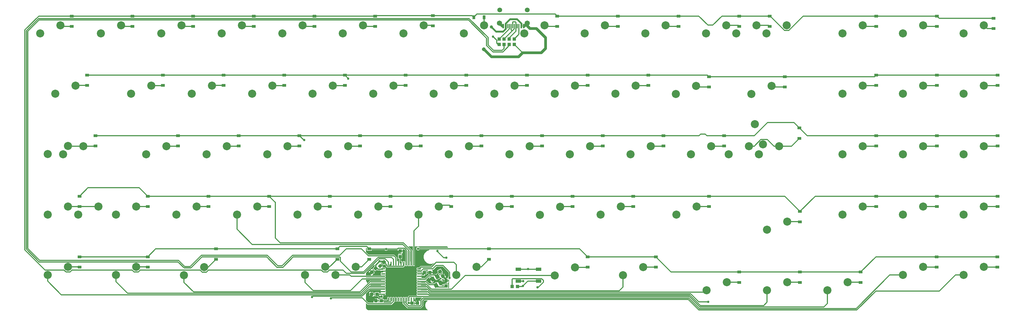
<source format=gbr>
G04 EAGLE Gerber RS-274X export*
G75*
%MOMM*%
%FSLAX34Y34*%
%LPD*%
%INBottom Copper*%
%IPPOS*%
%AMOC8*
5,1,8,0,0,1.08239X$1,22.5*%
G01*
%ADD10C,2.540000*%
%ADD11R,1.220000X0.910000*%
%ADD12R,0.910000X1.220000*%
%ADD13R,0.355600X1.168400*%
%ADD14R,1.168400X0.355600*%
%ADD15R,1.000000X1.100000*%
%ADD16R,1.100000X1.000000*%
%ADD17R,1.193800X1.397000*%
%ADD18R,0.600000X1.450000*%
%ADD19R,0.300000X1.450000*%
%ADD20C,1.508000*%
%ADD21C,1.650000*%
%ADD22R,1.700000X1.000000*%
%ADD23C,0.304800*%
%ADD24C,0.756400*%
%ADD25C,0.609600*%
%ADD26C,0.812800*%
%ADD27C,1.206400*%
%ADD28C,0.152400*%
%ADD29C,0.200000*%
%ADD30C,0.406400*%
%ADD31C,1.006400*%

G36*
X1272738Y-940616D02*
X1272738Y-940616D01*
X1272837Y-940602D01*
X1272848Y-940597D01*
X1272859Y-940595D01*
X1272946Y-940543D01*
X1273034Y-940496D01*
X1273042Y-940487D01*
X1273053Y-940480D01*
X1273116Y-940402D01*
X1273182Y-940327D01*
X1273186Y-940316D01*
X1273194Y-940306D01*
X1273226Y-940211D01*
X1273262Y-940117D01*
X1273262Y-940105D01*
X1273266Y-940094D01*
X1273263Y-939994D01*
X1273264Y-939893D01*
X1273259Y-939881D01*
X1273259Y-939869D01*
X1273221Y-939776D01*
X1273187Y-939682D01*
X1273179Y-939673D01*
X1273175Y-939662D01*
X1273107Y-939587D01*
X1273042Y-939511D01*
X1273031Y-939504D01*
X1273023Y-939496D01*
X1272983Y-939475D01*
X1272906Y-939429D01*
X1268179Y-934702D01*
X1265625Y-928537D01*
X1265625Y-921863D01*
X1268179Y-915698D01*
X1272913Y-910963D01*
X1272964Y-910890D01*
X1273020Y-910821D01*
X1273028Y-910799D01*
X1273042Y-910779D01*
X1273064Y-910693D01*
X1273092Y-910609D01*
X1273092Y-910585D01*
X1273098Y-910562D01*
X1273088Y-910473D01*
X1273086Y-910384D01*
X1273077Y-910362D01*
X1273074Y-910339D01*
X1273035Y-910259D01*
X1273001Y-910177D01*
X1272985Y-910159D01*
X1272975Y-910138D01*
X1272910Y-910077D01*
X1272850Y-910011D01*
X1272829Y-910000D01*
X1272812Y-909984D01*
X1272730Y-909949D01*
X1272650Y-909908D01*
X1272624Y-909905D01*
X1272605Y-909896D01*
X1272555Y-909894D01*
X1272465Y-909881D01*
X1263126Y-909881D01*
X1263084Y-909888D01*
X1263041Y-909886D01*
X1262974Y-909908D01*
X1262905Y-909920D01*
X1262868Y-909942D01*
X1262828Y-909955D01*
X1262755Y-910009D01*
X1262711Y-910035D01*
X1262698Y-910051D01*
X1262677Y-910067D01*
X1260306Y-912437D01*
X1260282Y-912472D01*
X1260251Y-912501D01*
X1260219Y-912563D01*
X1260178Y-912621D01*
X1260168Y-912662D01*
X1260148Y-912700D01*
X1260135Y-912790D01*
X1260122Y-912839D01*
X1260125Y-912859D01*
X1260121Y-912886D01*
X1260121Y-926467D01*
X1251819Y-934769D01*
X1210091Y-934769D01*
X1208120Y-932797D01*
X1196923Y-921600D01*
X1194951Y-919629D01*
X1194951Y-913124D01*
X1194944Y-913082D01*
X1194946Y-913040D01*
X1194924Y-912973D01*
X1194912Y-912903D01*
X1194890Y-912867D01*
X1194877Y-912826D01*
X1194823Y-912754D01*
X1194797Y-912710D01*
X1194781Y-912697D01*
X1194765Y-912676D01*
X1194697Y-912608D01*
X1194697Y-899660D01*
X1195590Y-898767D01*
X1200410Y-898767D01*
X1201303Y-899660D01*
X1201303Y-912608D01*
X1201235Y-912676D01*
X1201210Y-912711D01*
X1201179Y-912739D01*
X1201147Y-912802D01*
X1201106Y-912860D01*
X1201096Y-912901D01*
X1201076Y-912939D01*
X1201063Y-913029D01*
X1201050Y-913077D01*
X1201053Y-913098D01*
X1201049Y-913124D01*
X1201049Y-916840D01*
X1201056Y-916882D01*
X1201054Y-916924D01*
X1201076Y-916992D01*
X1201088Y-917061D01*
X1201110Y-917098D01*
X1201123Y-917138D01*
X1201177Y-917211D01*
X1201203Y-917254D01*
X1201219Y-917268D01*
X1201235Y-917289D01*
X1201869Y-917923D01*
X1201942Y-917974D01*
X1202011Y-918030D01*
X1202033Y-918037D01*
X1202053Y-918051D01*
X1202139Y-918073D01*
X1202223Y-918102D01*
X1202247Y-918101D01*
X1202270Y-918107D01*
X1202359Y-918098D01*
X1202448Y-918095D01*
X1202470Y-918086D01*
X1202493Y-918084D01*
X1202573Y-918044D01*
X1202655Y-918011D01*
X1202673Y-917995D01*
X1202694Y-917984D01*
X1202755Y-917919D01*
X1202821Y-917859D01*
X1202832Y-917838D01*
X1202848Y-917821D01*
X1202883Y-917739D01*
X1202924Y-917660D01*
X1202927Y-917634D01*
X1202936Y-917614D01*
X1202938Y-917564D01*
X1202951Y-917474D01*
X1202951Y-913124D01*
X1202944Y-913082D01*
X1202946Y-913040D01*
X1202924Y-912973D01*
X1202912Y-912903D01*
X1202890Y-912867D01*
X1202877Y-912826D01*
X1202823Y-912754D01*
X1202797Y-912710D01*
X1202781Y-912697D01*
X1202765Y-912676D01*
X1202697Y-912608D01*
X1202697Y-899660D01*
X1203590Y-898767D01*
X1208410Y-898767D01*
X1209303Y-899660D01*
X1209303Y-912661D01*
X1209318Y-912749D01*
X1209328Y-912837D01*
X1209338Y-912859D01*
X1209342Y-912882D01*
X1209388Y-912959D01*
X1209427Y-913039D01*
X1209444Y-913055D01*
X1209457Y-913075D01*
X1209526Y-913131D01*
X1209590Y-913192D01*
X1209612Y-913202D01*
X1209631Y-913217D01*
X1209715Y-913245D01*
X1209797Y-913280D01*
X1209821Y-913281D01*
X1209843Y-913288D01*
X1209932Y-913286D01*
X1210021Y-913290D01*
X1210044Y-913283D01*
X1210068Y-913282D01*
X1210150Y-913248D01*
X1210235Y-913221D01*
X1210256Y-913205D01*
X1210275Y-913198D01*
X1210313Y-913164D01*
X1210386Y-913110D01*
X1210512Y-912984D01*
X1210536Y-912949D01*
X1210567Y-912920D01*
X1210599Y-912857D01*
X1210640Y-912799D01*
X1210650Y-912758D01*
X1210670Y-912721D01*
X1210683Y-912631D01*
X1210696Y-912582D01*
X1210693Y-912561D01*
X1210697Y-912535D01*
X1210697Y-899660D01*
X1210765Y-899592D01*
X1210790Y-899557D01*
X1210821Y-899529D01*
X1210853Y-899466D01*
X1210894Y-899408D01*
X1210904Y-899367D01*
X1210924Y-899329D01*
X1210937Y-899240D01*
X1210950Y-899191D01*
X1210947Y-899170D01*
X1210951Y-899144D01*
X1210951Y-898237D01*
X1214643Y-894545D01*
X1239372Y-894545D01*
X1239459Y-894530D01*
X1239548Y-894520D01*
X1239569Y-894510D01*
X1239593Y-894506D01*
X1239669Y-894460D01*
X1239749Y-894421D01*
X1239765Y-894404D01*
X1239786Y-894391D01*
X1239842Y-894322D01*
X1239903Y-894258D01*
X1239912Y-894236D01*
X1239927Y-894217D01*
X1239956Y-894133D01*
X1239990Y-894051D01*
X1239991Y-894027D01*
X1239999Y-894005D01*
X1239996Y-893916D01*
X1240000Y-893827D01*
X1239993Y-893804D01*
X1239992Y-893780D01*
X1239959Y-893698D01*
X1239932Y-893613D01*
X1239916Y-893592D01*
X1239908Y-893573D01*
X1239874Y-893535D01*
X1239820Y-893463D01*
X1238767Y-892410D01*
X1238767Y-887590D01*
X1239660Y-886697D01*
X1252608Y-886697D01*
X1252676Y-886765D01*
X1252711Y-886790D01*
X1252739Y-886821D01*
X1252802Y-886853D01*
X1252860Y-886894D01*
X1252901Y-886904D01*
X1252939Y-886924D01*
X1253029Y-886937D01*
X1253077Y-886950D01*
X1253098Y-886947D01*
X1253124Y-886951D01*
X1273095Y-886951D01*
X1273183Y-886936D01*
X1273271Y-886926D01*
X1273293Y-886916D01*
X1273316Y-886912D01*
X1273393Y-886866D01*
X1273473Y-886827D01*
X1273489Y-886810D01*
X1273509Y-886797D01*
X1273565Y-886728D01*
X1273626Y-886664D01*
X1273636Y-886642D01*
X1273651Y-886623D01*
X1273679Y-886539D01*
X1273714Y-886457D01*
X1273715Y-886433D01*
X1273723Y-886411D01*
X1273720Y-886322D01*
X1273724Y-886233D01*
X1273717Y-886210D01*
X1273716Y-886186D01*
X1273682Y-886104D01*
X1273655Y-886019D01*
X1273640Y-885998D01*
X1273632Y-885979D01*
X1273598Y-885941D01*
X1273544Y-885869D01*
X1272910Y-885234D01*
X1272875Y-885210D01*
X1272846Y-885179D01*
X1272783Y-885147D01*
X1272725Y-885106D01*
X1272684Y-885096D01*
X1272647Y-885076D01*
X1272557Y-885063D01*
X1272508Y-885050D01*
X1272487Y-885053D01*
X1272461Y-885049D01*
X1253124Y-885049D01*
X1253082Y-885056D01*
X1253040Y-885054D01*
X1252973Y-885076D01*
X1252903Y-885088D01*
X1252867Y-885110D01*
X1252826Y-885123D01*
X1252754Y-885177D01*
X1252710Y-885203D01*
X1252697Y-885219D01*
X1252676Y-885235D01*
X1252608Y-885303D01*
X1239660Y-885303D01*
X1238767Y-884410D01*
X1238767Y-879590D01*
X1239660Y-878697D01*
X1252608Y-878697D01*
X1252676Y-878765D01*
X1252711Y-878790D01*
X1252739Y-878821D01*
X1252802Y-878853D01*
X1252860Y-878894D01*
X1252901Y-878904D01*
X1252939Y-878924D01*
X1253028Y-878937D01*
X1253077Y-878950D01*
X1253098Y-878947D01*
X1253124Y-878951D01*
X1271561Y-878951D01*
X1271649Y-878936D01*
X1271737Y-878926D01*
X1271759Y-878916D01*
X1271782Y-878912D01*
X1271859Y-878866D01*
X1271938Y-878827D01*
X1271955Y-878810D01*
X1271975Y-878797D01*
X1272031Y-878728D01*
X1272092Y-878664D01*
X1272102Y-878642D01*
X1272116Y-878623D01*
X1272145Y-878539D01*
X1272180Y-878457D01*
X1272181Y-878433D01*
X1272188Y-878411D01*
X1272186Y-878322D01*
X1272190Y-878233D01*
X1272182Y-878210D01*
X1272182Y-878186D01*
X1272148Y-878104D01*
X1272121Y-878019D01*
X1272105Y-877998D01*
X1272097Y-877979D01*
X1272063Y-877941D01*
X1272010Y-877869D01*
X1271375Y-877234D01*
X1271341Y-877210D01*
X1271312Y-877179D01*
X1271249Y-877147D01*
X1271191Y-877106D01*
X1271150Y-877096D01*
X1271112Y-877076D01*
X1271023Y-877063D01*
X1270974Y-877050D01*
X1270953Y-877053D01*
X1270927Y-877049D01*
X1253124Y-877049D01*
X1253082Y-877056D01*
X1253040Y-877054D01*
X1252973Y-877076D01*
X1252903Y-877088D01*
X1252867Y-877110D01*
X1252826Y-877123D01*
X1252754Y-877177D01*
X1252710Y-877203D01*
X1252697Y-877219D01*
X1252676Y-877235D01*
X1252608Y-877303D01*
X1239660Y-877303D01*
X1238767Y-876410D01*
X1238767Y-871590D01*
X1239660Y-870697D01*
X1252608Y-870697D01*
X1252676Y-870765D01*
X1252711Y-870790D01*
X1252739Y-870821D01*
X1252802Y-870853D01*
X1252860Y-870894D01*
X1252901Y-870904D01*
X1252939Y-870924D01*
X1253028Y-870937D01*
X1253077Y-870950D01*
X1253098Y-870947D01*
X1253124Y-870951D01*
X1270027Y-870951D01*
X1270115Y-870936D01*
X1270203Y-870926D01*
X1270224Y-870916D01*
X1270248Y-870912D01*
X1270324Y-870866D01*
X1270404Y-870827D01*
X1270420Y-870810D01*
X1270441Y-870797D01*
X1270497Y-870728D01*
X1270558Y-870664D01*
X1270567Y-870642D01*
X1270582Y-870623D01*
X1270611Y-870539D01*
X1270646Y-870457D01*
X1270647Y-870433D01*
X1270654Y-870411D01*
X1270652Y-870322D01*
X1270656Y-870233D01*
X1270648Y-870210D01*
X1270648Y-870186D01*
X1270614Y-870104D01*
X1270587Y-870019D01*
X1270571Y-869998D01*
X1270563Y-869979D01*
X1270529Y-869941D01*
X1270475Y-869869D01*
X1269841Y-869234D01*
X1269806Y-869210D01*
X1269778Y-869179D01*
X1269715Y-869147D01*
X1269657Y-869106D01*
X1269616Y-869096D01*
X1269578Y-869076D01*
X1269489Y-869063D01*
X1269440Y-869050D01*
X1269419Y-869053D01*
X1269393Y-869049D01*
X1253124Y-869049D01*
X1253082Y-869056D01*
X1253040Y-869054D01*
X1252973Y-869076D01*
X1252903Y-869088D01*
X1252867Y-869110D01*
X1252826Y-869123D01*
X1252754Y-869177D01*
X1252710Y-869203D01*
X1252697Y-869219D01*
X1252676Y-869235D01*
X1252608Y-869303D01*
X1239660Y-869303D01*
X1238767Y-868410D01*
X1238767Y-863590D01*
X1239660Y-862697D01*
X1252608Y-862697D01*
X1252676Y-862765D01*
X1252711Y-862790D01*
X1252739Y-862821D01*
X1252802Y-862853D01*
X1252860Y-862894D01*
X1252901Y-862904D01*
X1252939Y-862924D01*
X1253029Y-862937D01*
X1253077Y-862950D01*
X1253098Y-862947D01*
X1253124Y-862951D01*
X1268493Y-862951D01*
X1268580Y-862936D01*
X1268669Y-862926D01*
X1268690Y-862916D01*
X1268714Y-862912D01*
X1268790Y-862866D01*
X1268870Y-862827D01*
X1268886Y-862810D01*
X1268907Y-862797D01*
X1268963Y-862728D01*
X1269024Y-862664D01*
X1269033Y-862642D01*
X1269048Y-862623D01*
X1269077Y-862539D01*
X1269111Y-862457D01*
X1269112Y-862433D01*
X1269120Y-862411D01*
X1269117Y-862322D01*
X1269121Y-862233D01*
X1269114Y-862210D01*
X1269113Y-862186D01*
X1269080Y-862104D01*
X1269053Y-862019D01*
X1269037Y-861998D01*
X1269029Y-861979D01*
X1268995Y-861941D01*
X1268941Y-861869D01*
X1268307Y-861234D01*
X1268272Y-861210D01*
X1268244Y-861179D01*
X1268181Y-861147D01*
X1268123Y-861106D01*
X1268082Y-861096D01*
X1268044Y-861076D01*
X1267954Y-861063D01*
X1267906Y-861050D01*
X1267885Y-861053D01*
X1267859Y-861049D01*
X1253124Y-861049D01*
X1253082Y-861056D01*
X1253040Y-861054D01*
X1252973Y-861076D01*
X1252903Y-861088D01*
X1252867Y-861110D01*
X1252826Y-861123D01*
X1252754Y-861177D01*
X1252710Y-861203D01*
X1252697Y-861219D01*
X1252676Y-861235D01*
X1252608Y-861303D01*
X1239660Y-861303D01*
X1238767Y-860410D01*
X1238767Y-855590D01*
X1239660Y-854697D01*
X1252608Y-854697D01*
X1252676Y-854765D01*
X1252711Y-854790D01*
X1252739Y-854821D01*
X1252802Y-854853D01*
X1252860Y-854894D01*
X1252901Y-854904D01*
X1252939Y-854924D01*
X1253029Y-854937D01*
X1253077Y-854950D01*
X1253098Y-854947D01*
X1253124Y-854951D01*
X1266959Y-854951D01*
X1267046Y-854936D01*
X1267135Y-854926D01*
X1267156Y-854916D01*
X1267179Y-854912D01*
X1267256Y-854866D01*
X1267336Y-854827D01*
X1267352Y-854810D01*
X1267373Y-854797D01*
X1267429Y-854728D01*
X1267490Y-854664D01*
X1267499Y-854642D01*
X1267514Y-854623D01*
X1267542Y-854539D01*
X1267577Y-854457D01*
X1267578Y-854433D01*
X1267586Y-854411D01*
X1267583Y-854322D01*
X1267587Y-854233D01*
X1267580Y-854210D01*
X1267579Y-854186D01*
X1267546Y-854104D01*
X1267518Y-854019D01*
X1267503Y-853998D01*
X1267495Y-853979D01*
X1267461Y-853941D01*
X1267407Y-853869D01*
X1266447Y-852908D01*
X1266412Y-852884D01*
X1266383Y-852853D01*
X1266321Y-852821D01*
X1266263Y-852780D01*
X1266222Y-852770D01*
X1266184Y-852750D01*
X1266094Y-852737D01*
X1266045Y-852724D01*
X1266025Y-852727D01*
X1265998Y-852723D01*
X1253450Y-852723D01*
X1253408Y-852730D01*
X1253366Y-852728D01*
X1253299Y-852750D01*
X1253229Y-852762D01*
X1253193Y-852784D01*
X1253152Y-852797D01*
X1253080Y-852851D01*
X1253036Y-852877D01*
X1253023Y-852893D01*
X1253002Y-852909D01*
X1252608Y-853303D01*
X1239660Y-853303D01*
X1238767Y-852410D01*
X1238767Y-847590D01*
X1239660Y-846697D01*
X1244862Y-846697D01*
X1244904Y-846690D01*
X1244947Y-846692D01*
X1245014Y-846670D01*
X1245083Y-846658D01*
X1245120Y-846636D01*
X1245160Y-846623D01*
X1245233Y-846569D01*
X1245276Y-846543D01*
X1245290Y-846527D01*
X1245311Y-846511D01*
X1245374Y-846448D01*
X1245412Y-846394D01*
X1245457Y-846346D01*
X1245475Y-846303D01*
X1245502Y-846264D01*
X1245518Y-846200D01*
X1245544Y-846140D01*
X1245546Y-846093D01*
X1245558Y-846047D01*
X1245551Y-845982D01*
X1245554Y-845916D01*
X1245540Y-845871D01*
X1245535Y-845824D01*
X1245506Y-845765D01*
X1245485Y-845702D01*
X1245453Y-845658D01*
X1245435Y-845623D01*
X1245407Y-845596D01*
X1245374Y-845551D01*
X1245311Y-845488D01*
X1245276Y-845464D01*
X1245247Y-845433D01*
X1245185Y-845401D01*
X1245127Y-845360D01*
X1245086Y-845350D01*
X1245048Y-845330D01*
X1244958Y-845317D01*
X1244909Y-845304D01*
X1244888Y-845307D01*
X1244862Y-845303D01*
X1239660Y-845303D01*
X1238767Y-844410D01*
X1238767Y-839590D01*
X1239298Y-839060D01*
X1239319Y-839030D01*
X1239346Y-839006D01*
X1239382Y-838939D01*
X1239426Y-838876D01*
X1239435Y-838840D01*
X1239452Y-838809D01*
X1239463Y-838733D01*
X1239482Y-838658D01*
X1239478Y-838622D01*
X1239483Y-838586D01*
X1239467Y-838511D01*
X1239459Y-838435D01*
X1239443Y-838403D01*
X1239435Y-838367D01*
X1239393Y-838303D01*
X1239359Y-838234D01*
X1239333Y-838209D01*
X1239313Y-838179D01*
X1239232Y-838114D01*
X1239196Y-838080D01*
X1239182Y-838074D01*
X1239167Y-838062D01*
X1238732Y-837811D01*
X1238259Y-837338D01*
X1237924Y-836759D01*
X1237751Y-836113D01*
X1237751Y-834888D01*
X1245880Y-834888D01*
X1245945Y-834877D01*
X1246010Y-834875D01*
X1246054Y-834857D01*
X1246101Y-834849D01*
X1246136Y-834828D01*
X1246144Y-834830D01*
X1246203Y-834861D01*
X1246257Y-834869D01*
X1246294Y-834881D01*
X1246334Y-834880D01*
X1246388Y-834888D01*
X1254517Y-834888D01*
X1254517Y-836113D01*
X1254344Y-836759D01*
X1254009Y-837338D01*
X1253536Y-837811D01*
X1253101Y-838062D01*
X1253074Y-838085D01*
X1253041Y-838101D01*
X1252989Y-838157D01*
X1252930Y-838207D01*
X1252912Y-838238D01*
X1252887Y-838265D01*
X1252857Y-838335D01*
X1252820Y-838402D01*
X1252814Y-838438D01*
X1252800Y-838471D01*
X1252797Y-838548D01*
X1252784Y-838624D01*
X1252792Y-838659D01*
X1252790Y-838696D01*
X1252813Y-838769D01*
X1252828Y-838844D01*
X1252847Y-838875D01*
X1252859Y-838909D01*
X1252920Y-838992D01*
X1252946Y-839035D01*
X1252959Y-839044D01*
X1252970Y-839060D01*
X1253502Y-839592D01*
X1253537Y-839616D01*
X1253565Y-839647D01*
X1253628Y-839679D01*
X1253686Y-839720D01*
X1253727Y-839730D01*
X1253765Y-839750D01*
X1253855Y-839763D01*
X1253903Y-839776D01*
X1253924Y-839773D01*
X1253950Y-839777D01*
X1264713Y-839777D01*
X1264755Y-839770D01*
X1264797Y-839772D01*
X1264864Y-839750D01*
X1264934Y-839738D01*
X1264970Y-839716D01*
X1265011Y-839703D01*
X1265084Y-839649D01*
X1265127Y-839623D01*
X1265140Y-839607D01*
X1265161Y-839591D01*
X1274714Y-830039D01*
X1274718Y-830034D01*
X1274723Y-830030D01*
X1274782Y-829941D01*
X1274842Y-829855D01*
X1274844Y-829848D01*
X1274847Y-829843D01*
X1274872Y-829740D01*
X1274898Y-829637D01*
X1274898Y-829631D01*
X1274899Y-829625D01*
X1274886Y-829519D01*
X1274875Y-829414D01*
X1274872Y-829408D01*
X1274871Y-829402D01*
X1274822Y-829308D01*
X1274776Y-829213D01*
X1274771Y-829209D01*
X1274768Y-829203D01*
X1274690Y-829132D01*
X1274612Y-829059D01*
X1274606Y-829057D01*
X1274602Y-829052D01*
X1274430Y-828978D01*
X1274019Y-828868D01*
X1273440Y-828533D01*
X1272967Y-828060D01*
X1272632Y-827481D01*
X1272459Y-826835D01*
X1272459Y-822769D01*
X1279865Y-822769D01*
X1279930Y-822758D01*
X1279995Y-822756D01*
X1280039Y-822738D01*
X1280086Y-822729D01*
X1280142Y-822696D01*
X1280203Y-822671D01*
X1280238Y-822639D01*
X1280279Y-822615D01*
X1280320Y-822564D01*
X1280369Y-822520D01*
X1280391Y-822478D01*
X1280420Y-822441D01*
X1280441Y-822379D01*
X1280471Y-822320D01*
X1280480Y-822266D01*
X1280492Y-822229D01*
X1280491Y-822189D01*
X1280499Y-822135D01*
X1280499Y-820865D01*
X1280487Y-820800D01*
X1280486Y-820735D01*
X1280468Y-820691D01*
X1280459Y-820644D01*
X1280426Y-820587D01*
X1280401Y-820527D01*
X1280369Y-820492D01*
X1280345Y-820451D01*
X1280294Y-820410D01*
X1280250Y-820361D01*
X1280208Y-820339D01*
X1280171Y-820310D01*
X1280109Y-820289D01*
X1280050Y-820258D01*
X1279996Y-820250D01*
X1279959Y-820238D01*
X1279919Y-820239D01*
X1279865Y-820231D01*
X1272459Y-820231D01*
X1272459Y-816165D01*
X1272632Y-815519D01*
X1272967Y-814940D01*
X1273440Y-814467D01*
X1273846Y-814232D01*
X1273892Y-814194D01*
X1273943Y-814163D01*
X1273977Y-814122D01*
X1274018Y-814087D01*
X1274047Y-814036D01*
X1274085Y-813989D01*
X1274102Y-813939D01*
X1274128Y-813892D01*
X1274137Y-813833D01*
X1274157Y-813777D01*
X1274155Y-813723D01*
X1274163Y-813671D01*
X1274152Y-813612D01*
X1274150Y-813552D01*
X1274130Y-813503D01*
X1274119Y-813451D01*
X1274088Y-813400D01*
X1274066Y-813345D01*
X1274030Y-813305D01*
X1274002Y-813260D01*
X1273955Y-813223D01*
X1273914Y-813179D01*
X1273867Y-813155D01*
X1273825Y-813122D01*
X1273768Y-813104D01*
X1273715Y-813076D01*
X1273652Y-813067D01*
X1273611Y-813054D01*
X1273576Y-813056D01*
X1273529Y-813049D01*
X1261526Y-813049D01*
X1261484Y-813056D01*
X1261441Y-813054D01*
X1261374Y-813076D01*
X1261305Y-813088D01*
X1261268Y-813110D01*
X1261228Y-813123D01*
X1261155Y-813177D01*
X1261112Y-813203D01*
X1261098Y-813219D01*
X1261077Y-813234D01*
X1260419Y-813893D01*
X1260368Y-813966D01*
X1260312Y-814035D01*
X1260304Y-814057D01*
X1260291Y-814077D01*
X1260269Y-814163D01*
X1260240Y-814247D01*
X1260241Y-814271D01*
X1260235Y-814294D01*
X1260244Y-814383D01*
X1260247Y-814472D01*
X1260256Y-814494D01*
X1260258Y-814517D01*
X1260298Y-814597D01*
X1260331Y-814679D01*
X1260347Y-814697D01*
X1260358Y-814718D01*
X1260423Y-814779D01*
X1260483Y-814845D01*
X1260504Y-814856D01*
X1260521Y-814872D01*
X1260603Y-814907D01*
X1260682Y-814948D01*
X1260708Y-814951D01*
X1260728Y-814960D01*
X1260778Y-814962D01*
X1260867Y-814975D01*
X1269632Y-814975D01*
X1270525Y-815868D01*
X1270525Y-827132D01*
X1269632Y-828025D01*
X1265441Y-828025D01*
X1265376Y-828036D01*
X1265310Y-828038D01*
X1265267Y-828056D01*
X1265220Y-828064D01*
X1265163Y-828098D01*
X1265103Y-828123D01*
X1265068Y-828154D01*
X1265027Y-828179D01*
X1264985Y-828230D01*
X1264937Y-828274D01*
X1264915Y-828316D01*
X1264886Y-828353D01*
X1264865Y-828415D01*
X1264834Y-828474D01*
X1264826Y-828528D01*
X1264814Y-828565D01*
X1264815Y-828605D01*
X1264807Y-828659D01*
X1264807Y-829368D01*
X1261698Y-832477D01*
X1257302Y-832477D01*
X1255387Y-830562D01*
X1255338Y-830528D01*
X1255295Y-830486D01*
X1255246Y-830464D01*
X1255203Y-830433D01*
X1255145Y-830419D01*
X1255090Y-830394D01*
X1255037Y-830391D01*
X1254985Y-830378D01*
X1254926Y-830384D01*
X1254866Y-830380D01*
X1254815Y-830395D01*
X1254762Y-830401D01*
X1254709Y-830427D01*
X1254651Y-830444D01*
X1254609Y-830477D01*
X1254561Y-830500D01*
X1254520Y-830544D01*
X1254472Y-830580D01*
X1254444Y-830625D01*
X1254407Y-830663D01*
X1254384Y-830718D01*
X1254352Y-830769D01*
X1254340Y-830821D01*
X1254320Y-830870D01*
X1254317Y-830930D01*
X1254304Y-830988D01*
X1254312Y-831051D01*
X1254310Y-831094D01*
X1254320Y-831127D01*
X1254326Y-831174D01*
X1254517Y-831887D01*
X1254517Y-833112D01*
X1246388Y-833112D01*
X1246323Y-833123D01*
X1246258Y-833125D01*
X1246214Y-833143D01*
X1246167Y-833151D01*
X1246132Y-833172D01*
X1246124Y-833169D01*
X1246065Y-833139D01*
X1246011Y-833131D01*
X1245974Y-833119D01*
X1245934Y-833120D01*
X1245880Y-833112D01*
X1237751Y-833112D01*
X1237751Y-831887D01*
X1237924Y-831241D01*
X1238259Y-830662D01*
X1238732Y-830189D01*
X1239167Y-829938D01*
X1239194Y-829915D01*
X1239227Y-829899D01*
X1239279Y-829843D01*
X1239338Y-829793D01*
X1239356Y-829762D01*
X1239381Y-829735D01*
X1239411Y-829665D01*
X1239448Y-829598D01*
X1239454Y-829562D01*
X1239468Y-829529D01*
X1239471Y-829452D01*
X1239484Y-829376D01*
X1239476Y-829341D01*
X1239478Y-829305D01*
X1239455Y-829232D01*
X1239440Y-829156D01*
X1239421Y-829125D01*
X1239409Y-829091D01*
X1239348Y-829008D01*
X1239322Y-828965D01*
X1239309Y-828956D01*
X1239298Y-828940D01*
X1238767Y-828410D01*
X1238767Y-823590D01*
X1239660Y-822697D01*
X1252608Y-822697D01*
X1252676Y-822765D01*
X1252711Y-822790D01*
X1252739Y-822821D01*
X1252802Y-822853D01*
X1252860Y-822894D01*
X1252901Y-822904D01*
X1252939Y-822924D01*
X1253029Y-822937D01*
X1253077Y-822950D01*
X1253098Y-822947D01*
X1253124Y-822951D01*
X1255841Y-822951D01*
X1255906Y-822940D01*
X1255972Y-822938D01*
X1256015Y-822920D01*
X1256062Y-822912D01*
X1256119Y-822878D01*
X1256179Y-822853D01*
X1256214Y-822822D01*
X1256255Y-822797D01*
X1256297Y-822746D01*
X1256345Y-822702D01*
X1256367Y-822660D01*
X1256396Y-822623D01*
X1256417Y-822561D01*
X1256448Y-822502D01*
X1256456Y-822448D01*
X1256468Y-822411D01*
X1256467Y-822371D01*
X1256475Y-822317D01*
X1256475Y-819367D01*
X1256459Y-819280D01*
X1256450Y-819191D01*
X1256440Y-819170D01*
X1256436Y-819147D01*
X1256390Y-819070D01*
X1256351Y-818990D01*
X1256334Y-818974D01*
X1256321Y-818953D01*
X1256252Y-818897D01*
X1256188Y-818836D01*
X1256166Y-818827D01*
X1256147Y-818812D01*
X1256063Y-818784D01*
X1255981Y-818749D01*
X1255957Y-818748D01*
X1255935Y-818740D01*
X1255846Y-818743D01*
X1255757Y-818739D01*
X1255734Y-818746D01*
X1255710Y-818747D01*
X1255628Y-818780D01*
X1255543Y-818808D01*
X1255522Y-818823D01*
X1255503Y-818831D01*
X1255465Y-818865D01*
X1255393Y-818919D01*
X1253263Y-821049D01*
X1253124Y-821049D01*
X1253082Y-821056D01*
X1253040Y-821054D01*
X1252973Y-821076D01*
X1252903Y-821088D01*
X1252867Y-821110D01*
X1252826Y-821123D01*
X1252754Y-821177D01*
X1252710Y-821203D01*
X1252697Y-821219D01*
X1252676Y-821235D01*
X1252608Y-821303D01*
X1239660Y-821303D01*
X1238767Y-820410D01*
X1238767Y-815590D01*
X1239660Y-814697D01*
X1250728Y-814697D01*
X1250770Y-814690D01*
X1250813Y-814692D01*
X1250880Y-814670D01*
X1250949Y-814658D01*
X1250986Y-814636D01*
X1251026Y-814623D01*
X1251099Y-814569D01*
X1251143Y-814543D01*
X1251156Y-814527D01*
X1251177Y-814511D01*
X1251303Y-814385D01*
X1251354Y-814312D01*
X1251410Y-814243D01*
X1251418Y-814221D01*
X1251431Y-814201D01*
X1251453Y-814115D01*
X1251482Y-814031D01*
X1251481Y-814007D01*
X1251487Y-813984D01*
X1251478Y-813895D01*
X1251475Y-813806D01*
X1251466Y-813784D01*
X1251464Y-813761D01*
X1251424Y-813681D01*
X1251391Y-813599D01*
X1251375Y-813581D01*
X1251364Y-813560D01*
X1251300Y-813499D01*
X1251239Y-813433D01*
X1251218Y-813422D01*
X1251201Y-813406D01*
X1251119Y-813371D01*
X1251040Y-813330D01*
X1251014Y-813327D01*
X1250994Y-813318D01*
X1250944Y-813316D01*
X1250855Y-813303D01*
X1239660Y-813303D01*
X1238767Y-812410D01*
X1238767Y-807590D01*
X1239660Y-806697D01*
X1244862Y-806697D01*
X1244904Y-806690D01*
X1244947Y-806692D01*
X1245014Y-806670D01*
X1245083Y-806658D01*
X1245120Y-806636D01*
X1245160Y-806623D01*
X1245233Y-806569D01*
X1245276Y-806543D01*
X1245290Y-806527D01*
X1245311Y-806511D01*
X1250371Y-801451D01*
X1283664Y-801451D01*
X1283706Y-801444D01*
X1283748Y-801446D01*
X1283815Y-801424D01*
X1283885Y-801412D01*
X1283921Y-801390D01*
X1283962Y-801377D01*
X1284035Y-801323D01*
X1284078Y-801297D01*
X1284091Y-801281D01*
X1284112Y-801265D01*
X1291890Y-793488D01*
X1291947Y-793406D01*
X1292008Y-793325D01*
X1292011Y-793314D01*
X1292018Y-793304D01*
X1292043Y-793207D01*
X1292072Y-793110D01*
X1292071Y-793098D01*
X1292074Y-793087D01*
X1292063Y-792987D01*
X1292057Y-792886D01*
X1292052Y-792875D01*
X1292051Y-792864D01*
X1292006Y-792773D01*
X1291965Y-792682D01*
X1291956Y-792673D01*
X1291951Y-792662D01*
X1291878Y-792593D01*
X1291807Y-792522D01*
X1291797Y-792517D01*
X1291788Y-792508D01*
X1291695Y-792469D01*
X1291604Y-792427D01*
X1291592Y-792426D01*
X1291581Y-792421D01*
X1291481Y-792417D01*
X1291380Y-792408D01*
X1291368Y-792412D01*
X1291357Y-792411D01*
X1291314Y-792425D01*
X1291199Y-792454D01*
X1286682Y-794325D01*
X1278118Y-794325D01*
X1270207Y-791048D01*
X1264152Y-784993D01*
X1260875Y-777082D01*
X1260875Y-768518D01*
X1264152Y-760607D01*
X1270207Y-754552D01*
X1278134Y-751269D01*
X1278219Y-751215D01*
X1278305Y-751163D01*
X1278313Y-751154D01*
X1278323Y-751148D01*
X1278383Y-751067D01*
X1278446Y-750989D01*
X1278450Y-750978D01*
X1278457Y-750968D01*
X1278486Y-750872D01*
X1278518Y-750777D01*
X1278518Y-750765D01*
X1278521Y-750753D01*
X1278515Y-750652D01*
X1278512Y-750552D01*
X1278507Y-750541D01*
X1278506Y-750530D01*
X1278465Y-750437D01*
X1278427Y-750345D01*
X1278419Y-750336D01*
X1278414Y-750325D01*
X1278344Y-750253D01*
X1278276Y-750179D01*
X1278265Y-750173D01*
X1278257Y-750165D01*
X1278166Y-750123D01*
X1278076Y-750076D01*
X1278063Y-750074D01*
X1278054Y-750070D01*
X1278008Y-750066D01*
X1277891Y-750049D01*
X1247719Y-750049D01*
X1247677Y-750056D01*
X1247635Y-750054D01*
X1247568Y-750076D01*
X1247498Y-750088D01*
X1247461Y-750110D01*
X1247421Y-750123D01*
X1247348Y-750177D01*
X1247305Y-750203D01*
X1247292Y-750219D01*
X1247270Y-750235D01*
X1245198Y-752307D01*
X1240802Y-752307D01*
X1237693Y-749198D01*
X1237693Y-744802D01*
X1240802Y-741693D01*
X1245198Y-741693D01*
X1247270Y-743765D01*
X1247305Y-743790D01*
X1247334Y-743821D01*
X1247397Y-743853D01*
X1247455Y-743894D01*
X1247496Y-743904D01*
X1247533Y-743924D01*
X1247623Y-743937D01*
X1247672Y-743950D01*
X1247693Y-743947D01*
X1247719Y-743951D01*
X1337405Y-743951D01*
X1337493Y-743935D01*
X1337581Y-743926D01*
X1337603Y-743916D01*
X1337626Y-743912D01*
X1337703Y-743866D01*
X1337783Y-743827D01*
X1337799Y-743810D01*
X1337819Y-743797D01*
X1337875Y-743728D01*
X1337937Y-743664D01*
X1337946Y-743642D01*
X1337961Y-743623D01*
X1337989Y-743539D01*
X1338024Y-743457D01*
X1338025Y-743433D01*
X1338033Y-743411D01*
X1338030Y-743322D01*
X1338034Y-743233D01*
X1338027Y-743210D01*
X1338026Y-743186D01*
X1337993Y-743104D01*
X1337965Y-743019D01*
X1337950Y-742998D01*
X1337942Y-742979D01*
X1337908Y-742941D01*
X1337854Y-742869D01*
X1336876Y-741891D01*
X1336840Y-741866D01*
X1336792Y-741820D01*
X1335364Y-740820D01*
X1335323Y-740802D01*
X1335268Y-740765D01*
X1333688Y-740028D01*
X1333645Y-740017D01*
X1333584Y-739990D01*
X1331901Y-739539D01*
X1331856Y-739536D01*
X1331792Y-739520D01*
X1330055Y-739368D01*
X1330031Y-739370D01*
X1330000Y-739366D01*
X1233683Y-739366D01*
X1233618Y-739377D01*
X1233552Y-739379D01*
X1233509Y-739397D01*
X1233462Y-739405D01*
X1233405Y-739439D01*
X1233345Y-739464D01*
X1233310Y-739495D01*
X1233269Y-739520D01*
X1233227Y-739571D01*
X1233179Y-739615D01*
X1233157Y-739657D01*
X1233128Y-739694D01*
X1233107Y-739756D01*
X1233076Y-739815D01*
X1233068Y-739869D01*
X1233056Y-739906D01*
X1233057Y-739946D01*
X1233049Y-740000D01*
X1233049Y-786876D01*
X1233056Y-786918D01*
X1233054Y-786960D01*
X1233076Y-787027D01*
X1233088Y-787097D01*
X1233110Y-787133D01*
X1233123Y-787174D01*
X1233177Y-787246D01*
X1233203Y-787290D01*
X1233219Y-787303D01*
X1233235Y-787324D01*
X1233303Y-787392D01*
X1233303Y-800340D01*
X1232410Y-801233D01*
X1227590Y-801233D01*
X1226697Y-800340D01*
X1226697Y-787392D01*
X1226765Y-787324D01*
X1226790Y-787289D01*
X1226821Y-787261D01*
X1226853Y-787198D01*
X1226894Y-787140D01*
X1226904Y-787099D01*
X1226924Y-787061D01*
X1226937Y-786971D01*
X1226950Y-786923D01*
X1226947Y-786902D01*
X1226951Y-786876D01*
X1226951Y-740000D01*
X1226940Y-739935D01*
X1226938Y-739869D01*
X1226920Y-739826D01*
X1226912Y-739779D01*
X1226878Y-739722D01*
X1226853Y-739662D01*
X1226822Y-739627D01*
X1226797Y-739586D01*
X1226746Y-739545D01*
X1226702Y-739496D01*
X1226660Y-739474D01*
X1226623Y-739445D01*
X1226561Y-739424D01*
X1226502Y-739393D01*
X1226448Y-739385D01*
X1226411Y-739373D01*
X1226371Y-739374D01*
X1226317Y-739366D01*
X1213640Y-739366D01*
X1213552Y-739382D01*
X1213464Y-739391D01*
X1213443Y-739401D01*
X1213419Y-739405D01*
X1213343Y-739451D01*
X1213263Y-739490D01*
X1213247Y-739507D01*
X1213226Y-739520D01*
X1213170Y-739589D01*
X1213109Y-739653D01*
X1213100Y-739675D01*
X1213085Y-739694D01*
X1213056Y-739778D01*
X1213022Y-739860D01*
X1213020Y-739884D01*
X1213013Y-739906D01*
X1213015Y-739995D01*
X1213012Y-740084D01*
X1213019Y-740107D01*
X1213019Y-740131D01*
X1213053Y-740213D01*
X1213080Y-740298D01*
X1213096Y-740319D01*
X1213104Y-740338D01*
X1213138Y-740376D01*
X1213192Y-740448D01*
X1225049Y-752306D01*
X1225049Y-786876D01*
X1225056Y-786918D01*
X1225054Y-786960D01*
X1225076Y-787027D01*
X1225088Y-787097D01*
X1225110Y-787133D01*
X1225123Y-787174D01*
X1225177Y-787246D01*
X1225203Y-787290D01*
X1225219Y-787303D01*
X1225235Y-787324D01*
X1225303Y-787392D01*
X1225303Y-800340D01*
X1224410Y-801233D01*
X1219590Y-801233D01*
X1218697Y-800340D01*
X1218697Y-787392D01*
X1218765Y-787324D01*
X1218790Y-787289D01*
X1218821Y-787261D01*
X1218853Y-787198D01*
X1218894Y-787140D01*
X1218904Y-787099D01*
X1218924Y-787061D01*
X1218937Y-786971D01*
X1218950Y-786923D01*
X1218947Y-786902D01*
X1218951Y-786876D01*
X1218951Y-755094D01*
X1218944Y-755052D01*
X1218946Y-755010D01*
X1218924Y-754943D01*
X1218912Y-754873D01*
X1218890Y-754837D01*
X1218877Y-754796D01*
X1218823Y-754723D01*
X1218797Y-754680D01*
X1218781Y-754667D01*
X1218766Y-754645D01*
X1218457Y-754337D01*
X1218426Y-754315D01*
X1218407Y-754295D01*
X1218373Y-754278D01*
X1218315Y-754230D01*
X1218293Y-754223D01*
X1218273Y-754209D01*
X1218187Y-754187D01*
X1218103Y-754159D01*
X1218079Y-754159D01*
X1218056Y-754153D01*
X1217967Y-754163D01*
X1217878Y-754165D01*
X1217857Y-754174D01*
X1217833Y-754177D01*
X1217753Y-754216D01*
X1217671Y-754249D01*
X1217653Y-754265D01*
X1217632Y-754276D01*
X1217571Y-754341D01*
X1217505Y-754401D01*
X1217494Y-754422D01*
X1217478Y-754439D01*
X1217457Y-754489D01*
X1217454Y-754493D01*
X1217447Y-754512D01*
X1217443Y-754521D01*
X1217402Y-754600D01*
X1217399Y-754627D01*
X1217390Y-754646D01*
X1217389Y-754685D01*
X1217382Y-754705D01*
X1217383Y-754734D01*
X1217375Y-754786D01*
X1217375Y-794853D01*
X1217360Y-794873D01*
X1217350Y-794914D01*
X1217330Y-794952D01*
X1217317Y-795042D01*
X1217304Y-795090D01*
X1217307Y-795111D01*
X1217303Y-795138D01*
X1217303Y-800340D01*
X1216410Y-801233D01*
X1211590Y-801233D01*
X1210697Y-800340D01*
X1210697Y-787392D01*
X1211091Y-786998D01*
X1211116Y-786963D01*
X1211147Y-786935D01*
X1211179Y-786872D01*
X1211220Y-786814D01*
X1211230Y-786773D01*
X1211250Y-786735D01*
X1211263Y-786645D01*
X1211276Y-786597D01*
X1211273Y-786576D01*
X1211277Y-786550D01*
X1211277Y-753886D01*
X1211270Y-753844D01*
X1211272Y-753802D01*
X1211250Y-753734D01*
X1211238Y-753665D01*
X1211216Y-753628D01*
X1211203Y-753588D01*
X1211149Y-753515D01*
X1211123Y-753472D01*
X1211107Y-753459D01*
X1211092Y-753437D01*
X1210131Y-752477D01*
X1210058Y-752426D01*
X1209989Y-752370D01*
X1209967Y-752363D01*
X1209947Y-752349D01*
X1209861Y-752327D01*
X1209777Y-752298D01*
X1209753Y-752299D01*
X1209730Y-752293D01*
X1209641Y-752302D01*
X1209552Y-752305D01*
X1209530Y-752314D01*
X1209507Y-752316D01*
X1209427Y-752356D01*
X1209345Y-752389D01*
X1209327Y-752405D01*
X1209306Y-752416D01*
X1209245Y-752481D01*
X1209179Y-752541D01*
X1209168Y-752562D01*
X1209152Y-752579D01*
X1209117Y-752661D01*
X1209076Y-752740D01*
X1209073Y-752766D01*
X1209064Y-752786D01*
X1209062Y-752836D01*
X1209049Y-752926D01*
X1209049Y-786876D01*
X1209056Y-786918D01*
X1209054Y-786960D01*
X1209076Y-787027D01*
X1209088Y-787097D01*
X1209110Y-787133D01*
X1209123Y-787174D01*
X1209177Y-787246D01*
X1209203Y-787290D01*
X1209219Y-787303D01*
X1209235Y-787324D01*
X1209303Y-787392D01*
X1209303Y-800340D01*
X1208410Y-801233D01*
X1203590Y-801233D01*
X1202697Y-800340D01*
X1202697Y-787392D01*
X1202765Y-787324D01*
X1202790Y-787289D01*
X1202821Y-787261D01*
X1202853Y-787198D01*
X1202894Y-787140D01*
X1202904Y-787099D01*
X1202924Y-787061D01*
X1202937Y-786971D01*
X1202950Y-786923D01*
X1202947Y-786902D01*
X1202951Y-786876D01*
X1202951Y-752026D01*
X1202944Y-751984D01*
X1202946Y-751941D01*
X1202924Y-751874D01*
X1202912Y-751805D01*
X1202890Y-751768D01*
X1202877Y-751728D01*
X1202823Y-751655D01*
X1202797Y-751612D01*
X1202781Y-751598D01*
X1202765Y-751577D01*
X1200375Y-749187D01*
X1200340Y-749162D01*
X1200311Y-749131D01*
X1200249Y-749099D01*
X1200191Y-749058D01*
X1200150Y-749048D01*
X1200112Y-749028D01*
X1200022Y-749015D01*
X1199973Y-749002D01*
X1199953Y-749005D01*
X1199926Y-749001D01*
X1195175Y-749001D01*
X1195110Y-749012D01*
X1195044Y-749014D01*
X1195001Y-749032D01*
X1194954Y-749040D01*
X1194897Y-749074D01*
X1194837Y-749099D01*
X1194802Y-749130D01*
X1194761Y-749155D01*
X1194719Y-749206D01*
X1194671Y-749250D01*
X1194649Y-749292D01*
X1194620Y-749329D01*
X1194599Y-749391D01*
X1194568Y-749450D01*
X1194560Y-749504D01*
X1194548Y-749541D01*
X1194549Y-749581D01*
X1194541Y-749635D01*
X1194541Y-753231D01*
X1187635Y-753231D01*
X1187570Y-753242D01*
X1187505Y-753244D01*
X1187461Y-753262D01*
X1187414Y-753270D01*
X1187358Y-753304D01*
X1187297Y-753329D01*
X1187262Y-753361D01*
X1187221Y-753385D01*
X1187180Y-753436D01*
X1187131Y-753480D01*
X1187109Y-753522D01*
X1187080Y-753559D01*
X1187059Y-753621D01*
X1187029Y-753680D01*
X1187020Y-753734D01*
X1187008Y-753771D01*
X1187009Y-753811D01*
X1187001Y-753865D01*
X1187001Y-754501D01*
X1186999Y-754501D01*
X1186999Y-753865D01*
X1186987Y-753800D01*
X1186986Y-753735D01*
X1186968Y-753691D01*
X1186959Y-753644D01*
X1186926Y-753587D01*
X1186901Y-753527D01*
X1186869Y-753492D01*
X1186845Y-753451D01*
X1186794Y-753410D01*
X1186750Y-753361D01*
X1186708Y-753339D01*
X1186671Y-753310D01*
X1186609Y-753289D01*
X1186550Y-753258D01*
X1186496Y-753250D01*
X1186459Y-753238D01*
X1186419Y-753239D01*
X1186365Y-753231D01*
X1179459Y-753231D01*
X1179459Y-751683D01*
X1179448Y-751618D01*
X1179446Y-751552D01*
X1179428Y-751509D01*
X1179420Y-751462D01*
X1179386Y-751405D01*
X1179361Y-751345D01*
X1179330Y-751310D01*
X1179305Y-751269D01*
X1179254Y-751227D01*
X1179210Y-751179D01*
X1179168Y-751157D01*
X1179131Y-751128D01*
X1179069Y-751107D01*
X1179010Y-751076D01*
X1178956Y-751068D01*
X1178919Y-751056D01*
X1178879Y-751057D01*
X1178825Y-751049D01*
X1147719Y-751049D01*
X1147677Y-751056D01*
X1147635Y-751054D01*
X1147568Y-751076D01*
X1147498Y-751088D01*
X1147461Y-751110D01*
X1147421Y-751123D01*
X1147348Y-751177D01*
X1147305Y-751203D01*
X1147292Y-751219D01*
X1147270Y-751235D01*
X1145198Y-753307D01*
X1140802Y-753307D01*
X1138680Y-751185D01*
X1138645Y-751160D01*
X1138616Y-751129D01*
X1138553Y-751097D01*
X1138495Y-751056D01*
X1138454Y-751046D01*
X1138417Y-751026D01*
X1138327Y-751013D01*
X1138278Y-751000D01*
X1138257Y-751003D01*
X1138231Y-750999D01*
X1098259Y-750999D01*
X1098194Y-751010D01*
X1098128Y-751012D01*
X1098085Y-751030D01*
X1098038Y-751038D01*
X1097981Y-751072D01*
X1097921Y-751097D01*
X1097886Y-751128D01*
X1097845Y-751153D01*
X1097803Y-751204D01*
X1097755Y-751248D01*
X1097733Y-751290D01*
X1097704Y-751327D01*
X1097683Y-751389D01*
X1097652Y-751448D01*
X1097644Y-751502D01*
X1097632Y-751539D01*
X1097633Y-751579D01*
X1097625Y-751633D01*
X1097625Y-752632D01*
X1096732Y-753525D01*
X1083268Y-753525D01*
X1082375Y-752632D01*
X1082375Y-744427D01*
X1082370Y-744395D01*
X1082372Y-744363D01*
X1082350Y-744286D01*
X1082336Y-744206D01*
X1082319Y-744178D01*
X1082310Y-744148D01*
X1082263Y-744082D01*
X1082221Y-744013D01*
X1082197Y-743993D01*
X1082178Y-743967D01*
X1082110Y-743922D01*
X1082047Y-743872D01*
X1082017Y-743861D01*
X1081990Y-743844D01*
X1081911Y-743826D01*
X1081835Y-743800D01*
X1081803Y-743801D01*
X1081771Y-743793D01*
X1081691Y-743804D01*
X1081610Y-743806D01*
X1081581Y-743818D01*
X1081549Y-743822D01*
X1081477Y-743860D01*
X1081403Y-743891D01*
X1081379Y-743912D01*
X1081350Y-743927D01*
X1081272Y-744010D01*
X1081237Y-744042D01*
X1081232Y-744053D01*
X1081221Y-744063D01*
X1080820Y-744636D01*
X1080801Y-744677D01*
X1080765Y-744732D01*
X1080028Y-746312D01*
X1080017Y-746355D01*
X1079990Y-746416D01*
X1079539Y-748099D01*
X1079536Y-748144D01*
X1079520Y-748208D01*
X1079368Y-749945D01*
X1079370Y-749969D01*
X1079366Y-750000D01*
X1079366Y-756791D01*
X1079373Y-756833D01*
X1079371Y-756876D01*
X1079393Y-756943D01*
X1079405Y-757012D01*
X1079427Y-757049D01*
X1079440Y-757089D01*
X1079494Y-757162D01*
X1079520Y-757206D01*
X1079536Y-757219D01*
X1079552Y-757240D01*
X1088077Y-765765D01*
X1088112Y-765790D01*
X1088141Y-765821D01*
X1088203Y-765853D01*
X1088261Y-765894D01*
X1088302Y-765904D01*
X1088340Y-765924D01*
X1088430Y-765937D01*
X1088479Y-765950D01*
X1088499Y-765947D01*
X1088526Y-765951D01*
X1168763Y-765951D01*
X1177049Y-774237D01*
X1177049Y-786073D01*
X1177064Y-786161D01*
X1177074Y-786249D01*
X1177084Y-786270D01*
X1177088Y-786294D01*
X1177134Y-786371D01*
X1177173Y-786450D01*
X1177190Y-786467D01*
X1177203Y-786487D01*
X1177272Y-786543D01*
X1177336Y-786604D01*
X1177358Y-786613D01*
X1177377Y-786628D01*
X1177461Y-786657D01*
X1177543Y-786692D01*
X1177567Y-786693D01*
X1177589Y-786700D01*
X1177678Y-786698D01*
X1177767Y-786702D01*
X1177790Y-786694D01*
X1177814Y-786694D01*
X1177896Y-786660D01*
X1177981Y-786633D01*
X1178002Y-786617D01*
X1178021Y-786609D01*
X1178059Y-786575D01*
X1178131Y-786521D01*
X1178662Y-785991D01*
X1179241Y-785656D01*
X1179887Y-785483D01*
X1181112Y-785483D01*
X1181112Y-793612D01*
X1181123Y-793677D01*
X1181125Y-793742D01*
X1181143Y-793786D01*
X1181151Y-793833D01*
X1181185Y-793889D01*
X1181210Y-793950D01*
X1181241Y-793985D01*
X1181265Y-794026D01*
X1181317Y-794067D01*
X1181361Y-794116D01*
X1181403Y-794137D01*
X1181440Y-794167D01*
X1181502Y-794188D01*
X1181561Y-794218D01*
X1181615Y-794226D01*
X1181652Y-794239D01*
X1181692Y-794238D01*
X1181746Y-794246D01*
X1182254Y-794246D01*
X1182319Y-794234D01*
X1182385Y-794232D01*
X1182428Y-794215D01*
X1182475Y-794206D01*
X1182532Y-794173D01*
X1182592Y-794148D01*
X1182627Y-794116D01*
X1182668Y-794092D01*
X1182710Y-794041D01*
X1182758Y-793997D01*
X1182780Y-793955D01*
X1182809Y-793918D01*
X1182830Y-793856D01*
X1182861Y-793797D01*
X1182869Y-793743D01*
X1182881Y-793706D01*
X1182880Y-793666D01*
X1182888Y-793612D01*
X1182888Y-785483D01*
X1183317Y-785483D01*
X1183382Y-785472D01*
X1183448Y-785470D01*
X1183491Y-785452D01*
X1183538Y-785444D01*
X1183595Y-785410D01*
X1183655Y-785385D01*
X1183690Y-785354D01*
X1183731Y-785329D01*
X1183773Y-785278D01*
X1183821Y-785234D01*
X1183843Y-785192D01*
X1183872Y-785155D01*
X1183893Y-785093D01*
X1183924Y-785034D01*
X1183932Y-784980D01*
X1183944Y-784943D01*
X1183943Y-784903D01*
X1183951Y-784849D01*
X1183951Y-779159D01*
X1183940Y-779094D01*
X1183938Y-779028D01*
X1183920Y-778985D01*
X1183912Y-778938D01*
X1183878Y-778881D01*
X1183853Y-778821D01*
X1183822Y-778786D01*
X1183797Y-778745D01*
X1183746Y-778703D01*
X1183702Y-778655D01*
X1183660Y-778633D01*
X1183623Y-778604D01*
X1183561Y-778583D01*
X1183502Y-778552D01*
X1183448Y-778544D01*
X1183411Y-778532D01*
X1183371Y-778533D01*
X1183317Y-778525D01*
X1181368Y-778525D01*
X1180475Y-777632D01*
X1180475Y-765368D01*
X1181368Y-764475D01*
X1192632Y-764475D01*
X1193525Y-765368D01*
X1193525Y-777632D01*
X1192632Y-778525D01*
X1190683Y-778525D01*
X1190618Y-778536D01*
X1190552Y-778538D01*
X1190509Y-778556D01*
X1190462Y-778564D01*
X1190405Y-778598D01*
X1190345Y-778623D01*
X1190310Y-778654D01*
X1190269Y-778679D01*
X1190227Y-778730D01*
X1190179Y-778774D01*
X1190157Y-778816D01*
X1190128Y-778853D01*
X1190107Y-778915D01*
X1190076Y-778974D01*
X1190068Y-779028D01*
X1190056Y-779065D01*
X1190057Y-779105D01*
X1190049Y-779159D01*
X1190049Y-785865D01*
X1190060Y-785930D01*
X1190062Y-785996D01*
X1190080Y-786039D01*
X1190088Y-786086D01*
X1190122Y-786143D01*
X1190147Y-786203D01*
X1190178Y-786238D01*
X1190203Y-786279D01*
X1190254Y-786321D01*
X1190298Y-786369D01*
X1190340Y-786391D01*
X1190377Y-786420D01*
X1190439Y-786441D01*
X1190498Y-786472D01*
X1190552Y-786480D01*
X1190589Y-786492D01*
X1190629Y-786491D01*
X1190683Y-786499D01*
X1192410Y-786499D01*
X1193303Y-787392D01*
X1193303Y-792721D01*
X1193318Y-792808D01*
X1193328Y-792897D01*
X1193338Y-792918D01*
X1193342Y-792941D01*
X1193388Y-793018D01*
X1193427Y-793098D01*
X1193444Y-793114D01*
X1193457Y-793135D01*
X1193526Y-793191D01*
X1193590Y-793252D01*
X1193612Y-793261D01*
X1193631Y-793276D01*
X1193715Y-793304D01*
X1193797Y-793339D01*
X1193821Y-793340D01*
X1193843Y-793348D01*
X1193932Y-793345D01*
X1194021Y-793349D01*
X1194044Y-793342D01*
X1194068Y-793341D01*
X1194150Y-793308D01*
X1194235Y-793280D01*
X1194256Y-793265D01*
X1194275Y-793257D01*
X1194313Y-793223D01*
X1194386Y-793169D01*
X1194512Y-793043D01*
X1194536Y-793008D01*
X1194567Y-792979D01*
X1194599Y-792917D01*
X1194640Y-792859D01*
X1194650Y-792818D01*
X1194670Y-792780D01*
X1194683Y-792690D01*
X1194696Y-792641D01*
X1194693Y-792621D01*
X1194697Y-792594D01*
X1194697Y-787392D01*
X1195590Y-786499D01*
X1200410Y-786499D01*
X1201303Y-787392D01*
X1201303Y-800340D01*
X1200735Y-800908D01*
X1200710Y-800943D01*
X1200679Y-800971D01*
X1200647Y-801034D01*
X1200606Y-801092D01*
X1200596Y-801133D01*
X1200576Y-801171D01*
X1200563Y-801261D01*
X1200550Y-801309D01*
X1200553Y-801330D01*
X1200549Y-801356D01*
X1200549Y-802763D01*
X1197507Y-805805D01*
X1145697Y-805805D01*
X1142125Y-802233D01*
X1142125Y-799679D01*
X1142118Y-799637D01*
X1142120Y-799594D01*
X1142098Y-799527D01*
X1142086Y-799458D01*
X1142064Y-799421D01*
X1142051Y-799381D01*
X1141997Y-799308D01*
X1141971Y-799265D01*
X1141955Y-799251D01*
X1141939Y-799230D01*
X1138917Y-796208D01*
X1138883Y-796184D01*
X1138857Y-796155D01*
X1138836Y-796145D01*
X1138815Y-796125D01*
X1138771Y-796106D01*
X1138733Y-796079D01*
X1138685Y-796067D01*
X1138657Y-796053D01*
X1138639Y-796050D01*
X1138608Y-796037D01*
X1138561Y-796035D01*
X1138515Y-796023D01*
X1138483Y-796027D01*
X1138472Y-796025D01*
X1138465Y-796025D01*
X1138439Y-796030D01*
X1138384Y-796027D01*
X1138339Y-796042D01*
X1138292Y-796047D01*
X1138262Y-796062D01*
X1138244Y-796065D01*
X1138216Y-796081D01*
X1138171Y-796096D01*
X1138126Y-796129D01*
X1138091Y-796146D01*
X1138072Y-796167D01*
X1138051Y-796179D01*
X1138039Y-796193D01*
X1138020Y-796208D01*
X1136289Y-797939D01*
X1135025Y-797939D01*
X1127029Y-789942D01*
X1127021Y-789902D01*
X1126988Y-789845D01*
X1126963Y-789784D01*
X1126931Y-789750D01*
X1126907Y-789709D01*
X1126856Y-789667D01*
X1126812Y-789619D01*
X1126770Y-789597D01*
X1126733Y-789567D01*
X1126671Y-789546D01*
X1126612Y-789516D01*
X1126558Y-789508D01*
X1126521Y-789496D01*
X1126481Y-789497D01*
X1126427Y-789489D01*
X1126404Y-789489D01*
X1126362Y-789496D01*
X1126320Y-789494D01*
X1126253Y-789516D01*
X1126183Y-789528D01*
X1126146Y-789550D01*
X1126106Y-789563D01*
X1126033Y-789617D01*
X1125990Y-789642D01*
X1125977Y-789659D01*
X1125955Y-789674D01*
X1125330Y-790300D01*
X1125309Y-790330D01*
X1125282Y-790354D01*
X1125246Y-790421D01*
X1125202Y-790484D01*
X1125193Y-790519D01*
X1125176Y-790551D01*
X1125165Y-790627D01*
X1125146Y-790701D01*
X1125150Y-790737D01*
X1125145Y-790773D01*
X1125161Y-790848D01*
X1125169Y-790924D01*
X1125185Y-790957D01*
X1125193Y-790992D01*
X1125235Y-791057D01*
X1125269Y-791126D01*
X1125295Y-791150D01*
X1125315Y-791181D01*
X1125396Y-791245D01*
X1125432Y-791280D01*
X1125446Y-791286D01*
X1125461Y-791298D01*
X1125903Y-791553D01*
X1128778Y-794427D01*
X1123541Y-799664D01*
X1123504Y-799718D01*
X1123459Y-799766D01*
X1123440Y-799809D01*
X1123413Y-799848D01*
X1123397Y-799912D01*
X1123371Y-799972D01*
X1123369Y-800020D01*
X1123357Y-800065D01*
X1123364Y-800131D01*
X1123361Y-800197D01*
X1123376Y-800242D01*
X1123380Y-800289D01*
X1123410Y-800348D01*
X1123430Y-800410D01*
X1123462Y-800454D01*
X1123480Y-800490D01*
X1123509Y-800517D01*
X1123541Y-800561D01*
X1124439Y-801459D01*
X1124493Y-801496D01*
X1124541Y-801541D01*
X1124585Y-801560D01*
X1124623Y-801587D01*
X1124687Y-801603D01*
X1124748Y-801629D01*
X1124795Y-801631D01*
X1124841Y-801643D01*
X1124906Y-801636D01*
X1124972Y-801639D01*
X1125017Y-801624D01*
X1125064Y-801620D01*
X1125123Y-801590D01*
X1125185Y-801570D01*
X1125230Y-801537D01*
X1125265Y-801520D01*
X1125292Y-801492D01*
X1125336Y-801459D01*
X1130573Y-796222D01*
X1133447Y-799097D01*
X1133782Y-799676D01*
X1133955Y-800322D01*
X1133955Y-800991D01*
X1133782Y-801638D01*
X1133447Y-802217D01*
X1130050Y-805615D01*
X1129999Y-805688D01*
X1129943Y-805757D01*
X1129935Y-805779D01*
X1129922Y-805799D01*
X1129899Y-805885D01*
X1129871Y-805969D01*
X1129871Y-805993D01*
X1129866Y-806016D01*
X1129875Y-806105D01*
X1129877Y-806194D01*
X1129886Y-806216D01*
X1129889Y-806239D01*
X1129928Y-806319D01*
X1129962Y-806401D01*
X1129978Y-806419D01*
X1129988Y-806440D01*
X1130053Y-806501D01*
X1130113Y-806567D01*
X1130134Y-806578D01*
X1130152Y-806594D01*
X1130233Y-806629D01*
X1130313Y-806670D01*
X1130339Y-806673D01*
X1130358Y-806682D01*
X1130409Y-806684D01*
X1130498Y-806697D01*
X1140340Y-806697D01*
X1141233Y-807590D01*
X1141233Y-812410D01*
X1140702Y-812940D01*
X1140681Y-812970D01*
X1140654Y-812994D01*
X1140618Y-813061D01*
X1140574Y-813124D01*
X1140565Y-813160D01*
X1140548Y-813191D01*
X1140537Y-813267D01*
X1140518Y-813342D01*
X1140522Y-813378D01*
X1140517Y-813414D01*
X1140533Y-813489D01*
X1140541Y-813565D01*
X1140557Y-813597D01*
X1140565Y-813633D01*
X1140607Y-813697D01*
X1140641Y-813766D01*
X1140667Y-813791D01*
X1140687Y-813821D01*
X1140768Y-813886D01*
X1140804Y-813920D01*
X1140818Y-813926D01*
X1140833Y-813938D01*
X1141268Y-814189D01*
X1141741Y-814662D01*
X1142076Y-815241D01*
X1142249Y-815887D01*
X1142249Y-817112D01*
X1134120Y-817112D01*
X1134055Y-817123D01*
X1133990Y-817125D01*
X1133946Y-817143D01*
X1133899Y-817151D01*
X1133864Y-817172D01*
X1133856Y-817169D01*
X1133797Y-817139D01*
X1133743Y-817131D01*
X1133706Y-817119D01*
X1133666Y-817120D01*
X1133612Y-817112D01*
X1125483Y-817112D01*
X1125483Y-815888D01*
X1125494Y-815847D01*
X1125497Y-815812D01*
X1125508Y-815781D01*
X1125508Y-815780D01*
X1125509Y-815777D01*
X1125506Y-815700D01*
X1125513Y-815624D01*
X1125503Y-815589D01*
X1125502Y-815552D01*
X1125473Y-815481D01*
X1125453Y-815407D01*
X1125431Y-815378D01*
X1125418Y-815345D01*
X1125366Y-815288D01*
X1125321Y-815226D01*
X1125291Y-815206D01*
X1125266Y-815179D01*
X1125198Y-815144D01*
X1125134Y-815101D01*
X1125099Y-815093D01*
X1125067Y-815076D01*
X1124965Y-815061D01*
X1124916Y-815050D01*
X1124901Y-815052D01*
X1124881Y-815049D01*
X1116103Y-815049D01*
X1114714Y-813660D01*
X1114660Y-813622D01*
X1114612Y-813577D01*
X1114569Y-813559D01*
X1114530Y-813532D01*
X1114467Y-813515D01*
X1114406Y-813490D01*
X1114359Y-813488D01*
X1114313Y-813476D01*
X1114247Y-813483D01*
X1114182Y-813480D01*
X1114137Y-813494D01*
X1114090Y-813499D01*
X1114031Y-813528D01*
X1113968Y-813548D01*
X1113924Y-813581D01*
X1113889Y-813599D01*
X1113862Y-813627D01*
X1113817Y-813660D01*
X1110189Y-817289D01*
X1108925Y-817289D01*
X1100961Y-809325D01*
X1100961Y-808061D01*
X1106168Y-802855D01*
X1106192Y-802820D01*
X1106224Y-802791D01*
X1106256Y-802728D01*
X1106296Y-802671D01*
X1106307Y-802629D01*
X1106326Y-802592D01*
X1106339Y-802502D01*
X1106352Y-802453D01*
X1106350Y-802432D01*
X1106354Y-802406D01*
X1106354Y-797955D01*
X1106338Y-797867D01*
X1106329Y-797779D01*
X1106318Y-797757D01*
X1106314Y-797734D01*
X1106269Y-797657D01*
X1106229Y-797578D01*
X1106212Y-797561D01*
X1106200Y-797541D01*
X1106131Y-797485D01*
X1106066Y-797424D01*
X1106044Y-797414D01*
X1106026Y-797399D01*
X1105941Y-797371D01*
X1105859Y-797336D01*
X1105836Y-797335D01*
X1105813Y-797328D01*
X1105724Y-797330D01*
X1105635Y-797326D01*
X1105613Y-797334D01*
X1105589Y-797334D01*
X1105507Y-797368D01*
X1105422Y-797395D01*
X1105400Y-797411D01*
X1105381Y-797418D01*
X1105344Y-797452D01*
X1105271Y-797506D01*
X1079552Y-823226D01*
X1079527Y-823261D01*
X1079496Y-823289D01*
X1079464Y-823352D01*
X1079423Y-823410D01*
X1079413Y-823451D01*
X1079393Y-823489D01*
X1079380Y-823579D01*
X1079368Y-823627D01*
X1079370Y-823648D01*
X1079366Y-823674D01*
X1079366Y-830317D01*
X1079377Y-830382D01*
X1079379Y-830448D01*
X1079397Y-830491D01*
X1079405Y-830538D01*
X1079439Y-830595D01*
X1079464Y-830655D01*
X1079495Y-830690D01*
X1079520Y-830731D01*
X1079571Y-830773D01*
X1079615Y-830821D01*
X1079657Y-830843D01*
X1079694Y-830872D01*
X1079756Y-830893D01*
X1079815Y-830924D01*
X1079869Y-830932D01*
X1079906Y-830944D01*
X1079946Y-830943D01*
X1080000Y-830951D01*
X1095578Y-830951D01*
X1095666Y-830935D01*
X1095754Y-830926D01*
X1095775Y-830916D01*
X1095799Y-830912D01*
X1095876Y-830866D01*
X1095955Y-830827D01*
X1095972Y-830810D01*
X1095992Y-830797D01*
X1096048Y-830728D01*
X1096109Y-830664D01*
X1096118Y-830642D01*
X1096133Y-830623D01*
X1096162Y-830539D01*
X1096197Y-830457D01*
X1096198Y-830433D01*
X1096205Y-830411D01*
X1096203Y-830322D01*
X1096207Y-830233D01*
X1096199Y-830210D01*
X1096199Y-830186D01*
X1096165Y-830104D01*
X1096138Y-830019D01*
X1096122Y-829998D01*
X1096114Y-829979D01*
X1096080Y-829941D01*
X1096026Y-829869D01*
X1093101Y-826943D01*
X1097890Y-822155D01*
X1102324Y-826590D01*
X1099046Y-829869D01*
X1098995Y-829942D01*
X1098939Y-830011D01*
X1098931Y-830033D01*
X1098918Y-830053D01*
X1098895Y-830139D01*
X1098867Y-830223D01*
X1098868Y-830247D01*
X1098862Y-830270D01*
X1098871Y-830359D01*
X1098873Y-830448D01*
X1098882Y-830470D01*
X1098885Y-830493D01*
X1098924Y-830573D01*
X1098958Y-830655D01*
X1098974Y-830673D01*
X1098984Y-830694D01*
X1099049Y-830755D01*
X1099109Y-830821D01*
X1099130Y-830832D01*
X1099148Y-830848D01*
X1099229Y-830883D01*
X1099309Y-830924D01*
X1099335Y-830927D01*
X1099354Y-830936D01*
X1099405Y-830938D01*
X1099494Y-830951D01*
X1126876Y-830951D01*
X1126918Y-830944D01*
X1126960Y-830946D01*
X1127027Y-830924D01*
X1127097Y-830912D01*
X1127133Y-830890D01*
X1127174Y-830877D01*
X1127246Y-830823D01*
X1127290Y-830797D01*
X1127303Y-830781D01*
X1127324Y-830765D01*
X1127392Y-830697D01*
X1140340Y-830697D01*
X1141233Y-831590D01*
X1141233Y-836410D01*
X1140340Y-837303D01*
X1127392Y-837303D01*
X1127324Y-837235D01*
X1127289Y-837210D01*
X1127261Y-837179D01*
X1127198Y-837147D01*
X1127140Y-837106D01*
X1127099Y-837096D01*
X1127061Y-837076D01*
X1126972Y-837063D01*
X1126923Y-837050D01*
X1126902Y-837053D01*
X1126876Y-837049D01*
X1080000Y-837049D01*
X1079935Y-837060D01*
X1079869Y-837062D01*
X1079826Y-837080D01*
X1079779Y-837088D01*
X1079722Y-837122D01*
X1079662Y-837147D01*
X1079627Y-837178D01*
X1079586Y-837203D01*
X1079545Y-837254D01*
X1079496Y-837298D01*
X1079474Y-837340D01*
X1079445Y-837377D01*
X1079424Y-837439D01*
X1079393Y-837498D01*
X1079385Y-837552D01*
X1079373Y-837589D01*
X1079374Y-837629D01*
X1079366Y-837683D01*
X1079366Y-838317D01*
X1079377Y-838382D01*
X1079379Y-838448D01*
X1079397Y-838491D01*
X1079405Y-838538D01*
X1079439Y-838595D01*
X1079464Y-838655D01*
X1079495Y-838690D01*
X1079520Y-838731D01*
X1079571Y-838773D01*
X1079615Y-838821D01*
X1079657Y-838843D01*
X1079694Y-838872D01*
X1079756Y-838893D01*
X1079815Y-838924D01*
X1079869Y-838932D01*
X1079906Y-838944D01*
X1079946Y-838943D01*
X1080000Y-838951D01*
X1126876Y-838951D01*
X1126918Y-838944D01*
X1126960Y-838946D01*
X1127027Y-838924D01*
X1127097Y-838912D01*
X1127133Y-838890D01*
X1127174Y-838877D01*
X1127246Y-838823D01*
X1127290Y-838797D01*
X1127303Y-838781D01*
X1127324Y-838765D01*
X1127392Y-838697D01*
X1140340Y-838697D01*
X1141233Y-839590D01*
X1141233Y-844410D01*
X1140340Y-845303D01*
X1127392Y-845303D01*
X1127324Y-845235D01*
X1127289Y-845210D01*
X1127261Y-845179D01*
X1127198Y-845147D01*
X1127140Y-845106D01*
X1127099Y-845096D01*
X1127061Y-845076D01*
X1126971Y-845063D01*
X1126923Y-845050D01*
X1126902Y-845053D01*
X1126876Y-845049D01*
X1080000Y-845049D01*
X1079935Y-845060D01*
X1079869Y-845062D01*
X1079826Y-845080D01*
X1079779Y-845088D01*
X1079722Y-845122D01*
X1079662Y-845147D01*
X1079627Y-845178D01*
X1079586Y-845203D01*
X1079545Y-845254D01*
X1079496Y-845298D01*
X1079474Y-845340D01*
X1079445Y-845377D01*
X1079424Y-845439D01*
X1079393Y-845498D01*
X1079385Y-845552D01*
X1079373Y-845589D01*
X1079374Y-845629D01*
X1079366Y-845683D01*
X1079366Y-847426D01*
X1079373Y-847468D01*
X1079371Y-847510D01*
X1079393Y-847577D01*
X1079405Y-847647D01*
X1079427Y-847683D01*
X1079440Y-847724D01*
X1079494Y-847796D01*
X1079520Y-847840D01*
X1079536Y-847853D01*
X1079552Y-847874D01*
X1081199Y-849521D01*
X1082725Y-853206D01*
X1082725Y-855664D01*
X1082737Y-855732D01*
X1082738Y-855775D01*
X1082745Y-855791D01*
X1082750Y-855840D01*
X1082760Y-855861D01*
X1082764Y-855885D01*
X1082810Y-855961D01*
X1082849Y-856041D01*
X1082866Y-856057D01*
X1082879Y-856078D01*
X1082948Y-856134D01*
X1083012Y-856195D01*
X1083034Y-856204D01*
X1083053Y-856219D01*
X1083137Y-856248D01*
X1083219Y-856283D01*
X1083243Y-856284D01*
X1083265Y-856291D01*
X1083354Y-856289D01*
X1083443Y-856293D01*
X1083466Y-856285D01*
X1083490Y-856285D01*
X1083572Y-856251D01*
X1083657Y-856224D01*
X1083678Y-856208D01*
X1083697Y-856200D01*
X1083735Y-856166D01*
X1083782Y-856131D01*
X1083792Y-856125D01*
X1083795Y-856121D01*
X1083807Y-856112D01*
X1090997Y-848923D01*
X1092969Y-846951D01*
X1126876Y-846951D01*
X1126918Y-846944D01*
X1126960Y-846946D01*
X1127027Y-846924D01*
X1127097Y-846912D01*
X1127133Y-846890D01*
X1127174Y-846877D01*
X1127246Y-846823D01*
X1127290Y-846797D01*
X1127303Y-846781D01*
X1127324Y-846765D01*
X1127392Y-846697D01*
X1140340Y-846697D01*
X1141233Y-847590D01*
X1141233Y-852410D01*
X1140340Y-853303D01*
X1127392Y-853303D01*
X1127324Y-853235D01*
X1127289Y-853210D01*
X1127261Y-853179D01*
X1127198Y-853147D01*
X1127140Y-853106D01*
X1127099Y-853096D01*
X1127061Y-853076D01*
X1126971Y-853063D01*
X1126923Y-853050D01*
X1126902Y-853053D01*
X1126876Y-853049D01*
X1095757Y-853049D01*
X1095715Y-853056D01*
X1095673Y-853054D01*
X1095606Y-853076D01*
X1095536Y-853088D01*
X1095500Y-853110D01*
X1095459Y-853123D01*
X1095386Y-853177D01*
X1095343Y-853203D01*
X1095330Y-853219D01*
X1095308Y-853235D01*
X1094674Y-853869D01*
X1094624Y-853942D01*
X1094567Y-854011D01*
X1094560Y-854033D01*
X1094546Y-854053D01*
X1094524Y-854139D01*
X1094496Y-854223D01*
X1094496Y-854247D01*
X1094490Y-854270D01*
X1094500Y-854359D01*
X1094502Y-854448D01*
X1094511Y-854470D01*
X1094514Y-854493D01*
X1094553Y-854573D01*
X1094586Y-854655D01*
X1094602Y-854673D01*
X1094613Y-854694D01*
X1094678Y-854755D01*
X1094738Y-854821D01*
X1094759Y-854832D01*
X1094776Y-854848D01*
X1094858Y-854883D01*
X1094937Y-854924D01*
X1094964Y-854927D01*
X1094983Y-854936D01*
X1095033Y-854938D01*
X1095123Y-854951D01*
X1126876Y-854951D01*
X1126918Y-854944D01*
X1126960Y-854946D01*
X1127027Y-854924D01*
X1127097Y-854912D01*
X1127133Y-854890D01*
X1127174Y-854877D01*
X1127246Y-854823D01*
X1127290Y-854797D01*
X1127303Y-854781D01*
X1127324Y-854765D01*
X1127392Y-854697D01*
X1140340Y-854697D01*
X1141233Y-855590D01*
X1141233Y-860410D01*
X1140340Y-861303D01*
X1127392Y-861303D01*
X1127324Y-861235D01*
X1127289Y-861210D01*
X1127261Y-861179D01*
X1127198Y-861147D01*
X1127140Y-861106D01*
X1127099Y-861096D01*
X1127061Y-861076D01*
X1126971Y-861063D01*
X1126923Y-861050D01*
X1126902Y-861053D01*
X1126876Y-861049D01*
X1094223Y-861049D01*
X1094181Y-861056D01*
X1094139Y-861054D01*
X1094071Y-861076D01*
X1094002Y-861088D01*
X1093965Y-861110D01*
X1093925Y-861123D01*
X1093852Y-861177D01*
X1093809Y-861203D01*
X1093796Y-861219D01*
X1093774Y-861234D01*
X1093140Y-861869D01*
X1093089Y-861942D01*
X1093033Y-862011D01*
X1093026Y-862033D01*
X1093012Y-862053D01*
X1092990Y-862139D01*
X1092961Y-862223D01*
X1092962Y-862247D01*
X1092956Y-862270D01*
X1092965Y-862359D01*
X1092968Y-862448D01*
X1092977Y-862470D01*
X1092979Y-862493D01*
X1093019Y-862573D01*
X1093052Y-862655D01*
X1093068Y-862673D01*
X1093079Y-862694D01*
X1093144Y-862755D01*
X1093204Y-862821D01*
X1093225Y-862832D01*
X1093242Y-862848D01*
X1093324Y-862883D01*
X1093403Y-862924D01*
X1093429Y-862927D01*
X1093449Y-862936D01*
X1093499Y-862938D01*
X1093589Y-862951D01*
X1126876Y-862951D01*
X1126918Y-862944D01*
X1126960Y-862946D01*
X1127027Y-862924D01*
X1127097Y-862912D01*
X1127133Y-862890D01*
X1127174Y-862877D01*
X1127246Y-862823D01*
X1127290Y-862797D01*
X1127303Y-862781D01*
X1127324Y-862765D01*
X1127392Y-862697D01*
X1140340Y-862697D01*
X1141233Y-863590D01*
X1141233Y-868410D01*
X1140340Y-869303D01*
X1127392Y-869303D01*
X1127324Y-869235D01*
X1127289Y-869210D01*
X1127261Y-869179D01*
X1127198Y-869147D01*
X1127140Y-869106D01*
X1127099Y-869096D01*
X1127061Y-869076D01*
X1126971Y-869063D01*
X1126923Y-869050D01*
X1126902Y-869053D01*
X1126876Y-869049D01*
X1092689Y-869049D01*
X1092647Y-869056D01*
X1092604Y-869054D01*
X1092537Y-869076D01*
X1092468Y-869088D01*
X1092431Y-869110D01*
X1092391Y-869123D01*
X1092318Y-869177D01*
X1092275Y-869203D01*
X1092261Y-869219D01*
X1092240Y-869234D01*
X1091606Y-869869D01*
X1091555Y-869942D01*
X1091499Y-870011D01*
X1091491Y-870033D01*
X1091478Y-870053D01*
X1091456Y-870139D01*
X1091427Y-870223D01*
X1091428Y-870247D01*
X1091422Y-870270D01*
X1091431Y-870359D01*
X1091434Y-870448D01*
X1091443Y-870470D01*
X1091445Y-870493D01*
X1091485Y-870573D01*
X1091518Y-870655D01*
X1091534Y-870673D01*
X1091545Y-870694D01*
X1091610Y-870755D01*
X1091670Y-870821D01*
X1091691Y-870832D01*
X1091708Y-870848D01*
X1091790Y-870883D01*
X1091869Y-870924D01*
X1091895Y-870927D01*
X1091915Y-870936D01*
X1091965Y-870938D01*
X1092054Y-870951D01*
X1126876Y-870951D01*
X1126918Y-870944D01*
X1126960Y-870946D01*
X1127027Y-870924D01*
X1127097Y-870912D01*
X1127133Y-870890D01*
X1127174Y-870877D01*
X1127246Y-870823D01*
X1127290Y-870797D01*
X1127303Y-870781D01*
X1127324Y-870765D01*
X1127392Y-870697D01*
X1140340Y-870697D01*
X1141233Y-871590D01*
X1141233Y-876410D01*
X1140702Y-876940D01*
X1140681Y-876970D01*
X1140654Y-876994D01*
X1140618Y-877061D01*
X1140574Y-877124D01*
X1140565Y-877160D01*
X1140548Y-877191D01*
X1140537Y-877267D01*
X1140518Y-877342D01*
X1140522Y-877378D01*
X1140517Y-877414D01*
X1140533Y-877489D01*
X1140541Y-877565D01*
X1140557Y-877597D01*
X1140565Y-877633D01*
X1140607Y-877697D01*
X1140641Y-877766D01*
X1140667Y-877791D01*
X1140687Y-877821D01*
X1140768Y-877886D01*
X1140804Y-877920D01*
X1140818Y-877926D01*
X1140833Y-877938D01*
X1141268Y-878189D01*
X1141741Y-878662D01*
X1142076Y-879241D01*
X1142249Y-879887D01*
X1142249Y-881112D01*
X1134120Y-881112D01*
X1134055Y-881123D01*
X1133990Y-881125D01*
X1133946Y-881143D01*
X1133899Y-881151D01*
X1133864Y-881172D01*
X1133856Y-881169D01*
X1133797Y-881139D01*
X1133743Y-881131D01*
X1133706Y-881119D01*
X1133666Y-881120D01*
X1133612Y-881112D01*
X1125483Y-881112D01*
X1125483Y-879887D01*
X1125656Y-879241D01*
X1125991Y-878662D01*
X1126521Y-878131D01*
X1126572Y-878058D01*
X1126628Y-877989D01*
X1126636Y-877967D01*
X1126650Y-877947D01*
X1126672Y-877861D01*
X1126700Y-877777D01*
X1126700Y-877753D01*
X1126705Y-877730D01*
X1126696Y-877641D01*
X1126694Y-877552D01*
X1126685Y-877530D01*
X1126682Y-877507D01*
X1126643Y-877427D01*
X1126609Y-877345D01*
X1126593Y-877327D01*
X1126583Y-877306D01*
X1126518Y-877245D01*
X1126458Y-877179D01*
X1126437Y-877168D01*
X1126420Y-877152D01*
X1126337Y-877117D01*
X1126258Y-877076D01*
X1126232Y-877073D01*
X1126213Y-877064D01*
X1126163Y-877062D01*
X1126073Y-877049D01*
X1091154Y-877049D01*
X1091113Y-877056D01*
X1091070Y-877054D01*
X1091003Y-877076D01*
X1090934Y-877088D01*
X1090897Y-877110D01*
X1090857Y-877123D01*
X1090784Y-877177D01*
X1090740Y-877203D01*
X1090727Y-877219D01*
X1090706Y-877235D01*
X1079552Y-888389D01*
X1079527Y-888424D01*
X1079496Y-888452D01*
X1079464Y-888515D01*
X1079423Y-888573D01*
X1079413Y-888614D01*
X1079393Y-888652D01*
X1079380Y-888742D01*
X1079368Y-888790D01*
X1079370Y-888811D01*
X1079366Y-888837D01*
X1079366Y-908416D01*
X1079373Y-908458D01*
X1079371Y-908501D01*
X1079393Y-908568D01*
X1079405Y-908637D01*
X1079427Y-908674D01*
X1079440Y-908714D01*
X1079494Y-908787D01*
X1079520Y-908830D01*
X1079536Y-908844D01*
X1079552Y-908865D01*
X1087524Y-916837D01*
X1087559Y-916862D01*
X1087588Y-916893D01*
X1087651Y-916925D01*
X1087708Y-916966D01*
X1087749Y-916976D01*
X1087787Y-916996D01*
X1087877Y-917009D01*
X1087926Y-917022D01*
X1087946Y-917019D01*
X1087973Y-917023D01*
X1102451Y-917023D01*
X1102487Y-917017D01*
X1102523Y-917019D01*
X1102596Y-916997D01*
X1102672Y-916984D01*
X1102703Y-916965D01*
X1102738Y-916955D01*
X1102799Y-916909D01*
X1102865Y-916869D01*
X1102888Y-916841D01*
X1102917Y-916820D01*
X1102958Y-916755D01*
X1103007Y-916695D01*
X1103018Y-916661D01*
X1103038Y-916630D01*
X1103054Y-916555D01*
X1103079Y-916483D01*
X1103077Y-916447D01*
X1103085Y-916411D01*
X1103073Y-916308D01*
X1103072Y-916258D01*
X1103066Y-916244D01*
X1103064Y-916225D01*
X1102959Y-915835D01*
X1102959Y-911769D01*
X1110365Y-911769D01*
X1110430Y-911758D01*
X1110495Y-911756D01*
X1110539Y-911738D01*
X1110586Y-911729D01*
X1110642Y-911696D01*
X1110703Y-911671D01*
X1110738Y-911639D01*
X1110779Y-911615D01*
X1110820Y-911564D01*
X1110869Y-911520D01*
X1110891Y-911478D01*
X1110920Y-911441D01*
X1110941Y-911379D01*
X1110971Y-911320D01*
X1110980Y-911266D01*
X1110992Y-911229D01*
X1110991Y-911189D01*
X1110999Y-911135D01*
X1110999Y-910499D01*
X1111001Y-910499D01*
X1111001Y-911135D01*
X1111013Y-911200D01*
X1111014Y-911265D01*
X1111032Y-911309D01*
X1111041Y-911356D01*
X1111074Y-911413D01*
X1111099Y-911473D01*
X1111131Y-911508D01*
X1111155Y-911549D01*
X1111206Y-911590D01*
X1111250Y-911639D01*
X1111292Y-911661D01*
X1111329Y-911690D01*
X1111391Y-911711D01*
X1111450Y-911741D01*
X1111504Y-911750D01*
X1111541Y-911762D01*
X1111581Y-911761D01*
X1111635Y-911769D01*
X1119041Y-911769D01*
X1119041Y-915835D01*
X1118936Y-916225D01*
X1118933Y-916261D01*
X1118921Y-916295D01*
X1118924Y-916372D01*
X1118917Y-916448D01*
X1118927Y-916483D01*
X1118928Y-916520D01*
X1118957Y-916590D01*
X1118977Y-916665D01*
X1118999Y-916694D01*
X1119012Y-916727D01*
X1119064Y-916784D01*
X1119109Y-916846D01*
X1119139Y-916866D01*
X1119164Y-916893D01*
X1119232Y-916928D01*
X1119296Y-916971D01*
X1119331Y-916979D01*
X1119363Y-916996D01*
X1119466Y-917011D01*
X1119514Y-917022D01*
X1119530Y-917020D01*
X1119549Y-917023D01*
X1120341Y-917023D01*
X1120406Y-917012D01*
X1120472Y-917010D01*
X1120515Y-916992D01*
X1120562Y-916984D01*
X1120619Y-916950D01*
X1120679Y-916925D01*
X1120714Y-916894D01*
X1120755Y-916869D01*
X1120797Y-916818D01*
X1120845Y-916774D01*
X1120867Y-916732D01*
X1120896Y-916695D01*
X1120917Y-916633D01*
X1120948Y-916574D01*
X1120956Y-916520D01*
X1120968Y-916483D01*
X1120967Y-916443D01*
X1120975Y-916389D01*
X1120975Y-904868D01*
X1121868Y-903975D01*
X1134132Y-903975D01*
X1135025Y-904868D01*
X1135025Y-906817D01*
X1135036Y-906882D01*
X1135038Y-906948D01*
X1135056Y-906991D01*
X1135064Y-907038D01*
X1135098Y-907095D01*
X1135123Y-907155D01*
X1135154Y-907190D01*
X1135179Y-907231D01*
X1135230Y-907273D01*
X1135274Y-907321D01*
X1135316Y-907343D01*
X1135353Y-907372D01*
X1135415Y-907393D01*
X1135474Y-907424D01*
X1135528Y-907432D01*
X1135565Y-907444D01*
X1135605Y-907443D01*
X1135659Y-907451D01*
X1145608Y-907451D01*
X1145650Y-907444D01*
X1145693Y-907446D01*
X1145760Y-907424D01*
X1145829Y-907412D01*
X1145866Y-907390D01*
X1145906Y-907377D01*
X1145979Y-907323D01*
X1146022Y-907297D01*
X1146036Y-907281D01*
X1146057Y-907266D01*
X1146511Y-906811D01*
X1146536Y-906776D01*
X1146567Y-906747D01*
X1146596Y-906691D01*
X1146599Y-906685D01*
X1146640Y-906627D01*
X1146650Y-906586D01*
X1146670Y-906548D01*
X1146683Y-906458D01*
X1146696Y-906409D01*
X1146693Y-906389D01*
X1146697Y-906362D01*
X1146697Y-899660D01*
X1147590Y-898767D01*
X1152410Y-898767D01*
X1153303Y-899660D01*
X1153303Y-912608D01*
X1152410Y-913501D01*
X1148708Y-913501D01*
X1148666Y-913508D01*
X1148623Y-913506D01*
X1148556Y-913528D01*
X1148487Y-913540D01*
X1148473Y-913549D01*
X1135659Y-913549D01*
X1135594Y-913560D01*
X1135528Y-913562D01*
X1135485Y-913580D01*
X1135438Y-913588D01*
X1135381Y-913622D01*
X1135321Y-913647D01*
X1135286Y-913678D01*
X1135245Y-913703D01*
X1135203Y-913754D01*
X1135155Y-913798D01*
X1135133Y-913840D01*
X1135104Y-913877D01*
X1135083Y-913939D01*
X1135052Y-913998D01*
X1135044Y-914052D01*
X1135032Y-914089D01*
X1135033Y-914129D01*
X1135025Y-914183D01*
X1135025Y-916389D01*
X1135036Y-916454D01*
X1135038Y-916520D01*
X1135056Y-916563D01*
X1135064Y-916610D01*
X1135098Y-916667D01*
X1135123Y-916727D01*
X1135154Y-916762D01*
X1135179Y-916803D01*
X1135230Y-916845D01*
X1135274Y-916893D01*
X1135316Y-916915D01*
X1135353Y-916944D01*
X1135415Y-916965D01*
X1135474Y-916996D01*
X1135528Y-917004D01*
X1135565Y-917016D01*
X1135605Y-917015D01*
X1135659Y-917023D01*
X1156902Y-917023D01*
X1156944Y-917016D01*
X1156987Y-917018D01*
X1157054Y-916996D01*
X1157123Y-916984D01*
X1157160Y-916962D01*
X1157200Y-916949D01*
X1157273Y-916895D01*
X1157316Y-916869D01*
X1157330Y-916853D01*
X1157351Y-916838D01*
X1159605Y-914583D01*
X1159656Y-914510D01*
X1159712Y-914441D01*
X1159720Y-914419D01*
X1159733Y-914399D01*
X1159755Y-914313D01*
X1159784Y-914229D01*
X1159783Y-914205D01*
X1159789Y-914182D01*
X1159780Y-914093D01*
X1159777Y-914004D01*
X1159768Y-913982D01*
X1159766Y-913959D01*
X1159726Y-913879D01*
X1159693Y-913797D01*
X1159677Y-913779D01*
X1159666Y-913758D01*
X1159602Y-913697D01*
X1159541Y-913631D01*
X1159520Y-913620D01*
X1159503Y-913604D01*
X1159421Y-913569D01*
X1159342Y-913528D01*
X1159316Y-913525D01*
X1159296Y-913516D01*
X1159246Y-913514D01*
X1159157Y-913501D01*
X1155590Y-913501D01*
X1154697Y-912608D01*
X1154697Y-899660D01*
X1155590Y-898767D01*
X1160410Y-898767D01*
X1161303Y-899660D01*
X1161303Y-911355D01*
X1161319Y-911442D01*
X1161328Y-911531D01*
X1161338Y-911552D01*
X1161342Y-911575D01*
X1161388Y-911652D01*
X1161427Y-911732D01*
X1161444Y-911748D01*
X1161457Y-911769D01*
X1161526Y-911825D01*
X1161590Y-911886D01*
X1161612Y-911895D01*
X1161631Y-911910D01*
X1161715Y-911938D01*
X1161797Y-911973D01*
X1161821Y-911974D01*
X1161843Y-911982D01*
X1161932Y-911979D01*
X1162021Y-911983D01*
X1162044Y-911976D01*
X1162068Y-911975D01*
X1162150Y-911942D01*
X1162235Y-911915D01*
X1162256Y-911899D01*
X1162275Y-911891D01*
X1162313Y-911857D01*
X1162385Y-911803D01*
X1162511Y-911677D01*
X1162536Y-911642D01*
X1162567Y-911613D01*
X1162599Y-911551D01*
X1162640Y-911493D01*
X1162650Y-911452D01*
X1162670Y-911414D01*
X1162683Y-911324D01*
X1162696Y-911275D01*
X1162693Y-911255D01*
X1162697Y-911228D01*
X1162697Y-899660D01*
X1163590Y-898767D01*
X1168410Y-898767D01*
X1169303Y-899660D01*
X1169303Y-912608D01*
X1169235Y-912676D01*
X1169210Y-912711D01*
X1169179Y-912739D01*
X1169147Y-912802D01*
X1169106Y-912860D01*
X1169096Y-912901D01*
X1169076Y-912939D01*
X1169063Y-913029D01*
X1169050Y-913077D01*
X1169053Y-913098D01*
X1169049Y-913124D01*
X1169049Y-913763D01*
X1159691Y-923121D01*
X1085184Y-923121D01*
X1083213Y-921149D01*
X1080448Y-918385D01*
X1080375Y-918334D01*
X1080306Y-918278D01*
X1080284Y-918270D01*
X1080264Y-918257D01*
X1080178Y-918235D01*
X1080094Y-918206D01*
X1080070Y-918207D01*
X1080047Y-918201D01*
X1079958Y-918210D01*
X1079869Y-918213D01*
X1079847Y-918222D01*
X1079824Y-918224D01*
X1079744Y-918264D01*
X1079662Y-918297D01*
X1079644Y-918313D01*
X1079623Y-918324D01*
X1079562Y-918388D01*
X1079496Y-918448D01*
X1079485Y-918470D01*
X1079469Y-918487D01*
X1079434Y-918569D01*
X1079393Y-918648D01*
X1079390Y-918674D01*
X1079381Y-918694D01*
X1079379Y-918744D01*
X1079366Y-918833D01*
X1079366Y-930000D01*
X1079370Y-930024D01*
X1079368Y-930055D01*
X1079520Y-931792D01*
X1079532Y-931835D01*
X1079536Y-931869D01*
X1079536Y-931885D01*
X1079538Y-931890D01*
X1079539Y-931901D01*
X1079990Y-933584D01*
X1080009Y-933625D01*
X1080028Y-933688D01*
X1080765Y-935268D01*
X1080791Y-935305D01*
X1080820Y-935364D01*
X1081820Y-936792D01*
X1081852Y-936823D01*
X1081891Y-936876D01*
X1083124Y-938109D01*
X1083160Y-938134D01*
X1083208Y-938180D01*
X1084636Y-939180D01*
X1084677Y-939198D01*
X1084732Y-939235D01*
X1086312Y-939972D01*
X1086355Y-939983D01*
X1086416Y-940010D01*
X1088099Y-940461D01*
X1088144Y-940464D01*
X1088208Y-940480D01*
X1089945Y-940632D01*
X1089969Y-940630D01*
X1090000Y-940634D01*
X1272638Y-940634D01*
X1272738Y-940616D01*
G37*
G36*
X1340065Y-871279D02*
X1340065Y-871279D01*
X1340131Y-871277D01*
X1340174Y-871259D01*
X1340221Y-871251D01*
X1340278Y-871218D01*
X1340338Y-871193D01*
X1340373Y-871161D01*
X1340414Y-871137D01*
X1340456Y-871086D01*
X1340504Y-871042D01*
X1340526Y-870999D01*
X1340555Y-870963D01*
X1340576Y-870901D01*
X1340607Y-870842D01*
X1340615Y-870787D01*
X1340627Y-870750D01*
X1340626Y-870711D01*
X1340634Y-870657D01*
X1340634Y-857463D01*
X1340629Y-857432D01*
X1340631Y-857402D01*
X1340603Y-857287D01*
X1340595Y-857242D01*
X1340589Y-857233D01*
X1340586Y-857220D01*
X1340575Y-857194D01*
X1340575Y-853206D01*
X1340586Y-853180D01*
X1340593Y-853150D01*
X1340607Y-853123D01*
X1340624Y-853006D01*
X1340634Y-852961D01*
X1340632Y-852950D01*
X1340634Y-852937D01*
X1340634Y-844402D01*
X1340627Y-844360D01*
X1340629Y-844318D01*
X1340607Y-844250D01*
X1340595Y-844181D01*
X1340573Y-844144D01*
X1340560Y-844104D01*
X1340506Y-844031D01*
X1340480Y-843988D01*
X1340464Y-843975D01*
X1340448Y-843953D01*
X1339823Y-843328D01*
X1339750Y-843278D01*
X1339681Y-843221D01*
X1339659Y-843214D01*
X1339639Y-843200D01*
X1339553Y-843178D01*
X1339469Y-843150D01*
X1339445Y-843150D01*
X1339422Y-843144D01*
X1339333Y-843154D01*
X1339244Y-843156D01*
X1339222Y-843165D01*
X1339199Y-843168D01*
X1339119Y-843207D01*
X1339037Y-843240D01*
X1339019Y-843256D01*
X1338998Y-843267D01*
X1338937Y-843332D01*
X1338871Y-843392D01*
X1338860Y-843413D01*
X1338844Y-843430D01*
X1338809Y-843512D01*
X1338768Y-843591D01*
X1338765Y-843618D01*
X1338756Y-843637D01*
X1338754Y-843687D01*
X1338741Y-843777D01*
X1338741Y-846131D01*
X1332469Y-846131D01*
X1332469Y-839359D01*
X1336559Y-839359D01*
X1336624Y-839348D01*
X1336690Y-839346D01*
X1336733Y-839328D01*
X1336780Y-839320D01*
X1336837Y-839286D01*
X1336897Y-839261D01*
X1336932Y-839230D01*
X1336973Y-839205D01*
X1337015Y-839154D01*
X1337063Y-839110D01*
X1337085Y-839068D01*
X1337114Y-839031D01*
X1337135Y-838969D01*
X1337166Y-838910D01*
X1337174Y-838856D01*
X1337186Y-838819D01*
X1337185Y-838779D01*
X1337193Y-838725D01*
X1337193Y-836302D01*
X1339265Y-834230D01*
X1339290Y-834195D01*
X1339321Y-834166D01*
X1339353Y-834103D01*
X1339394Y-834045D01*
X1339404Y-834004D01*
X1339424Y-833967D01*
X1339437Y-833877D01*
X1339450Y-833828D01*
X1339447Y-833807D01*
X1339451Y-833781D01*
X1339451Y-822526D01*
X1339444Y-822484D01*
X1339446Y-822441D01*
X1339424Y-822374D01*
X1339412Y-822305D01*
X1339390Y-822268D01*
X1339377Y-822228D01*
X1339323Y-822155D01*
X1339297Y-822112D01*
X1339281Y-822098D01*
X1339265Y-822077D01*
X1320423Y-803235D01*
X1320388Y-803210D01*
X1320359Y-803179D01*
X1320297Y-803147D01*
X1320239Y-803106D01*
X1320198Y-803096D01*
X1320160Y-803076D01*
X1320070Y-803063D01*
X1320021Y-803050D01*
X1320001Y-803053D01*
X1319974Y-803049D01*
X1301526Y-803049D01*
X1301484Y-803056D01*
X1301441Y-803054D01*
X1301374Y-803076D01*
X1301305Y-803088D01*
X1301268Y-803110D01*
X1301228Y-803123D01*
X1301155Y-803177D01*
X1301112Y-803203D01*
X1301098Y-803219D01*
X1301077Y-803235D01*
X1291263Y-813049D01*
X1287471Y-813049D01*
X1287412Y-813059D01*
X1287352Y-813060D01*
X1287302Y-813079D01*
X1287250Y-813088D01*
X1287199Y-813119D01*
X1287143Y-813140D01*
X1287103Y-813175D01*
X1287057Y-813203D01*
X1287019Y-813249D01*
X1286974Y-813288D01*
X1286949Y-813335D01*
X1286915Y-813377D01*
X1286896Y-813433D01*
X1286868Y-813486D01*
X1286861Y-813539D01*
X1286843Y-813589D01*
X1286845Y-813649D01*
X1286837Y-813708D01*
X1286848Y-813760D01*
X1286850Y-813814D01*
X1286872Y-813869D01*
X1286885Y-813927D01*
X1286914Y-813972D01*
X1286934Y-814021D01*
X1286975Y-814065D01*
X1287007Y-814116D01*
X1287056Y-814155D01*
X1287086Y-814187D01*
X1287117Y-814203D01*
X1287154Y-814232D01*
X1287560Y-814467D01*
X1288033Y-814940D01*
X1288368Y-815519D01*
X1288541Y-816165D01*
X1288541Y-820231D01*
X1281135Y-820231D01*
X1281070Y-820242D01*
X1281005Y-820244D01*
X1280961Y-820262D01*
X1280914Y-820270D01*
X1280858Y-820304D01*
X1280797Y-820329D01*
X1280762Y-820361D01*
X1280721Y-820385D01*
X1280680Y-820436D01*
X1280631Y-820480D01*
X1280609Y-820522D01*
X1280580Y-820559D01*
X1280559Y-820621D01*
X1280529Y-820680D01*
X1280520Y-820734D01*
X1280508Y-820771D01*
X1280509Y-820811D01*
X1280501Y-820865D01*
X1280501Y-822135D01*
X1280513Y-822200D01*
X1280514Y-822265D01*
X1280532Y-822309D01*
X1280541Y-822356D01*
X1280574Y-822413D01*
X1280599Y-822473D01*
X1280631Y-822508D01*
X1280655Y-822549D01*
X1280706Y-822590D01*
X1280750Y-822639D01*
X1280792Y-822661D01*
X1280829Y-822690D01*
X1280891Y-822711D01*
X1280950Y-822741D01*
X1281004Y-822750D01*
X1281041Y-822762D01*
X1281081Y-822761D01*
X1281135Y-822769D01*
X1288541Y-822769D01*
X1288541Y-825902D01*
X1288552Y-825967D01*
X1288554Y-826033D01*
X1288572Y-826076D01*
X1288580Y-826123D01*
X1288614Y-826180D01*
X1288639Y-826241D01*
X1288670Y-826275D01*
X1288695Y-826316D01*
X1288746Y-826358D01*
X1288790Y-826406D01*
X1288832Y-826428D01*
X1288869Y-826457D01*
X1288931Y-826479D01*
X1288990Y-826509D01*
X1289044Y-826517D01*
X1289081Y-826529D01*
X1289121Y-826528D01*
X1289175Y-826536D01*
X1298099Y-826536D01*
X1298668Y-827106D01*
X1298736Y-827153D01*
X1298799Y-827207D01*
X1298828Y-827217D01*
X1298853Y-827234D01*
X1298932Y-827255D01*
X1299010Y-827283D01*
X1299041Y-827283D01*
X1299070Y-827290D01*
X1299152Y-827282D01*
X1299235Y-827281D01*
X1299267Y-827270D01*
X1299293Y-827267D01*
X1299337Y-827245D01*
X1299412Y-827219D01*
X1300167Y-826823D01*
X1300187Y-826807D01*
X1300210Y-826798D01*
X1300275Y-826739D01*
X1300344Y-826685D01*
X1300357Y-826663D01*
X1300376Y-826646D01*
X1300416Y-826568D01*
X1300462Y-826494D01*
X1300467Y-826469D01*
X1300478Y-826447D01*
X1300499Y-826309D01*
X1300506Y-826274D01*
X1300505Y-826268D01*
X1300506Y-826261D01*
X1300506Y-826071D01*
X1302478Y-824100D01*
X1302478Y-824099D01*
X1305551Y-821026D01*
X1305606Y-820948D01*
X1305664Y-820873D01*
X1305669Y-820856D01*
X1305679Y-820842D01*
X1305703Y-820750D01*
X1305732Y-820659D01*
X1305731Y-820641D01*
X1305735Y-820624D01*
X1305725Y-820530D01*
X1305721Y-820435D01*
X1305714Y-820417D01*
X1305712Y-820401D01*
X1305690Y-820357D01*
X1305652Y-820260D01*
X1303534Y-816591D01*
X1303861Y-815371D01*
X1313615Y-809739D01*
X1314835Y-810066D01*
X1320966Y-820686D01*
X1320639Y-821907D01*
X1310885Y-827538D01*
X1309665Y-827211D01*
X1309465Y-826864D01*
X1309442Y-826837D01*
X1309426Y-826804D01*
X1309370Y-826752D01*
X1309320Y-826693D01*
X1309289Y-826675D01*
X1309262Y-826650D01*
X1309192Y-826620D01*
X1309125Y-826583D01*
X1309089Y-826577D01*
X1309056Y-826563D01*
X1308979Y-826560D01*
X1308903Y-826547D01*
X1308868Y-826555D01*
X1308832Y-826553D01*
X1308758Y-826576D01*
X1308683Y-826591D01*
X1308652Y-826610D01*
X1308618Y-826622D01*
X1308535Y-826683D01*
X1308492Y-826709D01*
X1308483Y-826722D01*
X1308467Y-826733D01*
X1308399Y-826802D01*
X1308352Y-826869D01*
X1308298Y-826933D01*
X1308288Y-826961D01*
X1308271Y-826986D01*
X1308250Y-827066D01*
X1308222Y-827144D01*
X1308222Y-827174D01*
X1308215Y-827203D01*
X1308223Y-827285D01*
X1308224Y-827368D01*
X1308235Y-827400D01*
X1308238Y-827426D01*
X1308260Y-827470D01*
X1308286Y-827545D01*
X1309985Y-830782D01*
X1310047Y-830862D01*
X1310107Y-830944D01*
X1310116Y-830950D01*
X1310123Y-830959D01*
X1310209Y-831012D01*
X1310294Y-831069D01*
X1310304Y-831071D01*
X1310314Y-831077D01*
X1310413Y-831097D01*
X1310512Y-831120D01*
X1310523Y-831119D01*
X1310534Y-831121D01*
X1310634Y-831105D01*
X1310735Y-831093D01*
X1310744Y-831088D01*
X1310755Y-831086D01*
X1310843Y-831036D01*
X1310934Y-830989D01*
X1310941Y-830981D01*
X1310951Y-830976D01*
X1311016Y-830899D01*
X1311085Y-830823D01*
X1311089Y-830812D01*
X1311096Y-830805D01*
X1311111Y-830763D01*
X1311159Y-830651D01*
X1311302Y-830117D01*
X1311637Y-829538D01*
X1312110Y-829065D01*
X1315631Y-827032D01*
X1319333Y-833446D01*
X1319376Y-833496D01*
X1319410Y-833552D01*
X1319448Y-833581D01*
X1319478Y-833617D01*
X1319535Y-833650D01*
X1319587Y-833690D01*
X1319632Y-833704D01*
X1319674Y-833727D01*
X1319739Y-833738D01*
X1319801Y-833758D01*
X1319848Y-833755D01*
X1319895Y-833763D01*
X1319960Y-833750D01*
X1320025Y-833747D01*
X1320077Y-833726D01*
X1320115Y-833719D01*
X1320149Y-833698D01*
X1320200Y-833678D01*
X1320750Y-833360D01*
X1321068Y-833911D01*
X1321111Y-833961D01*
X1321145Y-834017D01*
X1321182Y-834046D01*
X1321213Y-834082D01*
X1321270Y-834114D01*
X1321322Y-834155D01*
X1321367Y-834169D01*
X1321408Y-834192D01*
X1321473Y-834203D01*
X1321536Y-834222D01*
X1321583Y-834220D01*
X1321630Y-834228D01*
X1321694Y-834215D01*
X1321760Y-834211D01*
X1321811Y-834191D01*
X1321850Y-834184D01*
X1321883Y-834163D01*
X1321935Y-834143D01*
X1327915Y-830690D01*
X1330198Y-834644D01*
X1330371Y-835290D01*
X1330371Y-835959D01*
X1330198Y-836605D01*
X1329863Y-837184D01*
X1329390Y-837657D01*
X1328492Y-838176D01*
X1328447Y-838214D01*
X1328395Y-838245D01*
X1328362Y-838286D01*
X1328321Y-838321D01*
X1328292Y-838372D01*
X1328254Y-838419D01*
X1328237Y-838469D01*
X1328211Y-838516D01*
X1328201Y-838575D01*
X1328182Y-838631D01*
X1328184Y-838685D01*
X1328175Y-838737D01*
X1328187Y-838796D01*
X1328189Y-838856D01*
X1328209Y-838905D01*
X1328219Y-838957D01*
X1328251Y-839008D01*
X1328273Y-839063D01*
X1328309Y-839103D01*
X1328337Y-839148D01*
X1328384Y-839185D01*
X1328424Y-839229D01*
X1328472Y-839253D01*
X1328514Y-839286D01*
X1328571Y-839304D01*
X1328624Y-839332D01*
X1328687Y-839341D01*
X1328728Y-839354D01*
X1328763Y-839352D01*
X1328809Y-839359D01*
X1329931Y-839359D01*
X1329931Y-846131D01*
X1323659Y-846131D01*
X1323659Y-842065D01*
X1323658Y-842058D01*
X1323659Y-842052D01*
X1323638Y-841949D01*
X1323620Y-841844D01*
X1323616Y-841838D01*
X1323615Y-841832D01*
X1323559Y-841742D01*
X1323505Y-841651D01*
X1323501Y-841647D01*
X1323497Y-841641D01*
X1323413Y-841576D01*
X1323331Y-841509D01*
X1323325Y-841507D01*
X1323320Y-841503D01*
X1323219Y-841471D01*
X1323119Y-841437D01*
X1323112Y-841438D01*
X1323106Y-841436D01*
X1323001Y-841441D01*
X1322894Y-841444D01*
X1322889Y-841446D01*
X1322882Y-841447D01*
X1322708Y-841515D01*
X1320151Y-842992D01*
X1319504Y-843165D01*
X1318835Y-843165D01*
X1318790Y-843153D01*
X1318743Y-843149D01*
X1318698Y-843135D01*
X1318632Y-843140D01*
X1318566Y-843134D01*
X1318521Y-843147D01*
X1318474Y-843150D01*
X1318414Y-843176D01*
X1318350Y-843194D01*
X1318312Y-843222D01*
X1318269Y-843241D01*
X1318222Y-843287D01*
X1318169Y-843326D01*
X1318142Y-843365D01*
X1318109Y-843398D01*
X1318081Y-843458D01*
X1318044Y-843513D01*
X1318033Y-843558D01*
X1318013Y-843601D01*
X1318008Y-843667D01*
X1317992Y-843731D01*
X1317998Y-843778D01*
X1317994Y-843824D01*
X1318012Y-843888D01*
X1318020Y-843954D01*
X1318042Y-843995D01*
X1318054Y-844041D01*
X1318100Y-844109D01*
X1318123Y-844153D01*
X1318142Y-844169D01*
X1318160Y-844196D01*
X1318195Y-844234D01*
X1321008Y-849591D01*
X1314597Y-852957D01*
X1310759Y-845646D01*
X1315216Y-843306D01*
X1315869Y-843159D01*
X1316593Y-843188D01*
X1316612Y-843186D01*
X1316631Y-843189D01*
X1316722Y-843170D01*
X1316815Y-843157D01*
X1316832Y-843148D01*
X1316851Y-843145D01*
X1316930Y-843095D01*
X1317013Y-843051D01*
X1317025Y-843037D01*
X1317042Y-843027D01*
X1317099Y-842953D01*
X1317161Y-842883D01*
X1317168Y-842865D01*
X1317179Y-842850D01*
X1317208Y-842761D01*
X1317241Y-842673D01*
X1317241Y-842654D01*
X1317247Y-842636D01*
X1317243Y-842543D01*
X1317244Y-842449D01*
X1317237Y-842431D01*
X1317236Y-842412D01*
X1317168Y-842240D01*
X1317168Y-842238D01*
X1317167Y-842237D01*
X1314784Y-838110D01*
X1314735Y-838051D01*
X1314693Y-837988D01*
X1314663Y-837966D01*
X1314640Y-837939D01*
X1314573Y-837901D01*
X1314511Y-837856D01*
X1314476Y-837846D01*
X1314444Y-837828D01*
X1314369Y-837816D01*
X1314295Y-837796D01*
X1314259Y-837799D01*
X1314223Y-837793D01*
X1314148Y-837808D01*
X1314071Y-837814D01*
X1314038Y-837830D01*
X1314003Y-837837D01*
X1313938Y-837877D01*
X1313868Y-837910D01*
X1313843Y-837936D01*
X1313812Y-837955D01*
X1313765Y-838015D01*
X1313711Y-838070D01*
X1313693Y-838107D01*
X1313674Y-838132D01*
X1313660Y-838176D01*
X1313630Y-838238D01*
X1313355Y-839121D01*
X1301666Y-845258D01*
X1300840Y-845000D01*
X1300804Y-844996D01*
X1300770Y-844983D01*
X1300694Y-844982D01*
X1300618Y-844973D01*
X1300582Y-844981D01*
X1300546Y-844981D01*
X1300474Y-845007D01*
X1300399Y-845024D01*
X1300369Y-845044D01*
X1300335Y-845056D01*
X1300276Y-845106D01*
X1300212Y-845148D01*
X1300191Y-845178D01*
X1300163Y-845201D01*
X1300126Y-845268D01*
X1300081Y-845330D01*
X1300071Y-845365D01*
X1300053Y-845396D01*
X1300034Y-845498D01*
X1300020Y-845546D01*
X1300022Y-845562D01*
X1300018Y-845581D01*
X1299994Y-846176D01*
X1299795Y-846814D01*
X1299438Y-847380D01*
X1298946Y-847834D01*
X1294489Y-850174D01*
X1290356Y-842302D01*
X1290315Y-842250D01*
X1290283Y-842193D01*
X1290247Y-842162D01*
X1290218Y-842125D01*
X1290162Y-842090D01*
X1290112Y-842048D01*
X1290067Y-842032D01*
X1290027Y-842007D01*
X1289963Y-841994D01*
X1289901Y-841972D01*
X1289854Y-841972D01*
X1289807Y-841963D01*
X1289742Y-841973D01*
X1289677Y-841974D01*
X1289625Y-841992D01*
X1289586Y-841998D01*
X1289551Y-842017D01*
X1289499Y-842035D01*
X1288937Y-842331D01*
X1288936Y-842329D01*
X1289499Y-842034D01*
X1289551Y-841993D01*
X1289608Y-841961D01*
X1289638Y-841925D01*
X1289676Y-841896D01*
X1289710Y-841840D01*
X1289753Y-841790D01*
X1289769Y-841745D01*
X1289794Y-841705D01*
X1289807Y-841641D01*
X1289829Y-841579D01*
X1289829Y-841532D01*
X1289838Y-841485D01*
X1289828Y-841420D01*
X1289827Y-841354D01*
X1289809Y-841303D01*
X1289803Y-841264D01*
X1289784Y-841229D01*
X1289765Y-841177D01*
X1285458Y-832973D01*
X1285443Y-832953D01*
X1285433Y-832930D01*
X1285374Y-832865D01*
X1285320Y-832796D01*
X1285299Y-832783D01*
X1285282Y-832764D01*
X1285204Y-832724D01*
X1285130Y-832678D01*
X1285105Y-832673D01*
X1285082Y-832661D01*
X1284945Y-832641D01*
X1284910Y-832634D01*
X1284904Y-832635D01*
X1284897Y-832634D01*
X1281005Y-832634D01*
X1280963Y-832641D01*
X1280921Y-832639D01*
X1280854Y-832661D01*
X1280784Y-832673D01*
X1280748Y-832695D01*
X1280707Y-832708D01*
X1280634Y-832762D01*
X1280591Y-832788D01*
X1280578Y-832804D01*
X1280557Y-832820D01*
X1267834Y-845543D01*
X1267783Y-845616D01*
X1267727Y-845685D01*
X1267719Y-845707D01*
X1267705Y-845727D01*
X1267683Y-845813D01*
X1267655Y-845897D01*
X1267655Y-845921D01*
X1267649Y-845944D01*
X1267659Y-846033D01*
X1267661Y-846122D01*
X1267670Y-846144D01*
X1267673Y-846167D01*
X1267712Y-846247D01*
X1267746Y-846329D01*
X1267762Y-846347D01*
X1267772Y-846368D01*
X1267837Y-846429D01*
X1267897Y-846495D01*
X1267918Y-846506D01*
X1267935Y-846522D01*
X1268017Y-846557D01*
X1268097Y-846598D01*
X1268123Y-846601D01*
X1268142Y-846610D01*
X1268192Y-846612D01*
X1268282Y-846625D01*
X1268787Y-846625D01*
X1278772Y-856610D01*
X1278807Y-856635D01*
X1278835Y-856666D01*
X1278898Y-856698D01*
X1278956Y-856738D01*
X1278997Y-856749D01*
X1279035Y-856768D01*
X1279125Y-856782D01*
X1279173Y-856794D01*
X1279194Y-856792D01*
X1279220Y-856796D01*
X1291551Y-856796D01*
X1291609Y-856786D01*
X1291669Y-856785D01*
X1291729Y-856764D01*
X1291772Y-856756D01*
X1291802Y-856739D01*
X1291846Y-856723D01*
X1301334Y-851742D01*
X1302160Y-852000D01*
X1302196Y-852004D01*
X1302230Y-852017D01*
X1302306Y-852018D01*
X1302382Y-852027D01*
X1302418Y-852019D01*
X1302454Y-852019D01*
X1302526Y-851993D01*
X1302601Y-851976D01*
X1302631Y-851956D01*
X1302665Y-851944D01*
X1302724Y-851894D01*
X1302788Y-851852D01*
X1302809Y-851822D01*
X1302837Y-851799D01*
X1302874Y-851732D01*
X1302919Y-851670D01*
X1302929Y-851635D01*
X1302947Y-851604D01*
X1302966Y-851502D01*
X1302980Y-851454D01*
X1302978Y-851438D01*
X1302982Y-851419D01*
X1303006Y-850824D01*
X1303205Y-850186D01*
X1303562Y-849620D01*
X1304054Y-849166D01*
X1308511Y-846826D01*
X1312644Y-854698D01*
X1312653Y-854709D01*
X1312655Y-854715D01*
X1312668Y-854729D01*
X1312685Y-854750D01*
X1312717Y-854807D01*
X1312753Y-854838D01*
X1312782Y-854875D01*
X1312838Y-854910D01*
X1312888Y-854952D01*
X1312933Y-854968D01*
X1312973Y-854993D01*
X1313037Y-855006D01*
X1313099Y-855028D01*
X1313146Y-855028D01*
X1313193Y-855037D01*
X1313258Y-855027D01*
X1313324Y-855026D01*
X1313375Y-855008D01*
X1313414Y-855002D01*
X1313449Y-854983D01*
X1313501Y-854965D01*
X1314063Y-854669D01*
X1314064Y-854671D01*
X1313501Y-854966D01*
X1313449Y-855007D01*
X1313392Y-855039D01*
X1313361Y-855075D01*
X1313324Y-855104D01*
X1313290Y-855160D01*
X1313247Y-855210D01*
X1313231Y-855255D01*
X1313206Y-855295D01*
X1313193Y-855359D01*
X1313171Y-855421D01*
X1313171Y-855468D01*
X1313162Y-855515D01*
X1313172Y-855580D01*
X1313173Y-855646D01*
X1313191Y-855697D01*
X1313197Y-855736D01*
X1313216Y-855771D01*
X1313235Y-855823D01*
X1317587Y-864112D01*
X1317602Y-864132D01*
X1317612Y-864155D01*
X1317671Y-864220D01*
X1317724Y-864289D01*
X1317746Y-864302D01*
X1317763Y-864321D01*
X1317841Y-864361D01*
X1317915Y-864407D01*
X1317940Y-864412D01*
X1317963Y-864424D01*
X1318100Y-864444D01*
X1318135Y-864451D01*
X1318141Y-864450D01*
X1318148Y-864451D01*
X1324041Y-864451D01*
X1324106Y-864440D01*
X1324172Y-864438D01*
X1324215Y-864420D01*
X1324262Y-864412D01*
X1324319Y-864378D01*
X1324379Y-864353D01*
X1324414Y-864322D01*
X1324455Y-864297D01*
X1324497Y-864246D01*
X1324545Y-864202D01*
X1324567Y-864160D01*
X1324596Y-864123D01*
X1324617Y-864061D01*
X1324648Y-864002D01*
X1324656Y-863948D01*
X1324668Y-863911D01*
X1324667Y-863871D01*
X1324675Y-863817D01*
X1324675Y-860907D01*
X1324657Y-860803D01*
X1324640Y-860698D01*
X1324637Y-860692D01*
X1324636Y-860686D01*
X1324582Y-860595D01*
X1324530Y-860503D01*
X1324525Y-860498D01*
X1324521Y-860493D01*
X1324439Y-860426D01*
X1324359Y-860358D01*
X1324352Y-860356D01*
X1324347Y-860351D01*
X1324248Y-860318D01*
X1324148Y-860282D01*
X1324141Y-860282D01*
X1324135Y-860280D01*
X1324030Y-860283D01*
X1323923Y-860284D01*
X1323916Y-860286D01*
X1323910Y-860286D01*
X1323878Y-860299D01*
X1323746Y-860345D01*
X1319615Y-862514D01*
X1315777Y-855204D01*
X1322187Y-851838D01*
X1322463Y-852364D01*
X1322508Y-852421D01*
X1322545Y-852483D01*
X1322576Y-852509D01*
X1322601Y-852541D01*
X1322663Y-852579D01*
X1322719Y-852625D01*
X1322757Y-852638D01*
X1322792Y-852659D01*
X1322863Y-852673D01*
X1322931Y-852697D01*
X1322972Y-852695D01*
X1323012Y-852703D01*
X1323083Y-852692D01*
X1323156Y-852690D01*
X1323193Y-852675D01*
X1323234Y-852668D01*
X1323297Y-852633D01*
X1323363Y-852606D01*
X1323394Y-852578D01*
X1323429Y-852558D01*
X1323476Y-852503D01*
X1323529Y-852454D01*
X1323548Y-852418D01*
X1323574Y-852387D01*
X1323599Y-852319D01*
X1323632Y-852255D01*
X1323638Y-852208D01*
X1323650Y-852176D01*
X1323650Y-852132D01*
X1323659Y-852069D01*
X1323659Y-848669D01*
X1329931Y-848669D01*
X1329931Y-855441D01*
X1325865Y-855441D01*
X1325185Y-855258D01*
X1325109Y-855252D01*
X1325034Y-855237D01*
X1324998Y-855243D01*
X1324962Y-855240D01*
X1324888Y-855260D01*
X1324812Y-855272D01*
X1324781Y-855290D01*
X1324745Y-855300D01*
X1324683Y-855345D01*
X1324617Y-855382D01*
X1324593Y-855410D01*
X1324564Y-855431D01*
X1324521Y-855495D01*
X1324472Y-855554D01*
X1324460Y-855588D01*
X1324439Y-855618D01*
X1324422Y-855693D01*
X1324396Y-855765D01*
X1324396Y-855801D01*
X1324388Y-855837D01*
X1324397Y-855912D01*
X1324398Y-855989D01*
X1324411Y-856028D01*
X1324415Y-856059D01*
X1324437Y-856100D01*
X1324459Y-856166D01*
X1324916Y-857036D01*
X1324932Y-857056D01*
X1324941Y-857079D01*
X1325000Y-857144D01*
X1325054Y-857213D01*
X1325076Y-857226D01*
X1325093Y-857245D01*
X1325171Y-857285D01*
X1325245Y-857331D01*
X1325270Y-857336D01*
X1325292Y-857348D01*
X1325430Y-857368D01*
X1325465Y-857375D01*
X1325471Y-857374D01*
X1325478Y-857375D01*
X1336832Y-857375D01*
X1337725Y-858268D01*
X1337725Y-870657D01*
X1337736Y-870721D01*
X1337738Y-870787D01*
X1337756Y-870831D01*
X1337764Y-870877D01*
X1337798Y-870934D01*
X1337823Y-870995D01*
X1337854Y-871030D01*
X1337879Y-871071D01*
X1337930Y-871112D01*
X1337974Y-871161D01*
X1338016Y-871182D01*
X1338053Y-871212D01*
X1338115Y-871233D01*
X1338174Y-871263D01*
X1338228Y-871271D01*
X1338265Y-871284D01*
X1338305Y-871283D01*
X1338359Y-871291D01*
X1340000Y-871291D01*
X1340065Y-871279D01*
G37*
%LPC*%
G36*
X1126302Y-902307D02*
X1126302Y-902307D01*
X1124738Y-900743D01*
X1124703Y-900718D01*
X1124674Y-900687D01*
X1124611Y-900655D01*
X1124553Y-900614D01*
X1124512Y-900604D01*
X1124475Y-900584D01*
X1124385Y-900571D01*
X1124336Y-900558D01*
X1124315Y-900561D01*
X1124289Y-900557D01*
X1120027Y-900557D01*
X1116180Y-896711D01*
X1116146Y-896686D01*
X1116117Y-896655D01*
X1116054Y-896623D01*
X1115996Y-896582D01*
X1115955Y-896572D01*
X1115917Y-896552D01*
X1115828Y-896539D01*
X1115779Y-896526D01*
X1115758Y-896529D01*
X1115732Y-896525D01*
X1108368Y-896525D01*
X1107475Y-895632D01*
X1107475Y-884368D01*
X1108368Y-883475D01*
X1120632Y-883475D01*
X1121525Y-884368D01*
X1121525Y-886317D01*
X1121536Y-886382D01*
X1121538Y-886448D01*
X1121556Y-886491D01*
X1121564Y-886538D01*
X1121598Y-886595D01*
X1121623Y-886655D01*
X1121654Y-886690D01*
X1121679Y-886731D01*
X1121730Y-886773D01*
X1121774Y-886821D01*
X1121816Y-886843D01*
X1121853Y-886872D01*
X1121915Y-886893D01*
X1121974Y-886924D01*
X1122028Y-886932D01*
X1122065Y-886944D01*
X1122105Y-886943D01*
X1122159Y-886951D01*
X1126073Y-886951D01*
X1126161Y-886936D01*
X1126249Y-886926D01*
X1126270Y-886916D01*
X1126294Y-886912D01*
X1126371Y-886866D01*
X1126450Y-886827D01*
X1126467Y-886810D01*
X1126487Y-886797D01*
X1126543Y-886728D01*
X1126604Y-886664D01*
X1126613Y-886642D01*
X1126628Y-886623D01*
X1126657Y-886539D01*
X1126692Y-886457D01*
X1126693Y-886433D01*
X1126700Y-886411D01*
X1126698Y-886322D01*
X1126702Y-886233D01*
X1126694Y-886210D01*
X1126694Y-886186D01*
X1126660Y-886104D01*
X1126633Y-886019D01*
X1126617Y-885998D01*
X1126609Y-885979D01*
X1126575Y-885941D01*
X1126521Y-885869D01*
X1125991Y-885338D01*
X1125656Y-884759D01*
X1125483Y-884113D01*
X1125483Y-882888D01*
X1133612Y-882888D01*
X1133677Y-882877D01*
X1133742Y-882875D01*
X1133786Y-882857D01*
X1133833Y-882849D01*
X1133868Y-882828D01*
X1133876Y-882830D01*
X1133935Y-882861D01*
X1133989Y-882869D01*
X1134026Y-882881D01*
X1134066Y-882880D01*
X1134120Y-882888D01*
X1142249Y-882888D01*
X1142249Y-884113D01*
X1142076Y-884759D01*
X1141741Y-885338D01*
X1141268Y-885811D01*
X1140833Y-886062D01*
X1140806Y-886085D01*
X1140773Y-886101D01*
X1140721Y-886157D01*
X1140662Y-886207D01*
X1140644Y-886238D01*
X1140619Y-886265D01*
X1140589Y-886335D01*
X1140552Y-886402D01*
X1140546Y-886438D01*
X1140532Y-886471D01*
X1140529Y-886548D01*
X1140516Y-886624D01*
X1140524Y-886659D01*
X1140522Y-886696D01*
X1140545Y-886769D01*
X1140560Y-886844D01*
X1140579Y-886875D01*
X1140591Y-886909D01*
X1140652Y-886992D01*
X1140678Y-887035D01*
X1140691Y-887044D01*
X1140702Y-887060D01*
X1141233Y-887590D01*
X1141233Y-892410D01*
X1140340Y-893303D01*
X1133839Y-893303D01*
X1133751Y-893318D01*
X1133663Y-893328D01*
X1133641Y-893338D01*
X1133618Y-893342D01*
X1133541Y-893388D01*
X1133461Y-893427D01*
X1133445Y-893444D01*
X1133425Y-893457D01*
X1133369Y-893526D01*
X1133308Y-893590D01*
X1133298Y-893612D01*
X1133283Y-893631D01*
X1133255Y-893715D01*
X1133220Y-893797D01*
X1133219Y-893821D01*
X1133212Y-893843D01*
X1133214Y-893932D01*
X1133210Y-894021D01*
X1133217Y-894044D01*
X1133218Y-894068D01*
X1133252Y-894150D01*
X1133279Y-894235D01*
X1133295Y-894256D01*
X1133302Y-894275D01*
X1133336Y-894313D01*
X1133390Y-894385D01*
X1133807Y-894802D01*
X1133807Y-899198D01*
X1130698Y-902307D01*
X1126302Y-902307D01*
G37*
%LPD*%
G36*
X1232940Y-924038D02*
X1232940Y-924038D01*
X1233006Y-924036D01*
X1233049Y-924018D01*
X1233096Y-924010D01*
X1233153Y-923976D01*
X1233213Y-923951D01*
X1233248Y-923920D01*
X1233289Y-923895D01*
X1233331Y-923844D01*
X1233379Y-923800D01*
X1233401Y-923758D01*
X1233430Y-923721D01*
X1233451Y-923659D01*
X1233482Y-923600D01*
X1233490Y-923546D01*
X1233502Y-923509D01*
X1233501Y-923469D01*
X1233509Y-923415D01*
X1233509Y-919769D01*
X1240915Y-919769D01*
X1240980Y-919758D01*
X1241045Y-919756D01*
X1241089Y-919738D01*
X1241136Y-919729D01*
X1241192Y-919696D01*
X1241253Y-919671D01*
X1241288Y-919639D01*
X1241329Y-919615D01*
X1241370Y-919564D01*
X1241419Y-919520D01*
X1241441Y-919478D01*
X1241470Y-919441D01*
X1241491Y-919379D01*
X1241521Y-919320D01*
X1241530Y-919266D01*
X1241542Y-919229D01*
X1241541Y-919189D01*
X1241549Y-919135D01*
X1241549Y-918499D01*
X1242185Y-918499D01*
X1242250Y-918487D01*
X1242315Y-918486D01*
X1242359Y-918468D01*
X1242406Y-918459D01*
X1242463Y-918426D01*
X1242523Y-918401D01*
X1242558Y-918369D01*
X1242599Y-918345D01*
X1242640Y-918294D01*
X1242689Y-918250D01*
X1242711Y-918208D01*
X1242740Y-918171D01*
X1242761Y-918109D01*
X1242791Y-918050D01*
X1242800Y-917996D01*
X1242812Y-917959D01*
X1242811Y-917919D01*
X1242819Y-917865D01*
X1242819Y-910959D01*
X1247385Y-910959D01*
X1248031Y-911132D01*
X1248500Y-911403D01*
X1248506Y-911406D01*
X1248511Y-911409D01*
X1248611Y-911443D01*
X1248711Y-911479D01*
X1248717Y-911479D01*
X1248723Y-911481D01*
X1248829Y-911478D01*
X1248935Y-911477D01*
X1248941Y-911475D01*
X1248948Y-911475D01*
X1249045Y-911435D01*
X1249145Y-911397D01*
X1249150Y-911393D01*
X1249155Y-911390D01*
X1249234Y-911319D01*
X1249313Y-911249D01*
X1249316Y-911243D01*
X1249321Y-911239D01*
X1249370Y-911144D01*
X1249420Y-911051D01*
X1249421Y-911045D01*
X1249424Y-911039D01*
X1249440Y-910932D01*
X1249444Y-910918D01*
X1249444Y-910904D01*
X1249451Y-910854D01*
X1249451Y-907237D01*
X1254963Y-901725D01*
X1255014Y-901652D01*
X1255070Y-901583D01*
X1255078Y-901561D01*
X1255091Y-901541D01*
X1255113Y-901455D01*
X1255142Y-901371D01*
X1255141Y-901347D01*
X1255147Y-901324D01*
X1255138Y-901235D01*
X1255135Y-901146D01*
X1255126Y-901124D01*
X1255124Y-901101D01*
X1255084Y-901021D01*
X1255051Y-900939D01*
X1255035Y-900921D01*
X1255024Y-900900D01*
X1254960Y-900839D01*
X1254899Y-900773D01*
X1254878Y-900762D01*
X1254861Y-900746D01*
X1254779Y-900711D01*
X1254700Y-900670D01*
X1254674Y-900667D01*
X1254654Y-900658D01*
X1254604Y-900656D01*
X1254515Y-900643D01*
X1234953Y-900643D01*
X1234888Y-900654D01*
X1234822Y-900656D01*
X1234779Y-900674D01*
X1234732Y-900682D01*
X1234675Y-900716D01*
X1234615Y-900741D01*
X1234580Y-900772D01*
X1234539Y-900797D01*
X1234497Y-900848D01*
X1234449Y-900892D01*
X1234427Y-900934D01*
X1234398Y-900971D01*
X1234377Y-901033D01*
X1234346Y-901092D01*
X1234338Y-901146D01*
X1234326Y-901183D01*
X1234327Y-901214D01*
X1234326Y-901217D01*
X1234326Y-901228D01*
X1234319Y-901277D01*
X1234319Y-905246D01*
X1230254Y-905246D01*
X1230189Y-905257D01*
X1230124Y-905259D01*
X1230080Y-905277D01*
X1230033Y-905285D01*
X1229977Y-905319D01*
X1229916Y-905344D01*
X1229881Y-905375D01*
X1229840Y-905399D01*
X1229799Y-905451D01*
X1229750Y-905495D01*
X1229729Y-905537D01*
X1229699Y-905574D01*
X1229678Y-905636D01*
X1229648Y-905695D01*
X1229640Y-905749D01*
X1229633Y-905767D01*
X1229615Y-905768D01*
X1229572Y-905785D01*
X1229525Y-905794D01*
X1229468Y-905827D01*
X1229407Y-905852D01*
X1229373Y-905884D01*
X1229332Y-905908D01*
X1229290Y-905959D01*
X1229242Y-906003D01*
X1229220Y-906045D01*
X1229191Y-906082D01*
X1229169Y-906144D01*
X1229139Y-906203D01*
X1229131Y-906257D01*
X1229119Y-906294D01*
X1229120Y-906334D01*
X1229112Y-906388D01*
X1229112Y-911341D01*
X1229123Y-911406D01*
X1229125Y-911472D01*
X1229143Y-911515D01*
X1229151Y-911562D01*
X1229185Y-911619D01*
X1229210Y-911679D01*
X1229241Y-911714D01*
X1229265Y-911755D01*
X1229317Y-911797D01*
X1229361Y-911845D01*
X1229403Y-911867D01*
X1229440Y-911896D01*
X1229502Y-911917D01*
X1229561Y-911948D01*
X1229615Y-911956D01*
X1229652Y-911968D01*
X1229692Y-911967D01*
X1229746Y-911975D01*
X1230254Y-911975D01*
X1230319Y-911964D01*
X1230385Y-911962D01*
X1230428Y-911944D01*
X1230475Y-911936D01*
X1230532Y-911902D01*
X1230592Y-911877D01*
X1230627Y-911846D01*
X1230668Y-911821D01*
X1230710Y-911770D01*
X1230758Y-911726D01*
X1230780Y-911684D01*
X1230809Y-911647D01*
X1230830Y-911585D01*
X1230861Y-911526D01*
X1230869Y-911472D01*
X1230881Y-911435D01*
X1230880Y-911395D01*
X1230888Y-911341D01*
X1230888Y-907022D01*
X1234319Y-907022D01*
X1234319Y-910507D01*
X1234325Y-910543D01*
X1234323Y-910579D01*
X1234345Y-910652D01*
X1234358Y-910728D01*
X1234377Y-910759D01*
X1234387Y-910794D01*
X1234433Y-910855D01*
X1234473Y-910921D01*
X1234501Y-910944D01*
X1234523Y-910973D01*
X1234587Y-911014D01*
X1234647Y-911062D01*
X1234681Y-911074D01*
X1234712Y-911094D01*
X1234787Y-911110D01*
X1234859Y-911134D01*
X1234895Y-911133D01*
X1234931Y-911141D01*
X1235034Y-911129D01*
X1235084Y-911128D01*
X1235098Y-911122D01*
X1235117Y-911120D01*
X1235715Y-910959D01*
X1240281Y-910959D01*
X1240281Y-917231D01*
X1233509Y-917231D01*
X1233509Y-914969D01*
X1233503Y-914933D01*
X1233505Y-914897D01*
X1233483Y-914824D01*
X1233470Y-914748D01*
X1233451Y-914717D01*
X1233441Y-914682D01*
X1233395Y-914621D01*
X1233355Y-914555D01*
X1233327Y-914532D01*
X1233306Y-914503D01*
X1233241Y-914462D01*
X1233181Y-914414D01*
X1233147Y-914402D01*
X1233116Y-914382D01*
X1233041Y-914366D01*
X1232969Y-914342D01*
X1232933Y-914343D01*
X1232897Y-914335D01*
X1232794Y-914347D01*
X1232744Y-914348D01*
X1232730Y-914354D01*
X1232711Y-914356D01*
X1232045Y-914535D01*
X1231959Y-914575D01*
X1231871Y-914611D01*
X1231858Y-914623D01*
X1231842Y-914630D01*
X1231775Y-914698D01*
X1231705Y-914763D01*
X1231697Y-914778D01*
X1231685Y-914791D01*
X1231646Y-914877D01*
X1231602Y-914962D01*
X1231600Y-914981D01*
X1231593Y-914995D01*
X1231590Y-915045D01*
X1231575Y-915147D01*
X1231575Y-923415D01*
X1231586Y-923480D01*
X1231588Y-923546D01*
X1231606Y-923589D01*
X1231614Y-923636D01*
X1231648Y-923693D01*
X1231673Y-923753D01*
X1231704Y-923788D01*
X1231729Y-923829D01*
X1231780Y-923871D01*
X1231824Y-923919D01*
X1231866Y-923941D01*
X1231903Y-923970D01*
X1231965Y-923991D01*
X1232024Y-924022D01*
X1232078Y-924030D01*
X1232115Y-924042D01*
X1232155Y-924041D01*
X1232209Y-924049D01*
X1232875Y-924049D01*
X1232940Y-924038D01*
G37*
%LPC*%
G36*
X1127392Y-829303D02*
X1127392Y-829303D01*
X1126499Y-828410D01*
X1126499Y-823590D01*
X1127030Y-823060D01*
X1127051Y-823030D01*
X1127078Y-823006D01*
X1127114Y-822939D01*
X1127158Y-822876D01*
X1127167Y-822840D01*
X1127184Y-822809D01*
X1127195Y-822733D01*
X1127214Y-822658D01*
X1127210Y-822622D01*
X1127215Y-822586D01*
X1127199Y-822511D01*
X1127191Y-822435D01*
X1127175Y-822403D01*
X1127167Y-822367D01*
X1127125Y-822303D01*
X1127091Y-822234D01*
X1127065Y-822209D01*
X1127045Y-822179D01*
X1126964Y-822114D01*
X1126928Y-822080D01*
X1126914Y-822074D01*
X1126899Y-822062D01*
X1126464Y-821811D01*
X1125991Y-821338D01*
X1125656Y-820759D01*
X1125483Y-820113D01*
X1125483Y-818888D01*
X1133612Y-818888D01*
X1133677Y-818877D01*
X1133742Y-818875D01*
X1133786Y-818857D01*
X1133833Y-818849D01*
X1133868Y-818828D01*
X1133876Y-818830D01*
X1133935Y-818861D01*
X1133989Y-818869D01*
X1134026Y-818881D01*
X1134066Y-818880D01*
X1134120Y-818888D01*
X1142249Y-818888D01*
X1142249Y-820113D01*
X1142076Y-820759D01*
X1141741Y-821338D01*
X1141268Y-821811D01*
X1140833Y-822062D01*
X1140806Y-822085D01*
X1140773Y-822101D01*
X1140721Y-822157D01*
X1140662Y-822207D01*
X1140644Y-822238D01*
X1140619Y-822265D01*
X1140589Y-822335D01*
X1140552Y-822402D01*
X1140546Y-822438D01*
X1140532Y-822471D01*
X1140529Y-822548D01*
X1140516Y-822624D01*
X1140524Y-822659D01*
X1140522Y-822696D01*
X1140545Y-822769D01*
X1140560Y-822844D01*
X1140579Y-822875D01*
X1140591Y-822909D01*
X1140652Y-822992D01*
X1140678Y-823035D01*
X1140691Y-823044D01*
X1140702Y-823060D01*
X1141233Y-823590D01*
X1141233Y-828410D01*
X1140340Y-829303D01*
X1127392Y-829303D01*
G37*
%LPD*%
%LPC*%
G36*
X1171590Y-913501D02*
X1171590Y-913501D01*
X1170697Y-912608D01*
X1170697Y-899660D01*
X1171590Y-898767D01*
X1176410Y-898767D01*
X1177303Y-899660D01*
X1177303Y-912608D01*
X1176410Y-913501D01*
X1171590Y-913501D01*
G37*
%LPD*%
%LPC*%
G36*
X1187590Y-913501D02*
X1187590Y-913501D01*
X1186697Y-912608D01*
X1186697Y-899660D01*
X1187590Y-898767D01*
X1192410Y-898767D01*
X1193303Y-899660D01*
X1193303Y-912608D01*
X1192410Y-913501D01*
X1187590Y-913501D01*
G37*
%LPD*%
%LPC*%
G36*
X1179590Y-913501D02*
X1179590Y-913501D01*
X1178697Y-912608D01*
X1178697Y-899660D01*
X1179590Y-898767D01*
X1184410Y-898767D01*
X1185303Y-899660D01*
X1185303Y-912608D01*
X1184410Y-913501D01*
X1179590Y-913501D01*
G37*
%LPD*%
%LPC*%
G36*
X1286463Y-853814D02*
X1286463Y-853814D01*
X1285824Y-853615D01*
X1285259Y-853258D01*
X1284805Y-852766D01*
X1281992Y-847409D01*
X1288403Y-844043D01*
X1292241Y-851354D01*
X1287784Y-853694D01*
X1287131Y-853841D01*
X1286463Y-853814D01*
G37*
%LPD*%
%LPC*%
G36*
X1278000Y-839805D02*
X1278000Y-839805D01*
X1277853Y-839152D01*
X1277880Y-838484D01*
X1278079Y-837845D01*
X1278436Y-837280D01*
X1278928Y-836826D01*
X1283385Y-834486D01*
X1287223Y-841796D01*
X1280813Y-845162D01*
X1278000Y-839805D01*
G37*
%LPD*%
%LPC*%
G36*
X1188269Y-762541D02*
X1188269Y-762541D01*
X1188269Y-755769D01*
X1194541Y-755769D01*
X1194541Y-760335D01*
X1194368Y-760981D01*
X1194033Y-761560D01*
X1193560Y-762033D01*
X1192981Y-762368D01*
X1192335Y-762541D01*
X1188269Y-762541D01*
G37*
%LPD*%
%LPC*%
G36*
X1332469Y-855441D02*
X1332469Y-855441D01*
X1332469Y-848669D01*
X1338741Y-848669D01*
X1338741Y-853235D01*
X1338568Y-853881D01*
X1338233Y-854460D01*
X1337760Y-854933D01*
X1337181Y-855268D01*
X1336535Y-855441D01*
X1332469Y-855441D01*
G37*
%LPD*%
%LPC*%
G36*
X1098769Y-897541D02*
X1098769Y-897541D01*
X1098769Y-891269D01*
X1105541Y-891269D01*
X1105541Y-895335D01*
X1105368Y-895981D01*
X1105033Y-896560D01*
X1104560Y-897033D01*
X1103981Y-897368D01*
X1103335Y-897541D01*
X1098769Y-897541D01*
G37*
%LPD*%
%LPC*%
G36*
X1099684Y-820360D02*
X1099684Y-820360D01*
X1104473Y-815572D01*
X1107347Y-818447D01*
X1107682Y-819026D01*
X1107855Y-819672D01*
X1107855Y-820341D01*
X1107682Y-820988D01*
X1107347Y-821567D01*
X1104119Y-824795D01*
X1099684Y-820360D01*
G37*
%LPD*%
%LPC*%
G36*
X1317829Y-825763D02*
X1317829Y-825763D01*
X1321349Y-823730D01*
X1321996Y-823557D01*
X1322665Y-823557D01*
X1323311Y-823730D01*
X1323890Y-824065D01*
X1324363Y-824538D01*
X1326646Y-828492D01*
X1321215Y-831627D01*
X1317829Y-825763D01*
G37*
%LPD*%
%LPC*%
G36*
X1093455Y-814131D02*
X1093455Y-814131D01*
X1096683Y-810903D01*
X1097262Y-810568D01*
X1097909Y-810395D01*
X1098578Y-810395D01*
X1099224Y-810568D01*
X1099803Y-810903D01*
X1102678Y-813777D01*
X1097890Y-818566D01*
X1093455Y-814131D01*
G37*
%LPD*%
%LPC*%
G36*
X1088432Y-822274D02*
X1088432Y-822274D01*
X1088097Y-821695D01*
X1087924Y-821049D01*
X1087924Y-820379D01*
X1088097Y-819733D01*
X1088432Y-819154D01*
X1091660Y-815926D01*
X1096095Y-820360D01*
X1091307Y-825149D01*
X1088432Y-822274D01*
G37*
%LPD*%
%LPC*%
G36*
X1181665Y-762541D02*
X1181665Y-762541D01*
X1181019Y-762368D01*
X1180440Y-762033D01*
X1179967Y-761560D01*
X1179632Y-760981D01*
X1179459Y-760335D01*
X1179459Y-755769D01*
X1185731Y-755769D01*
X1185731Y-762541D01*
X1181665Y-762541D01*
G37*
%LPD*%
%LPC*%
G36*
X1098769Y-888731D02*
X1098769Y-888731D01*
X1098769Y-882459D01*
X1103335Y-882459D01*
X1103981Y-882632D01*
X1104560Y-882967D01*
X1105033Y-883440D01*
X1105368Y-884019D01*
X1105541Y-884665D01*
X1105541Y-888731D01*
X1098769Y-888731D01*
G37*
%LPD*%
%LPC*%
G36*
X1112269Y-909231D02*
X1112269Y-909231D01*
X1112269Y-902959D01*
X1116835Y-902959D01*
X1117481Y-903132D01*
X1118060Y-903467D01*
X1118533Y-903940D01*
X1118868Y-904519D01*
X1119041Y-905165D01*
X1119041Y-909231D01*
X1112269Y-909231D01*
G37*
%LPD*%
%LPC*%
G36*
X1091019Y-897368D02*
X1091019Y-897368D01*
X1090440Y-897033D01*
X1089967Y-896560D01*
X1089632Y-895981D01*
X1089459Y-895335D01*
X1089459Y-891269D01*
X1096231Y-891269D01*
X1096231Y-897541D01*
X1091665Y-897541D01*
X1091019Y-897368D01*
G37*
%LPD*%
%LPC*%
G36*
X1089459Y-888731D02*
X1089459Y-888731D01*
X1089459Y-884665D01*
X1089632Y-884019D01*
X1089967Y-883440D01*
X1090440Y-882967D01*
X1091019Y-882632D01*
X1091665Y-882459D01*
X1096231Y-882459D01*
X1096231Y-888731D01*
X1089459Y-888731D01*
G37*
%LPD*%
%LPC*%
G36*
X1102959Y-909231D02*
X1102959Y-909231D01*
X1102959Y-905165D01*
X1103132Y-904519D01*
X1103467Y-903940D01*
X1103940Y-903467D01*
X1104519Y-903132D01*
X1105165Y-902959D01*
X1109731Y-902959D01*
X1109731Y-909231D01*
X1102959Y-909231D01*
G37*
%LPD*%
%LPC*%
G36*
X1097888Y-820360D02*
X1097888Y-820360D01*
X1097890Y-820359D01*
X1097891Y-820360D01*
X1097890Y-820362D01*
X1097888Y-820360D01*
G37*
%LPD*%
%LPC*%
G36*
X1331199Y-847401D02*
X1331199Y-847401D01*
X1331199Y-847399D01*
X1331201Y-847399D01*
X1331201Y-847401D01*
X1331199Y-847401D01*
G37*
%LPD*%
%LPC*%
G36*
X1097499Y-890001D02*
X1097499Y-890001D01*
X1097499Y-889999D01*
X1097501Y-889999D01*
X1097501Y-890001D01*
X1097499Y-890001D01*
G37*
%LPD*%
D10*
X57100Y-69800D03*
X120600Y-44400D03*
D11*
X156300Y-15450D03*
X156300Y-48150D03*
D10*
X247100Y-69800D03*
X310600Y-44400D03*
D11*
X346800Y-15450D03*
X346800Y-48150D03*
D10*
X437100Y-69800D03*
X500600Y-44400D03*
D11*
X537300Y-15450D03*
X537300Y-48150D03*
D10*
X627100Y-69800D03*
X690600Y-44400D03*
D11*
X727800Y-15450D03*
X727800Y-48150D03*
D10*
X817100Y-69800D03*
X880600Y-44400D03*
D11*
X918300Y-15450D03*
X918300Y-48150D03*
D10*
X1007100Y-69800D03*
X1070600Y-44400D03*
D11*
X1108800Y-15450D03*
X1108800Y-48150D03*
D10*
X1197100Y-69800D03*
X1260600Y-44400D03*
D11*
X1289800Y-13950D03*
X1289800Y-46650D03*
D10*
X1387100Y-69800D03*
X1450600Y-44400D03*
D12*
X1417950Y-19200D03*
X1450650Y-19200D03*
D10*
X1576900Y-69600D03*
X1640400Y-44200D03*
D11*
X1680300Y-15450D03*
X1680300Y-48150D03*
D10*
X1766600Y-69800D03*
X1830100Y-44400D03*
D11*
X1870800Y-15450D03*
X1870800Y-48150D03*
D10*
X1957100Y-70300D03*
X2020600Y-44900D03*
D11*
X2061300Y-15450D03*
X2061300Y-48150D03*
D10*
X2147100Y-70300D03*
X2210600Y-44900D03*
D11*
X2251800Y-15450D03*
X2251800Y-48150D03*
D10*
X2241900Y-70300D03*
X2305400Y-44900D03*
D11*
X2347100Y-15450D03*
X2347100Y-48150D03*
D10*
X2337100Y-70300D03*
X2400600Y-44900D03*
X2575700Y-69800D03*
X2639200Y-44400D03*
D11*
X2681900Y-15450D03*
X2681900Y-48150D03*
D10*
X2765700Y-69800D03*
X2829200Y-44400D03*
D11*
X2872400Y-15450D03*
X2872400Y-48150D03*
D10*
X2955700Y-69800D03*
X3019200Y-44400D03*
D11*
X3049900Y-22450D03*
X3049900Y-55150D03*
D10*
X104700Y-259700D03*
X168200Y-234300D03*
D11*
X203900Y-200950D03*
X203900Y-233650D03*
D10*
X342400Y-259800D03*
X405900Y-234400D03*
D11*
X442100Y-200950D03*
X442100Y-233650D03*
D10*
X532500Y-260000D03*
X596000Y-234600D03*
D11*
X632600Y-200950D03*
X632600Y-233650D03*
D10*
X722400Y-259800D03*
X785900Y-234400D03*
D11*
X823100Y-200950D03*
X823100Y-233650D03*
D10*
X912400Y-259800D03*
X975900Y-234400D03*
D11*
X1013600Y-200950D03*
X1013600Y-233650D03*
D10*
X1102400Y-259800D03*
X1165900Y-234400D03*
D11*
X1204100Y-200950D03*
X1204100Y-233650D03*
D10*
X1292400Y-259800D03*
X1355900Y-234400D03*
D11*
X1394600Y-200950D03*
X1394600Y-233650D03*
D10*
X1482400Y-259800D03*
X1545900Y-234400D03*
D11*
X1585100Y-200950D03*
X1585100Y-233650D03*
D10*
X1672400Y-259800D03*
X1735900Y-234400D03*
D11*
X1775600Y-200950D03*
X1775600Y-233650D03*
D10*
X1862600Y-259500D03*
X1926100Y-234100D03*
D11*
X1966100Y-200950D03*
X1966100Y-233650D03*
D10*
X2052900Y-260300D03*
X2116400Y-234900D03*
D11*
X2156600Y-205950D03*
X2156600Y-238650D03*
D10*
X2289500Y-260300D03*
X2353000Y-234900D03*
D11*
X2394700Y-205950D03*
X2394700Y-238650D03*
D10*
X2326100Y-419200D03*
X2300700Y-355700D03*
D11*
X2440500Y-367250D03*
X2440500Y-399950D03*
D10*
X2575700Y-259800D03*
X2639200Y-234400D03*
D11*
X2681900Y-200950D03*
X2681900Y-233650D03*
D10*
X2765700Y-259800D03*
X2829200Y-234400D03*
D11*
X2872400Y-200950D03*
X2872400Y-233650D03*
D10*
X2955700Y-259800D03*
X3019200Y-234400D03*
D11*
X3062900Y-200950D03*
X3062900Y-233650D03*
D10*
X128500Y-449800D03*
X192000Y-424400D03*
X80400Y-449500D03*
X143900Y-424100D03*
D11*
X230100Y-391450D03*
X230100Y-424150D03*
D10*
X389500Y-449800D03*
X453000Y-424400D03*
D11*
X489700Y-391450D03*
X489700Y-424150D03*
D10*
X579500Y-449800D03*
X643000Y-424400D03*
D11*
X680200Y-391450D03*
X680200Y-424150D03*
D10*
X769500Y-449800D03*
X833000Y-424400D03*
D11*
X870700Y-391450D03*
X870700Y-424150D03*
D10*
X960000Y-449800D03*
X1023500Y-424400D03*
D11*
X1061200Y-391450D03*
X1061200Y-424150D03*
D10*
X1150000Y-449800D03*
X1213500Y-424400D03*
D11*
X1251700Y-391450D03*
X1251700Y-424150D03*
D10*
X1340000Y-449800D03*
X1403500Y-424400D03*
D11*
X1442200Y-391450D03*
X1442200Y-424150D03*
D10*
X1530000Y-449800D03*
X1593500Y-424400D03*
D11*
X1632700Y-391450D03*
X1632700Y-424150D03*
D10*
X1720000Y-449800D03*
X1783500Y-424400D03*
D11*
X1823200Y-391450D03*
X1823200Y-424150D03*
D10*
X1910000Y-449800D03*
X1973500Y-424400D03*
D11*
X2013700Y-391450D03*
X2013700Y-424150D03*
D10*
X2099500Y-449800D03*
X2163000Y-424400D03*
D11*
X2204200Y-391450D03*
X2204200Y-424150D03*
D10*
X2218500Y-449800D03*
X2282000Y-424400D03*
X2313300Y-449800D03*
X2376800Y-424400D03*
X2575700Y-449800D03*
X2639200Y-424400D03*
D11*
X2681900Y-391450D03*
X2681900Y-424150D03*
D10*
X2765700Y-449800D03*
X2829200Y-424400D03*
D11*
X2872400Y-391450D03*
X2872400Y-424150D03*
D10*
X2955700Y-449800D03*
X3019200Y-424400D03*
D11*
X3062900Y-391450D03*
X3062900Y-424150D03*
D10*
X80900Y-639800D03*
X144400Y-614400D03*
D11*
X180100Y-581950D03*
X180100Y-614650D03*
D10*
X176200Y-639800D03*
X239700Y-614400D03*
X294700Y-639800D03*
X358200Y-614400D03*
D11*
X394400Y-581950D03*
X394400Y-614650D03*
D10*
X484700Y-639800D03*
X548200Y-614400D03*
D11*
X584900Y-581950D03*
X584900Y-614650D03*
D10*
X674700Y-639800D03*
X738200Y-614400D03*
D11*
X775400Y-581950D03*
X775400Y-614650D03*
D10*
X864700Y-639800D03*
X928200Y-614400D03*
D11*
X965900Y-581950D03*
X965900Y-614650D03*
D10*
X1054700Y-639800D03*
X1118200Y-614400D03*
D11*
X1156400Y-581950D03*
X1156400Y-614650D03*
D10*
X1244700Y-639800D03*
X1308200Y-614400D03*
D11*
X1346900Y-581950D03*
X1346900Y-614650D03*
D10*
X1435200Y-639800D03*
X1498700Y-614400D03*
D11*
X1537400Y-581950D03*
X1537400Y-614650D03*
D10*
X1625700Y-640300D03*
X1689200Y-614900D03*
D11*
X1727900Y-581950D03*
X1727900Y-614650D03*
D10*
X1816200Y-639800D03*
X1879700Y-614400D03*
D11*
X1918400Y-581950D03*
X1918400Y-614650D03*
D10*
X2053900Y-639800D03*
X2117400Y-614400D03*
D11*
X2156600Y-581950D03*
X2156600Y-614650D03*
D10*
X2575700Y-639800D03*
X2639200Y-614400D03*
D11*
X2681900Y-581950D03*
X2681900Y-614650D03*
D10*
X2765700Y-639800D03*
X2829200Y-614400D03*
D11*
X2872400Y-581950D03*
X2872400Y-614650D03*
D10*
X2955700Y-639800D03*
X3019200Y-614400D03*
D11*
X3062900Y-581950D03*
X3062900Y-614650D03*
D10*
X2338800Y-687600D03*
X2402300Y-662200D03*
D11*
X2442300Y-629550D03*
X2442300Y-662250D03*
D10*
X80900Y-829800D03*
X144400Y-804400D03*
D11*
X180100Y-772450D03*
X180100Y-805150D03*
D10*
X294700Y-829800D03*
X358200Y-804400D03*
D11*
X394400Y-772450D03*
X394400Y-805150D03*
D10*
X508500Y-830300D03*
X572000Y-804900D03*
D11*
X608700Y-747450D03*
X608700Y-780150D03*
D10*
X983800Y-829800D03*
X1047300Y-804400D03*
D11*
X1090000Y-747450D03*
X1090000Y-780150D03*
D10*
X888500Y-829800D03*
X952000Y-804400D03*
D11*
X989700Y-747450D03*
X989700Y-780150D03*
D10*
X1363300Y-829800D03*
X1426800Y-804400D03*
D11*
X1466000Y-747450D03*
X1466000Y-780150D03*
D10*
X1672400Y-830800D03*
X1735900Y-805400D03*
D11*
X1775600Y-772450D03*
X1775600Y-805150D03*
D10*
X1886700Y-830300D03*
X1950200Y-804900D03*
D11*
X1989900Y-772450D03*
X1989900Y-805150D03*
D10*
X2765700Y-829800D03*
X2829200Y-804400D03*
D11*
X2870900Y-772450D03*
X2870900Y-805150D03*
D10*
X2955700Y-829800D03*
X3019200Y-804400D03*
D11*
X3061400Y-772450D03*
X3061400Y-805150D03*
D10*
X2148600Y-877400D03*
X2212100Y-852000D03*
D11*
X2251800Y-820050D03*
X2251800Y-852750D03*
D10*
X2338600Y-877400D03*
X2402100Y-852000D03*
D11*
X2442300Y-820050D03*
X2442300Y-852750D03*
D10*
X2528600Y-877400D03*
X2592100Y-852000D03*
D11*
X2632800Y-820050D03*
X2632800Y-852750D03*
D13*
X1150000Y-793866D03*
X1158000Y-793866D03*
X1166000Y-793866D03*
X1174000Y-793866D03*
X1182000Y-793866D03*
X1190000Y-793866D03*
X1198000Y-793866D03*
X1206000Y-793866D03*
X1214000Y-793866D03*
X1222000Y-793866D03*
X1230000Y-793866D03*
D14*
X1246134Y-810000D03*
X1246134Y-818000D03*
X1246134Y-826000D03*
X1246134Y-834000D03*
X1246134Y-842000D03*
X1246134Y-850000D03*
X1246134Y-858000D03*
X1246134Y-866000D03*
X1246134Y-874000D03*
X1246134Y-882000D03*
X1246134Y-890000D03*
D13*
X1230000Y-906134D03*
X1222000Y-906134D03*
X1214000Y-906134D03*
X1206000Y-906134D03*
X1198000Y-906134D03*
X1190000Y-906134D03*
X1182000Y-906134D03*
X1174000Y-906134D03*
X1166000Y-906134D03*
X1158000Y-906134D03*
X1150000Y-906134D03*
D14*
X1133866Y-890000D03*
X1133866Y-882000D03*
X1133866Y-874000D03*
X1133866Y-866000D03*
X1133866Y-858000D03*
X1133866Y-850000D03*
X1133866Y-842000D03*
X1133866Y-834000D03*
X1133866Y-826000D03*
X1133866Y-818000D03*
X1133866Y-810000D03*
D15*
X1187000Y-771500D03*
X1187000Y-754500D03*
D16*
X1128000Y-910500D03*
X1111000Y-910500D03*
D17*
G36*
X1295024Y-831246D02*
X1305592Y-825696D01*
X1312086Y-838064D01*
X1301518Y-843614D01*
X1295024Y-831246D01*
G37*
G36*
X1305532Y-851261D02*
X1316100Y-845711D01*
X1322594Y-858079D01*
X1312026Y-863629D01*
X1305532Y-851261D01*
G37*
G36*
X1307976Y-865754D02*
X1297408Y-871304D01*
X1290914Y-858936D01*
X1301482Y-853386D01*
X1307976Y-865754D01*
G37*
G36*
X1297468Y-845739D02*
X1286900Y-851289D01*
X1280406Y-838921D01*
X1290974Y-833371D01*
X1297468Y-845739D01*
G37*
D16*
G36*
X1310670Y-825902D02*
X1305170Y-816376D01*
X1313830Y-811376D01*
X1319330Y-820902D01*
X1310670Y-825902D01*
G37*
G36*
X1319170Y-840624D02*
X1313670Y-831098D01*
X1322330Y-826098D01*
X1327830Y-835624D01*
X1319170Y-840624D01*
G37*
D15*
X1331200Y-864400D03*
X1331200Y-847400D03*
D16*
X1538500Y-866000D03*
X1555500Y-866000D03*
G36*
X1102486Y-808693D02*
X1110263Y-800916D01*
X1117334Y-807987D01*
X1109557Y-815764D01*
X1102486Y-808693D01*
G37*
G36*
X1090466Y-820713D02*
X1098243Y-812936D01*
X1105314Y-820007D01*
X1097537Y-827784D01*
X1090466Y-820713D01*
G37*
X1224550Y-918500D03*
X1241550Y-918500D03*
X1263500Y-821500D03*
X1280500Y-821500D03*
X1114500Y-890000D03*
X1097500Y-890000D03*
G36*
X1128586Y-789343D02*
X1136363Y-781566D01*
X1143434Y-788637D01*
X1135657Y-796414D01*
X1128586Y-789343D01*
G37*
G36*
X1116566Y-801363D02*
X1124343Y-793586D01*
X1131414Y-800657D01*
X1123637Y-808434D01*
X1116566Y-801363D01*
G37*
D18*
X1510250Y-46950D03*
X1518000Y-46950D03*
D19*
X1525000Y-46950D03*
X1530000Y-46950D03*
X1535000Y-46950D03*
X1540000Y-46950D03*
X1545000Y-46950D03*
X1550000Y-46950D03*
X1555000Y-46950D03*
X1560000Y-46950D03*
D18*
X1567000Y-46950D03*
X1574750Y-46950D03*
D20*
X1585700Y4000D03*
D21*
X1585800Y-37800D03*
D20*
X1499300Y4000D03*
D21*
X1499100Y-37800D03*
D15*
X1545000Y-87500D03*
X1545000Y-104500D03*
X1498000Y-87500D03*
X1498000Y-104500D03*
X1513500Y-87500D03*
X1513500Y-104500D03*
X1529500Y-87500D03*
X1529500Y-104500D03*
D22*
X1621340Y-811320D03*
X1621340Y-849320D03*
X1558340Y-811320D03*
X1558340Y-849320D03*
D23*
X2879400Y-22450D02*
X3049900Y-22450D01*
X2879400Y-22450D02*
X2872400Y-15450D01*
X2681900Y-15450D01*
X2407123Y-60648D02*
X2394077Y-60648D01*
X2452321Y-15450D02*
X2681900Y-15450D01*
X2348879Y-15450D02*
X2347100Y-15450D01*
X2407123Y-60648D02*
X2452321Y-15450D01*
X2394077Y-60648D02*
X2348879Y-15450D01*
X2347100Y-15450D02*
X2251800Y-15450D01*
X2168579Y-43998D02*
X2153421Y-43998D01*
X2197127Y-15450D02*
X2251800Y-15450D01*
X2124873Y-15450D02*
X2061300Y-15450D01*
X2168579Y-43998D02*
X2197127Y-15450D01*
X2153421Y-43998D02*
X2124873Y-15450D01*
X2061300Y-15450D02*
X1870800Y-15450D01*
X1680300Y-15450D01*
X1108800Y-15450D02*
X918300Y-15450D01*
X727800Y-15450D01*
X537300Y-15450D01*
X346800Y-15450D01*
X156300Y-15450D01*
X52550Y-15450D01*
X8810Y-59190D01*
X8810Y-750310D02*
X72500Y-814000D01*
X131729Y-814000D01*
X137877Y-820148D01*
X150923Y-820148D01*
X157071Y-814000D01*
X345529Y-814000D01*
X351677Y-820148D01*
X364723Y-820148D01*
X370871Y-814000D01*
X558829Y-814000D01*
X565477Y-820648D01*
X578523Y-820648D01*
X585171Y-814000D01*
X939329Y-814000D01*
X945477Y-820148D01*
X958523Y-820148D01*
X964671Y-814000D01*
X1007500Y-814000D01*
X8810Y-750310D02*
X8810Y-59190D01*
X1007500Y-814000D02*
X1018220Y-824720D01*
X1073746Y-824720D02*
X1119966Y-778500D01*
X1073746Y-824720D02*
X1018220Y-824720D01*
X1150000Y-793866D02*
X1150000Y-788866D01*
X1139634Y-778500D01*
X1119966Y-778500D01*
X1108800Y-15450D02*
X1110300Y-13950D01*
X1289800Y-13950D01*
X1412700Y-13950D01*
X1417950Y-19200D01*
X1427998Y-9152D01*
X1674002Y-9152D02*
X1680300Y-15450D01*
X1674002Y-9152D02*
X1427998Y-9152D01*
X442100Y-200950D02*
X203900Y-200950D01*
X442100Y-200950D02*
X632600Y-200950D01*
X823100Y-200950D01*
X1013600Y-200950D01*
X1204100Y-200950D01*
X1394600Y-200950D01*
X1585100Y-200950D01*
X1775600Y-200950D01*
X1966100Y-200950D01*
X2151255Y-200950D01*
X2151453Y-201148D01*
X2151798Y-201148D01*
X2156600Y-205950D01*
X2394700Y-205950D01*
X2676900Y-205950D01*
X2681900Y-200950D01*
X2872400Y-200950D01*
X3062900Y-200950D01*
X1024000Y-211350D02*
X1013600Y-200950D01*
X1024000Y-211350D02*
X1024000Y-212000D01*
D24*
X1024000Y-212000D03*
X970000Y-903438D03*
D23*
X1067555Y-901180D02*
X1086447Y-920072D01*
X1067555Y-901180D02*
X972258Y-901180D01*
X970000Y-903438D01*
X1158428Y-920072D02*
X1166000Y-912500D01*
X1158428Y-920072D02*
X1086447Y-920072D01*
X1166000Y-912500D02*
X1166000Y-906134D01*
X2872400Y-391450D02*
X3062900Y-391450D01*
X2872400Y-391450D02*
X2681900Y-391450D01*
X2464700Y-391450D01*
X2440500Y-367250D01*
X2423250Y-350000D01*
X2298550Y-391450D02*
X2204200Y-391450D01*
X2340000Y-350000D02*
X2423250Y-350000D01*
X2340000Y-350000D02*
X2298550Y-391450D01*
X2204200Y-391450D02*
X2149727Y-391450D01*
X2145179Y-386902D01*
X2130021Y-386902D01*
X2125473Y-391450D01*
X2013700Y-391450D01*
X1823200Y-391450D01*
X1632700Y-391450D01*
X1442200Y-391450D01*
X1251700Y-391450D01*
X1061200Y-391450D01*
X870700Y-391450D01*
X680200Y-391450D01*
X489700Y-391450D01*
X230100Y-391450D01*
X870700Y-391450D02*
X884750Y-405500D01*
X886000Y-405500D01*
D24*
X886000Y-405500D03*
X910500Y-898794D03*
D23*
X912758Y-896536D01*
X1067093Y-896536D01*
X1089629Y-874000D02*
X1133866Y-874000D01*
X1089629Y-874000D02*
X1067093Y-896536D01*
X207050Y-555000D02*
X180100Y-581950D01*
X367450Y-555000D02*
X394400Y-581950D01*
X367450Y-555000D02*
X207050Y-555000D01*
X394400Y-581950D02*
X584900Y-581950D01*
X775400Y-581950D01*
X965900Y-581950D01*
X1156400Y-581950D01*
X1346900Y-581950D01*
X1537400Y-581950D01*
X1727900Y-581950D01*
X1918400Y-581950D01*
X2156600Y-581950D01*
X2681900Y-581950D02*
X2872400Y-581950D01*
X3062900Y-581950D01*
X2394700Y-581950D02*
X2156600Y-581950D01*
X2394700Y-581950D02*
X2442300Y-629550D01*
X2489900Y-581950D01*
X2681900Y-581950D01*
X794450Y-601000D02*
X775400Y-581950D01*
X794450Y-601000D02*
X795000Y-601000D01*
X795000Y-713500D01*
X810428Y-728928D01*
X1197360Y-728928D01*
X1222000Y-753568D02*
X1222000Y-793866D01*
X1222000Y-753568D02*
X1197360Y-728928D01*
X2870900Y-772450D02*
X3061400Y-772450D01*
X2870900Y-772450D02*
X2680400Y-772450D01*
X2632800Y-820050D01*
X2442300Y-820050D01*
X2251800Y-820050D01*
X2037500Y-820050D01*
X1989900Y-772450D01*
X1775600Y-772450D01*
X1090000Y-747450D02*
X1082302Y-739752D01*
X997398Y-739752D01*
X989700Y-747450D01*
X1750600Y-747450D02*
X1775600Y-772450D01*
X1750600Y-747450D02*
X1466000Y-747450D01*
X989700Y-747450D02*
X608700Y-747450D01*
X419400Y-747450D02*
X394400Y-772450D01*
X419400Y-747450D02*
X608700Y-747450D01*
X394400Y-772450D02*
X180100Y-772450D01*
X1090500Y-747950D02*
X1142050Y-747950D01*
X1090500Y-747950D02*
X1090000Y-747450D01*
X1142100Y-748000D02*
X1143000Y-748000D01*
X1142100Y-748000D02*
X1142050Y-747950D01*
D24*
X1143000Y-748000D03*
X1243000Y-747000D03*
D23*
X1465550Y-747000D01*
X1466000Y-747450D01*
X1206000Y-750500D02*
X1206000Y-793866D01*
X1178690Y-748000D02*
X1180738Y-745952D01*
X1201452Y-745952D01*
X1206000Y-750500D01*
X1178690Y-748000D02*
X1143000Y-748000D01*
X1403048Y-23048D02*
X51452Y-23048D01*
X13382Y-61118D01*
X489505Y-788500D02*
X508853Y-807848D01*
X529947Y-807848D01*
X800553Y-805348D02*
X818647Y-805348D01*
X997063Y-772552D02*
X998848Y-774338D01*
X998848Y-785963D01*
X565243Y-772552D02*
X529947Y-807848D01*
X818647Y-805348D02*
X851443Y-772552D01*
X997063Y-772552D01*
X998848Y-785963D02*
X1033034Y-820148D01*
X1071852Y-820148D01*
X767757Y-772552D02*
X565243Y-772552D01*
X767757Y-772552D02*
X800553Y-805348D01*
X489505Y-788500D02*
X53466Y-788500D01*
X1166000Y-793866D02*
X1166000Y-780000D01*
X13382Y-748416D02*
X13382Y-61118D01*
X13382Y-748416D02*
X53466Y-788500D01*
X1071852Y-820148D02*
X1118000Y-774000D01*
X1160000Y-774000D01*
X1166000Y-780000D01*
X1463000Y-83000D02*
X1403048Y-23048D01*
X1463000Y-83000D02*
X1463000Y-106000D01*
X1480500Y-123500D01*
X1513500Y-117500D02*
X1513500Y-104500D01*
X1507500Y-123500D02*
X1480500Y-123500D01*
X1507500Y-123500D02*
X1513500Y-117500D01*
X53346Y-27620D02*
X17954Y-63012D01*
X17954Y-746522D02*
X55360Y-783928D01*
X17954Y-746522D02*
X17954Y-63012D01*
X491399Y-783928D02*
X510747Y-803276D01*
X528053Y-803276D02*
X563349Y-767980D01*
X528053Y-803276D02*
X510747Y-803276D01*
X563349Y-767980D02*
X770000Y-767980D01*
X491399Y-783928D02*
X55360Y-783928D01*
X770000Y-767980D02*
X802796Y-800776D01*
X816753Y-800776D01*
X849549Y-767980D01*
X997520Y-767980D01*
X1174000Y-775500D02*
X1174000Y-793866D01*
X1018000Y-747500D02*
X997520Y-767980D01*
X1018000Y-747500D02*
X1065500Y-747500D01*
X1087000Y-769000D01*
X1167500Y-769000D01*
X1174000Y-775500D01*
X1458428Y-84894D02*
X1401154Y-27620D01*
X53346Y-27620D01*
X1458428Y-84894D02*
X1458428Y-107894D01*
X1478606Y-128072D01*
X1509394Y-128072D01*
X1529500Y-107966D02*
X1529500Y-104500D01*
X1529500Y-107966D02*
X1509394Y-128072D01*
X1098150Y-820100D02*
X1097890Y-820360D01*
X1131766Y-820100D02*
X1133866Y-818000D01*
X1131766Y-820100D02*
X1098150Y-820100D01*
X1182000Y-793866D02*
X1182000Y-784811D01*
X1178452Y-781263D01*
X1178452Y-763048D01*
X1230000Y-906950D02*
X1241550Y-918500D01*
X1230000Y-906950D02*
X1230000Y-906134D01*
X1268000Y-834000D02*
X1280500Y-821500D01*
X1268000Y-834000D02*
X1246134Y-834000D01*
X1280500Y-821500D02*
X1295000Y-821500D01*
X1315185Y-808105D02*
X1322601Y-815521D01*
X1315185Y-808105D02*
X1308395Y-808105D01*
X1295000Y-821500D01*
X1322601Y-815521D02*
X1322601Y-831510D01*
X1320750Y-833361D01*
X1137010Y-801010D02*
X1123990Y-801010D01*
X1137010Y-801010D02*
X1143500Y-807500D01*
X1143500Y-816500D01*
X1142000Y-818000D01*
X1133866Y-818000D01*
X1121263Y-881952D02*
X1121311Y-882000D01*
X1133866Y-882000D01*
X1105548Y-881952D02*
X1097500Y-890000D01*
X1105548Y-881952D02*
X1121263Y-881952D01*
X1097500Y-890000D02*
X1097500Y-897500D01*
X1110500Y-910500D02*
X1111000Y-910500D01*
X1110500Y-910500D02*
X1110000Y-910000D01*
X1097500Y-897500D01*
D25*
X1093750Y-824500D02*
X1097890Y-820360D01*
X1093750Y-824500D02*
X1087000Y-824500D01*
D24*
X1087000Y-824500D03*
X1090500Y-904500D03*
D25*
X1090500Y-897000D01*
X1097500Y-890000D01*
X1090500Y-904500D02*
X1104500Y-904500D01*
X1110000Y-910000D01*
D24*
X1244500Y-906000D03*
D25*
X1241550Y-908950D01*
X1241550Y-918500D01*
D24*
X1275500Y-847500D03*
D25*
X1280670Y-842330D01*
X1288937Y-842330D01*
X1296565Y-847132D02*
X1301897Y-848793D01*
X1291763Y-842330D02*
X1288937Y-842330D01*
X1291763Y-842330D02*
X1296565Y-847132D01*
X1301897Y-848793D02*
X1308185Y-848793D01*
X1314063Y-854670D01*
X1323930Y-854670D01*
X1331200Y-847400D01*
X1331200Y-843811D01*
X1320750Y-833361D01*
D24*
X1169500Y-757500D03*
D25*
X1184000Y-757500D01*
X1187000Y-754500D01*
D23*
X1178452Y-763048D01*
D24*
X1478500Y-80000D03*
D23*
X1489952Y-91452D01*
X1489952Y-100763D01*
D26*
X1585900Y-46674D02*
X1585900Y-37900D01*
X1585800Y-37800D01*
X1585900Y-46674D02*
X1594172Y-54946D01*
X1614946Y-54946D01*
X1643500Y-117500D02*
X1630000Y-131000D01*
X1643500Y-83500D02*
X1614946Y-54946D01*
X1643500Y-83500D02*
X1643500Y-117500D01*
X1630000Y-131000D02*
X1571500Y-131000D01*
X1558500Y-144000D01*
X1474000Y-144000D01*
X1450000Y-120000D01*
D27*
X1450000Y-120000D03*
D26*
X1576650Y-46950D02*
X1585800Y-37800D01*
X1576650Y-46950D02*
X1575636Y-46950D01*
X1507750Y-46950D02*
X1499100Y-38300D01*
X1499100Y-37800D01*
D28*
X1574750Y-46950D02*
X1576650Y-46950D01*
D29*
X1510250Y-46950D02*
X1507750Y-46950D01*
D23*
X1558340Y-811320D02*
X1588880Y-811320D01*
X1621340Y-811320D01*
X1588880Y-811320D02*
X1588880Y-811000D01*
D24*
X1588880Y-811000D03*
D23*
X1498000Y-104500D02*
X1493690Y-104500D01*
X1489952Y-100763D01*
X1545000Y-104500D02*
X1571500Y-131000D01*
X1133866Y-810000D02*
X1131866Y-812000D01*
X1117366Y-812000D01*
X1113706Y-808340D01*
X1109910Y-808340D01*
X1222000Y-906134D02*
X1222000Y-914000D01*
X1224000Y-916000D01*
X1223025Y-916975D02*
X1224550Y-918500D01*
X1246134Y-826000D02*
X1259000Y-826000D01*
X1263500Y-821500D01*
X1146960Y-802756D02*
X1145174Y-800971D01*
X1154826Y-797040D02*
X1158000Y-793866D01*
X1153041Y-802756D02*
X1196244Y-802756D01*
X1197500Y-801500D01*
X1197500Y-794366D01*
X1198000Y-793866D01*
X1133866Y-890000D02*
X1114500Y-890000D01*
D24*
X1122193Y-785932D03*
X1128500Y-897000D03*
X1213580Y-917420D03*
D30*
X1222580Y-917420D01*
X1223025Y-916975D01*
X1224000Y-916000D01*
D24*
X1259500Y-827170D03*
D30*
X1263500Y-823170D02*
X1263500Y-821500D01*
X1263500Y-823170D02*
X1259500Y-827170D01*
X1121500Y-897000D02*
X1114500Y-890000D01*
X1121500Y-897000D02*
X1128500Y-897000D01*
X1109910Y-808340D02*
X1109910Y-798215D01*
X1122193Y-785932D01*
X1132953Y-785932D01*
X1136010Y-788990D01*
D23*
X1145174Y-798153D01*
X1145174Y-800971D01*
X1146960Y-802756D02*
X1153041Y-802756D01*
X1154826Y-800971D01*
X1154826Y-797040D01*
D31*
X1473000Y-49500D03*
D25*
X1487500Y-64000D01*
X1509916Y-64000D01*
D23*
X1538500Y-843000D02*
X1538500Y-866000D01*
X1538500Y-843000D02*
X1540500Y-841000D01*
X1631000Y-841000D02*
X1636500Y-846500D01*
X1636500Y-852500D01*
X1621000Y-868000D01*
X1618500Y-868000D01*
D24*
X1618500Y-868000D03*
D23*
X1631000Y-841000D02*
X1540500Y-841000D01*
D24*
X1331694Y-775376D03*
D23*
X1323436Y-775376D01*
X1304000Y-755940D01*
X1304000Y-754500D01*
D24*
X1304000Y-754500D03*
D25*
X1509916Y-64000D02*
X1518000Y-55916D01*
X1518000Y-46950D01*
X1567000Y-46950D02*
X1567000Y-38500D01*
X1553500Y-25000D01*
X1531500Y-25000D01*
X1518000Y-38500D02*
X1518000Y-46950D01*
X1518000Y-38500D02*
X1531500Y-25000D01*
D23*
X1295000Y-859845D02*
X1277695Y-859845D01*
X1297500Y-862345D02*
X1299445Y-862345D01*
X1267524Y-849674D02*
X1246460Y-849674D01*
X1246134Y-850000D01*
X1267524Y-849674D02*
X1277695Y-859845D01*
X1328100Y-867500D02*
X1331200Y-864400D01*
X1328100Y-867500D02*
X1302655Y-867500D01*
X1297500Y-862345D01*
X1295000Y-859845D01*
X1266239Y-842826D02*
X1246960Y-842826D01*
X1246134Y-842000D01*
X1301906Y-834655D02*
X1303555Y-834655D01*
X1301906Y-834655D02*
X1296836Y-829585D01*
X1279479Y-829585D02*
X1266239Y-842826D01*
X1279479Y-829585D02*
X1296836Y-829585D01*
X1303555Y-827334D02*
X1312250Y-818639D01*
X1303555Y-827334D02*
X1303555Y-834655D01*
X1187000Y-790866D02*
X1187000Y-771500D01*
X1187000Y-790866D02*
X1190000Y-793866D01*
X1147134Y-910500D02*
X1128000Y-910500D01*
X1150000Y-907634D02*
X1150000Y-906134D01*
X1150000Y-907634D02*
X1147134Y-910500D01*
X1246134Y-818000D02*
X1252000Y-818000D01*
X1260000Y-810000D01*
X1290000Y-810000D01*
X1300000Y-800000D01*
X1321500Y-800000D01*
X1342500Y-821000D02*
X1342500Y-838500D01*
D24*
X1342500Y-838500D03*
D23*
X1342500Y-821000D02*
X1321500Y-800000D01*
X1558340Y-849320D02*
X1572760Y-849320D01*
X1572880Y-849200D01*
D24*
X1572880Y-849200D03*
D23*
X80900Y-829800D02*
X80452Y-830248D01*
X80452Y-849247D01*
X123169Y-891964D01*
X1091163Y-866000D02*
X1133866Y-866000D01*
X1065199Y-891964D02*
X123169Y-891964D01*
X1065199Y-891964D02*
X1091163Y-866000D01*
X1092697Y-858000D02*
X1133866Y-858000D01*
X1092697Y-858000D02*
X1063305Y-887392D01*
X331392Y-887392D02*
X294700Y-850700D01*
X331392Y-887392D02*
X1063305Y-887392D01*
X294700Y-850700D02*
X294700Y-829800D01*
X508500Y-853000D02*
X538320Y-882820D01*
X508500Y-853000D02*
X508500Y-830300D01*
X1061411Y-882820D02*
X1094231Y-850000D01*
X1061411Y-882820D02*
X538320Y-882820D01*
X1094231Y-850000D02*
X1133866Y-850000D01*
X913448Y-878248D02*
X888500Y-853300D01*
X888500Y-829800D01*
X913448Y-878248D02*
X1031447Y-878248D01*
X1067695Y-842000D02*
X1133866Y-842000D01*
X1067695Y-842000D02*
X1031447Y-878248D01*
X1214326Y-793540D02*
X1214326Y-752360D01*
X1214326Y-793540D02*
X1214000Y-793866D01*
X1214326Y-752360D02*
X1195466Y-733500D01*
X722500Y-733500D01*
X674700Y-685700D01*
X674700Y-639800D01*
X1230000Y-691000D02*
X1230000Y-793866D01*
X1230000Y-691000D02*
X1240500Y-680500D01*
X1244500Y-676500D01*
X1244700Y-676300D01*
X1244700Y-639800D01*
X1028500Y-829800D02*
X983800Y-829800D01*
X1032700Y-834000D02*
X1133866Y-834000D01*
X1032700Y-834000D02*
X1028500Y-829800D01*
X1299888Y-789802D02*
X1355600Y-789802D01*
X1285190Y-804500D02*
X1251634Y-804500D01*
X1246134Y-810000D01*
X1285190Y-804500D02*
X1299888Y-789802D01*
X1355600Y-789802D02*
X1355600Y-789900D01*
X1363300Y-797600D02*
X1363300Y-829800D01*
X1363300Y-797600D02*
X1355600Y-789900D01*
X1391331Y-830800D02*
X1672400Y-830800D01*
X1285724Y-874340D02*
X1269384Y-858000D01*
X1347792Y-874340D02*
X1391331Y-830800D01*
X1347792Y-874340D02*
X1285724Y-874340D01*
X1269384Y-858000D02*
X1246134Y-858000D01*
X1198000Y-918366D02*
X1211354Y-931720D01*
X1198000Y-918366D02*
X1198000Y-906134D01*
X1211354Y-931720D02*
X1250556Y-931720D01*
X1257072Y-925204D01*
X1257072Y-911360D02*
X1261600Y-906832D01*
X1257072Y-911360D02*
X1257072Y-925204D01*
X2091469Y-906832D02*
X2124201Y-939564D01*
X2620902Y-939564D01*
X2930200Y-829800D02*
X2955700Y-829800D01*
X2680466Y-880000D02*
X2620902Y-939564D01*
X2680466Y-880000D02*
X2880000Y-880000D01*
X2930200Y-829800D01*
X2091469Y-906832D02*
X1261600Y-906832D01*
X1272453Y-874000D02*
X1246134Y-874000D01*
X1272453Y-874000D02*
X1282025Y-883572D01*
X2142928Y-883572D01*
X2148600Y-877900D02*
X2148600Y-877400D01*
X2148600Y-877900D02*
X2142928Y-883572D01*
X1206000Y-906134D02*
X1206000Y-919500D01*
X1213598Y-927098D01*
X1248713Y-927098D01*
X2093313Y-902210D02*
X2126095Y-934992D01*
X2093313Y-902210D02*
X1258790Y-902210D01*
X2724200Y-829800D02*
X2765700Y-829800D01*
X2619008Y-934992D02*
X2126095Y-934992D01*
X2619008Y-934992D02*
X2724200Y-829800D01*
X1252500Y-923311D02*
X1248713Y-927098D01*
X1252500Y-923311D02*
X1252500Y-908500D01*
X1258790Y-902210D01*
X1214000Y-899500D02*
X1214000Y-906134D01*
X1215906Y-897594D02*
X2095162Y-897594D01*
X1215906Y-897594D02*
X1214000Y-899500D01*
X2095162Y-897594D02*
X2127988Y-930420D01*
X2528600Y-919400D02*
X2528600Y-877400D01*
X2517580Y-930420D02*
X2127988Y-930420D01*
X2517580Y-930420D02*
X2528600Y-919400D01*
X1886700Y-867300D02*
X1886700Y-830300D01*
X1886700Y-867300D02*
X1875000Y-879000D01*
X1283918Y-879000D01*
X1270918Y-866000D01*
X1246134Y-866000D01*
X1275521Y-890000D02*
X1278387Y-892866D01*
X1275521Y-890000D02*
X1246134Y-890000D01*
X2096900Y-892866D02*
X2129882Y-925848D01*
X2096900Y-892866D02*
X1278387Y-892866D01*
X2328152Y-925848D02*
X2339000Y-915000D01*
X2339000Y-877800D01*
X2338600Y-877400D01*
X2328152Y-925848D02*
X2129882Y-925848D01*
X1273987Y-882000D02*
X1246134Y-882000D01*
X1273987Y-882000D02*
X1280281Y-888294D01*
X2098794Y-888294D01*
D24*
X2154500Y-914000D03*
D23*
X2141031Y-914000D02*
X2140683Y-914348D01*
X2141031Y-914000D02*
X2154500Y-914000D01*
X2140683Y-914348D02*
X2124848Y-914348D01*
X2098794Y-888294D01*
X1571000Y-866000D02*
X1555500Y-866000D01*
X1571000Y-866000D02*
X1572500Y-864500D01*
D24*
X1572500Y-864500D03*
D23*
X1587680Y-849320D01*
X1621340Y-849320D01*
X168850Y-233650D02*
X168200Y-234300D01*
X168850Y-233650D02*
X203900Y-233650D01*
X405900Y-234400D02*
X441350Y-234400D01*
X442100Y-233650D01*
X596000Y-234600D02*
X596950Y-233650D01*
X632600Y-233650D01*
X785900Y-234400D02*
X822350Y-234400D01*
X823100Y-233650D01*
X975900Y-234400D02*
X1012850Y-234400D01*
X1013600Y-233650D01*
X1165900Y-234400D02*
X1166650Y-233650D01*
X1204100Y-233650D01*
X1355900Y-234400D02*
X1393850Y-234400D01*
X1394600Y-233650D01*
X1545900Y-234400D02*
X1584350Y-234400D01*
X1585100Y-233650D01*
X1735900Y-234400D02*
X1774850Y-234400D01*
X1775600Y-233650D01*
X1926100Y-234100D02*
X1965650Y-234100D01*
X1966100Y-233650D01*
X2116400Y-234900D02*
X2120150Y-238650D01*
X2156600Y-238650D01*
X2353000Y-234900D02*
X2356750Y-238650D01*
X2394700Y-238650D01*
X2639200Y-234400D02*
X2681150Y-234400D01*
X2681900Y-233650D01*
X2829200Y-234400D02*
X2871650Y-234400D01*
X2872400Y-233650D01*
X3019200Y-234400D02*
X3062150Y-234400D01*
X3062900Y-233650D01*
X144200Y-424400D02*
X143900Y-424100D01*
X144200Y-424400D02*
X192000Y-424400D01*
X229850Y-424400D01*
X230100Y-424150D01*
X453000Y-424400D02*
X489450Y-424400D01*
X489700Y-424150D01*
X643000Y-424400D02*
X679950Y-424400D01*
X680200Y-424150D01*
X833000Y-424400D02*
X870450Y-424400D01*
X870700Y-424150D01*
X1023500Y-424400D02*
X1060950Y-424400D01*
X1061200Y-424150D01*
X1213500Y-424400D02*
X1251450Y-424400D01*
X1251700Y-424150D01*
X1403500Y-424400D02*
X1441950Y-424400D01*
X1442200Y-424150D01*
X1593500Y-424400D02*
X1632450Y-424400D01*
X1632700Y-424150D01*
X1783500Y-424400D02*
X1822950Y-424400D01*
X1823200Y-424150D01*
X1973500Y-424400D02*
X2013450Y-424400D01*
X2013700Y-424150D01*
X2163000Y-424400D02*
X2203950Y-424400D01*
X2204200Y-424150D01*
X2639200Y-424400D02*
X2681650Y-424400D01*
X2681900Y-424150D01*
X2829200Y-424400D02*
X2872150Y-424400D01*
X2872400Y-424150D01*
X3019200Y-424400D02*
X3062650Y-424400D01*
X3062900Y-424150D01*
X239700Y-614400D02*
X180350Y-614400D01*
X180100Y-614650D01*
X144650Y-614650D01*
X144400Y-614400D01*
X358200Y-614400D02*
X394150Y-614400D01*
X394400Y-614650D01*
X548200Y-614400D02*
X548450Y-614650D01*
X584900Y-614650D01*
X738200Y-614400D02*
X775150Y-614400D01*
X775400Y-614650D01*
X928200Y-614400D02*
X965650Y-614400D01*
X965900Y-614650D01*
X1118200Y-614400D02*
X1118450Y-614650D01*
X1156400Y-614650D01*
X1308200Y-614400D02*
X1312840Y-609760D01*
X1342010Y-609760D01*
X1346900Y-614650D01*
X1498700Y-614400D02*
X1537150Y-614400D01*
X1537400Y-614650D01*
X1689200Y-614900D02*
X1689450Y-614650D01*
X1727900Y-614650D01*
X1879700Y-614400D02*
X1918150Y-614400D01*
X1918400Y-614650D01*
X2117400Y-614400D02*
X2156350Y-614400D01*
X2156600Y-614650D01*
X2639200Y-614400D02*
X2639450Y-614650D01*
X2681900Y-614650D01*
X2829200Y-614400D02*
X2829450Y-614650D01*
X2872400Y-614650D01*
X3019200Y-614400D02*
X3019450Y-614650D01*
X3062900Y-614650D01*
X2442250Y-662200D02*
X2402300Y-662200D01*
X2442250Y-662200D02*
X2442300Y-662250D01*
X179350Y-804400D02*
X144400Y-804400D01*
X179350Y-804400D02*
X180100Y-805150D01*
X358200Y-804400D02*
X393650Y-804400D01*
X394400Y-805150D01*
X572000Y-804900D02*
X583950Y-804900D01*
X608700Y-780150D01*
X1047300Y-804400D02*
X1065750Y-804400D01*
X1090000Y-780150D01*
X965450Y-804400D02*
X952000Y-804400D01*
X965450Y-804400D02*
X989700Y-780150D01*
X1426800Y-804400D02*
X1441750Y-804400D01*
X1466000Y-780150D01*
X1735900Y-805400D02*
X1775350Y-805400D01*
X1775600Y-805150D01*
X1950200Y-804900D02*
X1989650Y-804900D01*
X1989900Y-805150D01*
X2829200Y-804400D02*
X2829950Y-805150D01*
X2870900Y-805150D01*
X3019950Y-805150D02*
X3061400Y-805150D01*
X3019950Y-805150D02*
X3019200Y-804400D01*
X2251050Y-852000D02*
X2212100Y-852000D01*
X2251050Y-852000D02*
X2251800Y-852750D01*
X2402100Y-852000D02*
X2441550Y-852000D01*
X2442300Y-852750D01*
X2592100Y-852000D02*
X2632050Y-852000D01*
X2632800Y-852750D01*
X2376800Y-424400D02*
X2360331Y-424400D01*
X2298629Y-424400D02*
X2282000Y-424400D01*
X2298629Y-424400D02*
X2319577Y-403452D01*
X2339383Y-403452D01*
X2360331Y-424400D01*
X2376800Y-424400D02*
X2416050Y-424400D01*
X2440500Y-399950D01*
X2343850Y-44900D02*
X2305400Y-44900D01*
X2343850Y-44900D02*
X2347100Y-48150D01*
X2639200Y-44400D02*
X2642950Y-48150D01*
X2681900Y-48150D01*
X2829200Y-44400D02*
X2832950Y-48150D01*
X2872400Y-48150D01*
X3019200Y-44400D02*
X3029950Y-55150D01*
X3049900Y-55150D01*
X2248550Y-44900D02*
X2210600Y-44900D01*
X2248550Y-44900D02*
X2251800Y-48150D01*
X2023850Y-48150D02*
X2020600Y-44900D01*
X2023850Y-48150D02*
X2061300Y-48150D01*
X1833850Y-48150D02*
X1830100Y-44400D01*
X1833850Y-48150D02*
X1870800Y-48150D01*
X1644350Y-48150D02*
X1640400Y-44200D01*
X1644350Y-48150D02*
X1680300Y-48150D01*
X1450650Y-44350D02*
X1450650Y-19200D01*
X1450650Y-44350D02*
X1450600Y-44400D01*
X1287550Y-44400D02*
X1260600Y-44400D01*
X1287550Y-44400D02*
X1289800Y-46650D01*
X1074350Y-48150D02*
X1070600Y-44400D01*
X1074350Y-48150D02*
X1108800Y-48150D01*
X124350Y-48150D02*
X120600Y-44400D01*
X124350Y-48150D02*
X156300Y-48150D01*
X310600Y-44400D02*
X314350Y-48150D01*
X346800Y-48150D01*
X500600Y-44400D02*
X504350Y-48150D01*
X537300Y-48150D01*
X690600Y-44400D02*
X694350Y-48150D01*
X727800Y-48150D01*
X880600Y-44400D02*
X884350Y-48150D01*
X918300Y-48150D01*
X1529500Y-84045D02*
X1550000Y-63545D01*
X1529500Y-84045D02*
X1529500Y-87500D01*
X1550000Y-63545D02*
X1550000Y-46950D01*
X1540000Y-46950D02*
X1540000Y-34500D01*
X1541000Y-33500D01*
X1548500Y-33500D01*
X1550072Y-35072D02*
X1550072Y-46878D01*
X1550000Y-46950D01*
X1550072Y-35072D02*
X1548500Y-33500D01*
X1545000Y-46950D02*
X1545000Y-56000D01*
X1538750Y-62250D02*
X1513500Y-87500D01*
X1538750Y-62250D02*
X1545000Y-56000D01*
X1535000Y-58500D02*
X1535000Y-46950D01*
X1535000Y-58500D02*
X1538750Y-62250D01*
X1560000Y-72500D02*
X1545000Y-87500D01*
X1560000Y-72500D02*
X1560000Y-46950D01*
X1530000Y-55500D02*
X1498000Y-87500D01*
X1530000Y-55500D02*
X1530000Y-46950D01*
M02*

</source>
